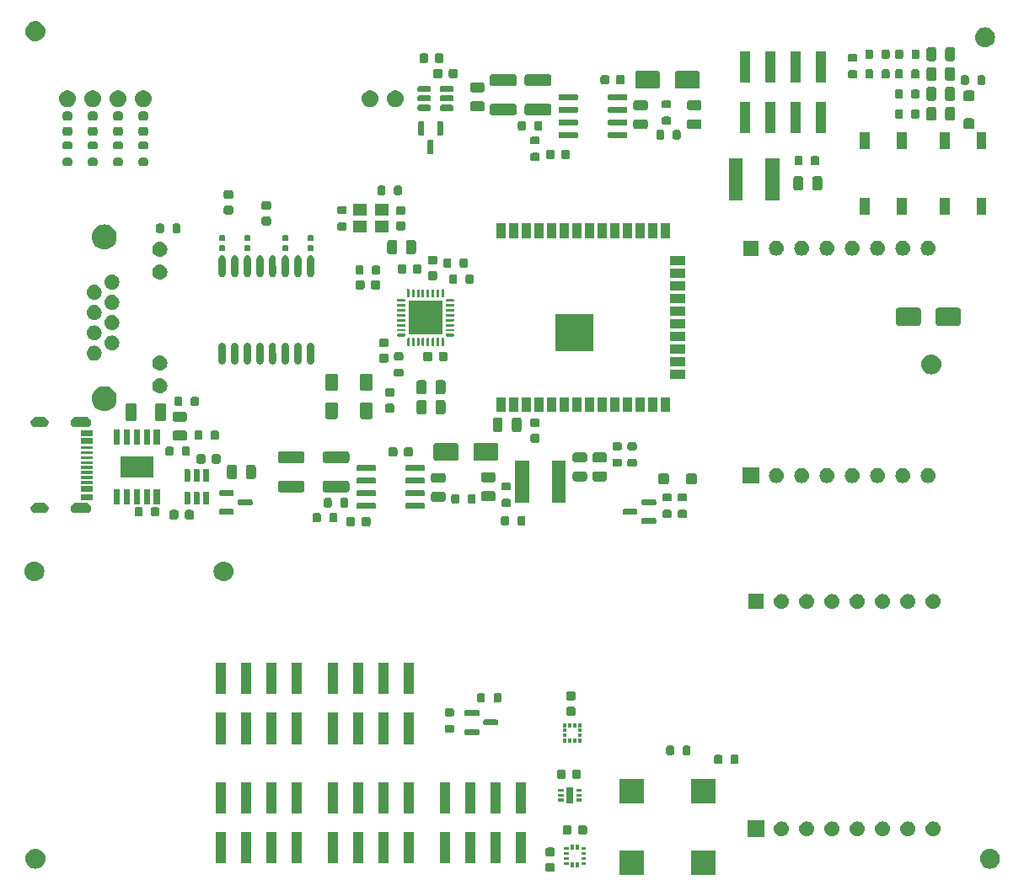
<source format=gbr>
%TF.GenerationSoftware,KiCad,Pcbnew,8.0.1*%
%TF.CreationDate,2024-06-25T14:19:54+02:00*%
%TF.ProjectId,Lichtstab,4c696368-7473-4746-9162-2e6b69636164,rev?*%
%TF.SameCoordinates,Original*%
%TF.FileFunction,Soldermask,Top*%
%TF.FilePolarity,Negative*%
%FSLAX46Y46*%
G04 Gerber Fmt 4.6, Leading zero omitted, Abs format (unit mm)*
G04 Created by KiCad (PCBNEW 8.0.1) date 2024-06-25 14:19:54*
%MOMM*%
%LPD*%
G01*
G04 APERTURE LIST*
G04 APERTURE END LIST*
G36*
X131900000Y-136000000D02*
G01*
X129500000Y-136000000D01*
X129500000Y-133600000D01*
X131900000Y-133600000D01*
X131900000Y-136000000D01*
G37*
G36*
X139100000Y-136000000D02*
G01*
X136700000Y-136000000D01*
X136700000Y-133600000D01*
X139100000Y-133600000D01*
X139100000Y-136000000D01*
G37*
G36*
X122754850Y-134825964D02*
G01*
X122799317Y-134831123D01*
X122814510Y-134837831D01*
X122836104Y-134842127D01*
X122859222Y-134857574D01*
X122876567Y-134865233D01*
X122888412Y-134877078D01*
X122909099Y-134890901D01*
X122922921Y-134911587D01*
X122934766Y-134923432D01*
X122942423Y-134940774D01*
X122957873Y-134963896D01*
X122962168Y-134985491D01*
X122968876Y-135000682D01*
X122974033Y-135045139D01*
X122975000Y-135050000D01*
X122975000Y-135500000D01*
X122974032Y-135504862D01*
X122968876Y-135549317D01*
X122962168Y-135564506D01*
X122957873Y-135586104D01*
X122942422Y-135609227D01*
X122934766Y-135626567D01*
X122922923Y-135638409D01*
X122909099Y-135659099D01*
X122888409Y-135672923D01*
X122876567Y-135684766D01*
X122859227Y-135692422D01*
X122836104Y-135707873D01*
X122814506Y-135712168D01*
X122799317Y-135718876D01*
X122754861Y-135724032D01*
X122750000Y-135725000D01*
X122250000Y-135725000D01*
X122245138Y-135724033D01*
X122200682Y-135718876D01*
X122185491Y-135712168D01*
X122163896Y-135707873D01*
X122140774Y-135692423D01*
X122123432Y-135684766D01*
X122111587Y-135672921D01*
X122090901Y-135659099D01*
X122077078Y-135638412D01*
X122065233Y-135626567D01*
X122057574Y-135609222D01*
X122042127Y-135586104D01*
X122037831Y-135564510D01*
X122031123Y-135549317D01*
X122025964Y-135504849D01*
X122025000Y-135500000D01*
X122025000Y-135050000D01*
X122025964Y-135045150D01*
X122031123Y-135000682D01*
X122037832Y-134985487D01*
X122042127Y-134963896D01*
X122057573Y-134940779D01*
X122065233Y-134923432D01*
X122077080Y-134911584D01*
X122090901Y-134890901D01*
X122111584Y-134877080D01*
X122123432Y-134865233D01*
X122140779Y-134857573D01*
X122163896Y-134842127D01*
X122185487Y-134837832D01*
X122200682Y-134831123D01*
X122245151Y-134825964D01*
X122250000Y-134825000D01*
X122750000Y-134825000D01*
X122754850Y-134825964D01*
G37*
G36*
X70995090Y-133419215D02*
G01*
X71182683Y-133476120D01*
X71355570Y-133568530D01*
X71507107Y-133692893D01*
X71631470Y-133844430D01*
X71723880Y-134017317D01*
X71780785Y-134204910D01*
X71800000Y-134400000D01*
X71780785Y-134595090D01*
X71723880Y-134782683D01*
X71631470Y-134955570D01*
X71507107Y-135107107D01*
X71355570Y-135231470D01*
X71182683Y-135323880D01*
X70995090Y-135380785D01*
X70800000Y-135400000D01*
X70604910Y-135380785D01*
X70417317Y-135323880D01*
X70244430Y-135231470D01*
X70092893Y-135107107D01*
X69968530Y-134955570D01*
X69876120Y-134782683D01*
X69819215Y-134595090D01*
X69800000Y-134400000D01*
X69819215Y-134204910D01*
X69876120Y-134017317D01*
X69968530Y-133844430D01*
X70092893Y-133692893D01*
X70244430Y-133568530D01*
X70417317Y-133476120D01*
X70604910Y-133419215D01*
X70800000Y-133400000D01*
X70995090Y-133419215D01*
G37*
G36*
X166895090Y-133419215D02*
G01*
X167082683Y-133476120D01*
X167255570Y-133568530D01*
X167407107Y-133692893D01*
X167531470Y-133844430D01*
X167623880Y-134017317D01*
X167680785Y-134204910D01*
X167700000Y-134400000D01*
X167680785Y-134595090D01*
X167623880Y-134782683D01*
X167531470Y-134955570D01*
X167407107Y-135107107D01*
X167255570Y-135231470D01*
X167082683Y-135323880D01*
X166895090Y-135380785D01*
X166700000Y-135400000D01*
X166504910Y-135380785D01*
X166317317Y-135323880D01*
X166144430Y-135231470D01*
X165992893Y-135107107D01*
X165868530Y-134955570D01*
X165776120Y-134782683D01*
X165719215Y-134595090D01*
X165700000Y-134400000D01*
X165719215Y-134204910D01*
X165776120Y-134017317D01*
X165868530Y-133844430D01*
X165992893Y-133692893D01*
X166144430Y-133568530D01*
X166317317Y-133476120D01*
X166504910Y-133419215D01*
X166700000Y-133400000D01*
X166895090Y-133419215D01*
G37*
G36*
X124890000Y-135250000D02*
G01*
X124610000Y-135250000D01*
X124610000Y-134750000D01*
X124890000Y-134750000D01*
X124890000Y-135250000D01*
G37*
G36*
X125390000Y-135250000D02*
G01*
X125110000Y-135250000D01*
X125110000Y-134750000D01*
X125390000Y-134750000D01*
X125390000Y-135250000D01*
G37*
G36*
X124370000Y-135010000D02*
G01*
X123870000Y-135010000D01*
X123870000Y-134730000D01*
X124370000Y-134730000D01*
X124370000Y-135010000D01*
G37*
G36*
X126130000Y-135010000D02*
G01*
X125630000Y-135010000D01*
X125630000Y-134730000D01*
X126130000Y-134730000D01*
X126130000Y-135010000D01*
G37*
G36*
X89920000Y-134875000D02*
G01*
X88920000Y-134875000D01*
X88920000Y-131725000D01*
X89920000Y-131725000D01*
X89920000Y-134875000D01*
G37*
G36*
X92460000Y-134875000D02*
G01*
X91460000Y-134875000D01*
X91460000Y-131725000D01*
X92460000Y-131725000D01*
X92460000Y-134875000D01*
G37*
G36*
X95000000Y-134875000D02*
G01*
X94000000Y-134875000D01*
X94000000Y-131725000D01*
X95000000Y-131725000D01*
X95000000Y-134875000D01*
G37*
G36*
X97540000Y-134875000D02*
G01*
X96540000Y-134875000D01*
X96540000Y-131725000D01*
X97540000Y-131725000D01*
X97540000Y-134875000D01*
G37*
G36*
X101170000Y-134875000D02*
G01*
X100170000Y-134875000D01*
X100170000Y-131725000D01*
X101170000Y-131725000D01*
X101170000Y-134875000D01*
G37*
G36*
X103710000Y-134875000D02*
G01*
X102710000Y-134875000D01*
X102710000Y-131725000D01*
X103710000Y-131725000D01*
X103710000Y-134875000D01*
G37*
G36*
X106250000Y-134875000D02*
G01*
X105250000Y-134875000D01*
X105250000Y-131725000D01*
X106250000Y-131725000D01*
X106250000Y-134875000D01*
G37*
G36*
X108790000Y-134875000D02*
G01*
X107790000Y-134875000D01*
X107790000Y-131725000D01*
X108790000Y-131725000D01*
X108790000Y-134875000D01*
G37*
G36*
X112420000Y-134875000D02*
G01*
X111420000Y-134875000D01*
X111420000Y-131725000D01*
X112420000Y-131725000D01*
X112420000Y-134875000D01*
G37*
G36*
X114960000Y-134875000D02*
G01*
X113960000Y-134875000D01*
X113960000Y-131725000D01*
X114960000Y-131725000D01*
X114960000Y-134875000D01*
G37*
G36*
X117500000Y-134875000D02*
G01*
X116500000Y-134875000D01*
X116500000Y-131725000D01*
X117500000Y-131725000D01*
X117500000Y-134875000D01*
G37*
G36*
X120040000Y-134875000D02*
G01*
X119040000Y-134875000D01*
X119040000Y-131725000D01*
X120040000Y-131725000D01*
X120040000Y-134875000D01*
G37*
G36*
X124370000Y-134510000D02*
G01*
X123870000Y-134510000D01*
X123870000Y-134230000D01*
X124370000Y-134230000D01*
X124370000Y-134510000D01*
G37*
G36*
X126130000Y-134510000D02*
G01*
X125630000Y-134510000D01*
X125630000Y-134230000D01*
X126130000Y-134230000D01*
X126130000Y-134510000D01*
G37*
G36*
X122754850Y-133275964D02*
G01*
X122799317Y-133281123D01*
X122814510Y-133287831D01*
X122836104Y-133292127D01*
X122859222Y-133307574D01*
X122876567Y-133315233D01*
X122888412Y-133327078D01*
X122909099Y-133340901D01*
X122922921Y-133361587D01*
X122934766Y-133373432D01*
X122942423Y-133390774D01*
X122957873Y-133413896D01*
X122962168Y-133435491D01*
X122968876Y-133450682D01*
X122974033Y-133495139D01*
X122975000Y-133500000D01*
X122975000Y-133950000D01*
X122974032Y-133954862D01*
X122968876Y-133999317D01*
X122962168Y-134014506D01*
X122957873Y-134036104D01*
X122942422Y-134059227D01*
X122934766Y-134076567D01*
X122922923Y-134088409D01*
X122909099Y-134109099D01*
X122888409Y-134122923D01*
X122876567Y-134134766D01*
X122859227Y-134142422D01*
X122836104Y-134157873D01*
X122814506Y-134162168D01*
X122799317Y-134168876D01*
X122754861Y-134174032D01*
X122750000Y-134175000D01*
X122250000Y-134175000D01*
X122245138Y-134174033D01*
X122200682Y-134168876D01*
X122185491Y-134162168D01*
X122163896Y-134157873D01*
X122140774Y-134142423D01*
X122123432Y-134134766D01*
X122111587Y-134122921D01*
X122090901Y-134109099D01*
X122077078Y-134088412D01*
X122065233Y-134076567D01*
X122057574Y-134059222D01*
X122042127Y-134036104D01*
X122037831Y-134014510D01*
X122031123Y-133999317D01*
X122025964Y-133954849D01*
X122025000Y-133950000D01*
X122025000Y-133500000D01*
X122025964Y-133495150D01*
X122031123Y-133450682D01*
X122037832Y-133435487D01*
X122042127Y-133413896D01*
X122057573Y-133390779D01*
X122065233Y-133373432D01*
X122077080Y-133361584D01*
X122090901Y-133340901D01*
X122111584Y-133327080D01*
X122123432Y-133315233D01*
X122140779Y-133307573D01*
X122163896Y-133292127D01*
X122185487Y-133287832D01*
X122200682Y-133281123D01*
X122245151Y-133275964D01*
X122250000Y-133275000D01*
X122750000Y-133275000D01*
X122754850Y-133275964D01*
G37*
G36*
X124370000Y-134010000D02*
G01*
X123870000Y-134010000D01*
X123870000Y-133730000D01*
X124370000Y-133730000D01*
X124370000Y-134010000D01*
G37*
G36*
X126130000Y-134010000D02*
G01*
X125630000Y-134010000D01*
X125630000Y-133730000D01*
X126130000Y-133730000D01*
X126130000Y-134010000D01*
G37*
G36*
X124370000Y-133510000D02*
G01*
X123870000Y-133510000D01*
X123870000Y-133230000D01*
X124370000Y-133230000D01*
X124370000Y-133510000D01*
G37*
G36*
X126130000Y-133510000D02*
G01*
X125630000Y-133510000D01*
X125630000Y-133230000D01*
X126130000Y-133230000D01*
X126130000Y-133510000D01*
G37*
G36*
X124890000Y-133490000D02*
G01*
X124610000Y-133490000D01*
X124610000Y-132990000D01*
X124890000Y-132990000D01*
X124890000Y-133490000D01*
G37*
G36*
X125390000Y-133490000D02*
G01*
X125110000Y-133490000D01*
X125110000Y-132990000D01*
X125390000Y-132990000D01*
X125390000Y-133490000D01*
G37*
G36*
X144053200Y-132238200D02*
G01*
X142376800Y-132238200D01*
X142376800Y-130561800D01*
X144053200Y-130561800D01*
X144053200Y-132238200D01*
G37*
G36*
X145924561Y-130657105D02*
G01*
X146085619Y-130713462D01*
X146230099Y-130804244D01*
X146350756Y-130924901D01*
X146441538Y-131069381D01*
X146497895Y-131230439D01*
X146517000Y-131400000D01*
X146497895Y-131569561D01*
X146441538Y-131730619D01*
X146350756Y-131875099D01*
X146230099Y-131995756D01*
X146085619Y-132086538D01*
X145924561Y-132142895D01*
X145755000Y-132162000D01*
X145585439Y-132142895D01*
X145424381Y-132086538D01*
X145279901Y-131995756D01*
X145159244Y-131875099D01*
X145068462Y-131730619D01*
X145012105Y-131569561D01*
X144993000Y-131400000D01*
X145012105Y-131230439D01*
X145068462Y-131069381D01*
X145159244Y-130924901D01*
X145279901Y-130804244D01*
X145424381Y-130713462D01*
X145585439Y-130657105D01*
X145755000Y-130638000D01*
X145924561Y-130657105D01*
G37*
G36*
X148464561Y-130657105D02*
G01*
X148625619Y-130713462D01*
X148770099Y-130804244D01*
X148890756Y-130924901D01*
X148981538Y-131069381D01*
X149037895Y-131230439D01*
X149057000Y-131400000D01*
X149037895Y-131569561D01*
X148981538Y-131730619D01*
X148890756Y-131875099D01*
X148770099Y-131995756D01*
X148625619Y-132086538D01*
X148464561Y-132142895D01*
X148295000Y-132162000D01*
X148125439Y-132142895D01*
X147964381Y-132086538D01*
X147819901Y-131995756D01*
X147699244Y-131875099D01*
X147608462Y-131730619D01*
X147552105Y-131569561D01*
X147533000Y-131400000D01*
X147552105Y-131230439D01*
X147608462Y-131069381D01*
X147699244Y-130924901D01*
X147819901Y-130804244D01*
X147964381Y-130713462D01*
X148125439Y-130657105D01*
X148295000Y-130638000D01*
X148464561Y-130657105D01*
G37*
G36*
X151004561Y-130657105D02*
G01*
X151165619Y-130713462D01*
X151310099Y-130804244D01*
X151430756Y-130924901D01*
X151521538Y-131069381D01*
X151577895Y-131230439D01*
X151597000Y-131400000D01*
X151577895Y-131569561D01*
X151521538Y-131730619D01*
X151430756Y-131875099D01*
X151310099Y-131995756D01*
X151165619Y-132086538D01*
X151004561Y-132142895D01*
X150835000Y-132162000D01*
X150665439Y-132142895D01*
X150504381Y-132086538D01*
X150359901Y-131995756D01*
X150239244Y-131875099D01*
X150148462Y-131730619D01*
X150092105Y-131569561D01*
X150073000Y-131400000D01*
X150092105Y-131230439D01*
X150148462Y-131069381D01*
X150239244Y-130924901D01*
X150359901Y-130804244D01*
X150504381Y-130713462D01*
X150665439Y-130657105D01*
X150835000Y-130638000D01*
X151004561Y-130657105D01*
G37*
G36*
X153544561Y-130657105D02*
G01*
X153705619Y-130713462D01*
X153850099Y-130804244D01*
X153970756Y-130924901D01*
X154061538Y-131069381D01*
X154117895Y-131230439D01*
X154137000Y-131400000D01*
X154117895Y-131569561D01*
X154061538Y-131730619D01*
X153970756Y-131875099D01*
X153850099Y-131995756D01*
X153705619Y-132086538D01*
X153544561Y-132142895D01*
X153375000Y-132162000D01*
X153205439Y-132142895D01*
X153044381Y-132086538D01*
X152899901Y-131995756D01*
X152779244Y-131875099D01*
X152688462Y-131730619D01*
X152632105Y-131569561D01*
X152613000Y-131400000D01*
X152632105Y-131230439D01*
X152688462Y-131069381D01*
X152779244Y-130924901D01*
X152899901Y-130804244D01*
X153044381Y-130713462D01*
X153205439Y-130657105D01*
X153375000Y-130638000D01*
X153544561Y-130657105D01*
G37*
G36*
X156084561Y-130657105D02*
G01*
X156245619Y-130713462D01*
X156390099Y-130804244D01*
X156510756Y-130924901D01*
X156601538Y-131069381D01*
X156657895Y-131230439D01*
X156677000Y-131400000D01*
X156657895Y-131569561D01*
X156601538Y-131730619D01*
X156510756Y-131875099D01*
X156390099Y-131995756D01*
X156245619Y-132086538D01*
X156084561Y-132142895D01*
X155915000Y-132162000D01*
X155745439Y-132142895D01*
X155584381Y-132086538D01*
X155439901Y-131995756D01*
X155319244Y-131875099D01*
X155228462Y-131730619D01*
X155172105Y-131569561D01*
X155153000Y-131400000D01*
X155172105Y-131230439D01*
X155228462Y-131069381D01*
X155319244Y-130924901D01*
X155439901Y-130804244D01*
X155584381Y-130713462D01*
X155745439Y-130657105D01*
X155915000Y-130638000D01*
X156084561Y-130657105D01*
G37*
G36*
X158624561Y-130657105D02*
G01*
X158785619Y-130713462D01*
X158930099Y-130804244D01*
X159050756Y-130924901D01*
X159141538Y-131069381D01*
X159197895Y-131230439D01*
X159217000Y-131400000D01*
X159197895Y-131569561D01*
X159141538Y-131730619D01*
X159050756Y-131875099D01*
X158930099Y-131995756D01*
X158785619Y-132086538D01*
X158624561Y-132142895D01*
X158455000Y-132162000D01*
X158285439Y-132142895D01*
X158124381Y-132086538D01*
X157979901Y-131995756D01*
X157859244Y-131875099D01*
X157768462Y-131730619D01*
X157712105Y-131569561D01*
X157693000Y-131400000D01*
X157712105Y-131230439D01*
X157768462Y-131069381D01*
X157859244Y-130924901D01*
X157979901Y-130804244D01*
X158124381Y-130713462D01*
X158285439Y-130657105D01*
X158455000Y-130638000D01*
X158624561Y-130657105D01*
G37*
G36*
X161164561Y-130657105D02*
G01*
X161325619Y-130713462D01*
X161470099Y-130804244D01*
X161590756Y-130924901D01*
X161681538Y-131069381D01*
X161737895Y-131230439D01*
X161757000Y-131400000D01*
X161737895Y-131569561D01*
X161681538Y-131730619D01*
X161590756Y-131875099D01*
X161470099Y-131995756D01*
X161325619Y-132086538D01*
X161164561Y-132142895D01*
X160995000Y-132162000D01*
X160825439Y-132142895D01*
X160664381Y-132086538D01*
X160519901Y-131995756D01*
X160399244Y-131875099D01*
X160308462Y-131730619D01*
X160252105Y-131569561D01*
X160233000Y-131400000D01*
X160252105Y-131230439D01*
X160308462Y-131069381D01*
X160399244Y-130924901D01*
X160519901Y-130804244D01*
X160664381Y-130713462D01*
X160825439Y-130657105D01*
X160995000Y-130638000D01*
X161164561Y-130657105D01*
G37*
G36*
X124454850Y-131025964D02*
G01*
X124499317Y-131031123D01*
X124514510Y-131037831D01*
X124536104Y-131042127D01*
X124559222Y-131057574D01*
X124576567Y-131065233D01*
X124588412Y-131077078D01*
X124609099Y-131090901D01*
X124622921Y-131111587D01*
X124634766Y-131123432D01*
X124642423Y-131140774D01*
X124657873Y-131163896D01*
X124662168Y-131185491D01*
X124668876Y-131200682D01*
X124674033Y-131245139D01*
X124675000Y-131250000D01*
X124675000Y-131750000D01*
X124674032Y-131754862D01*
X124668876Y-131799317D01*
X124662168Y-131814506D01*
X124657873Y-131836104D01*
X124642422Y-131859227D01*
X124634766Y-131876567D01*
X124622923Y-131888409D01*
X124609099Y-131909099D01*
X124588409Y-131922923D01*
X124576567Y-131934766D01*
X124559227Y-131942422D01*
X124536104Y-131957873D01*
X124514506Y-131962168D01*
X124499317Y-131968876D01*
X124454861Y-131974032D01*
X124450000Y-131975000D01*
X124000000Y-131975000D01*
X123995138Y-131974033D01*
X123950682Y-131968876D01*
X123935491Y-131962168D01*
X123913896Y-131957873D01*
X123890774Y-131942423D01*
X123873432Y-131934766D01*
X123861587Y-131922921D01*
X123840901Y-131909099D01*
X123827078Y-131888412D01*
X123815233Y-131876567D01*
X123807574Y-131859222D01*
X123792127Y-131836104D01*
X123787831Y-131814510D01*
X123781123Y-131799317D01*
X123775964Y-131754849D01*
X123775000Y-131750000D01*
X123775000Y-131250000D01*
X123775964Y-131245150D01*
X123781123Y-131200682D01*
X123787832Y-131185487D01*
X123792127Y-131163896D01*
X123807573Y-131140779D01*
X123815233Y-131123432D01*
X123827080Y-131111584D01*
X123840901Y-131090901D01*
X123861584Y-131077080D01*
X123873432Y-131065233D01*
X123890779Y-131057573D01*
X123913896Y-131042127D01*
X123935487Y-131037832D01*
X123950682Y-131031123D01*
X123995151Y-131025964D01*
X124000000Y-131025000D01*
X124450000Y-131025000D01*
X124454850Y-131025964D01*
G37*
G36*
X126004850Y-131025964D02*
G01*
X126049317Y-131031123D01*
X126064510Y-131037831D01*
X126086104Y-131042127D01*
X126109222Y-131057574D01*
X126126567Y-131065233D01*
X126138412Y-131077078D01*
X126159099Y-131090901D01*
X126172921Y-131111587D01*
X126184766Y-131123432D01*
X126192423Y-131140774D01*
X126207873Y-131163896D01*
X126212168Y-131185491D01*
X126218876Y-131200682D01*
X126224033Y-131245139D01*
X126225000Y-131250000D01*
X126225000Y-131750000D01*
X126224032Y-131754862D01*
X126218876Y-131799317D01*
X126212168Y-131814506D01*
X126207873Y-131836104D01*
X126192422Y-131859227D01*
X126184766Y-131876567D01*
X126172923Y-131888409D01*
X126159099Y-131909099D01*
X126138409Y-131922923D01*
X126126567Y-131934766D01*
X126109227Y-131942422D01*
X126086104Y-131957873D01*
X126064506Y-131962168D01*
X126049317Y-131968876D01*
X126004861Y-131974032D01*
X126000000Y-131975000D01*
X125550000Y-131975000D01*
X125545138Y-131974033D01*
X125500682Y-131968876D01*
X125485491Y-131962168D01*
X125463896Y-131957873D01*
X125440774Y-131942423D01*
X125423432Y-131934766D01*
X125411587Y-131922921D01*
X125390901Y-131909099D01*
X125377078Y-131888412D01*
X125365233Y-131876567D01*
X125357574Y-131859222D01*
X125342127Y-131836104D01*
X125337831Y-131814510D01*
X125331123Y-131799317D01*
X125325964Y-131754849D01*
X125325000Y-131750000D01*
X125325000Y-131250000D01*
X125325964Y-131245150D01*
X125331123Y-131200682D01*
X125337832Y-131185487D01*
X125342127Y-131163896D01*
X125357573Y-131140779D01*
X125365233Y-131123432D01*
X125377080Y-131111584D01*
X125390901Y-131090901D01*
X125411584Y-131077080D01*
X125423432Y-131065233D01*
X125440779Y-131057573D01*
X125463896Y-131042127D01*
X125485487Y-131037832D01*
X125500682Y-131031123D01*
X125545151Y-131025964D01*
X125550000Y-131025000D01*
X126000000Y-131025000D01*
X126004850Y-131025964D01*
G37*
G36*
X89920000Y-129825000D02*
G01*
X88920000Y-129825000D01*
X88920000Y-126675000D01*
X89920000Y-126675000D01*
X89920000Y-129825000D01*
G37*
G36*
X92460000Y-129825000D02*
G01*
X91460000Y-129825000D01*
X91460000Y-126675000D01*
X92460000Y-126675000D01*
X92460000Y-129825000D01*
G37*
G36*
X95000000Y-129825000D02*
G01*
X94000000Y-129825000D01*
X94000000Y-126675000D01*
X95000000Y-126675000D01*
X95000000Y-129825000D01*
G37*
G36*
X97540000Y-129825000D02*
G01*
X96540000Y-129825000D01*
X96540000Y-126675000D01*
X97540000Y-126675000D01*
X97540000Y-129825000D01*
G37*
G36*
X101170000Y-129825000D02*
G01*
X100170000Y-129825000D01*
X100170000Y-126675000D01*
X101170000Y-126675000D01*
X101170000Y-129825000D01*
G37*
G36*
X103710000Y-129825000D02*
G01*
X102710000Y-129825000D01*
X102710000Y-126675000D01*
X103710000Y-126675000D01*
X103710000Y-129825000D01*
G37*
G36*
X106250000Y-129825000D02*
G01*
X105250000Y-129825000D01*
X105250000Y-126675000D01*
X106250000Y-126675000D01*
X106250000Y-129825000D01*
G37*
G36*
X108790000Y-129825000D02*
G01*
X107790000Y-129825000D01*
X107790000Y-126675000D01*
X108790000Y-126675000D01*
X108790000Y-129825000D01*
G37*
G36*
X112420000Y-129825000D02*
G01*
X111420000Y-129825000D01*
X111420000Y-126675000D01*
X112420000Y-126675000D01*
X112420000Y-129825000D01*
G37*
G36*
X114960000Y-129825000D02*
G01*
X113960000Y-129825000D01*
X113960000Y-126675000D01*
X114960000Y-126675000D01*
X114960000Y-129825000D01*
G37*
G36*
X117500000Y-129825000D02*
G01*
X116500000Y-129825000D01*
X116500000Y-126675000D01*
X117500000Y-126675000D01*
X117500000Y-129825000D01*
G37*
G36*
X120040000Y-129825000D02*
G01*
X119040000Y-129825000D01*
X119040000Y-126675000D01*
X120040000Y-126675000D01*
X120040000Y-129825000D01*
G37*
G36*
X124850000Y-128800000D02*
G01*
X124150000Y-128800000D01*
X124150000Y-127200000D01*
X124850000Y-127200000D01*
X124850000Y-128800000D01*
G37*
G36*
X131900000Y-128800000D02*
G01*
X129500000Y-128800000D01*
X129500000Y-126400000D01*
X131900000Y-126400000D01*
X131900000Y-128800000D01*
G37*
G36*
X139100000Y-128800000D02*
G01*
X136700000Y-128800000D01*
X136700000Y-126400000D01*
X139100000Y-126400000D01*
X139100000Y-128800000D01*
G37*
G36*
X123870000Y-128640000D02*
G01*
X123290000Y-128640000D01*
X123290000Y-128360000D01*
X123870000Y-128360000D01*
X123870000Y-128640000D01*
G37*
G36*
X125710000Y-128640000D02*
G01*
X125130000Y-128640000D01*
X125130000Y-128360000D01*
X125710000Y-128360000D01*
X125710000Y-128640000D01*
G37*
G36*
X123870000Y-128140000D02*
G01*
X123290000Y-128140000D01*
X123290000Y-127860000D01*
X123870000Y-127860000D01*
X123870000Y-128140000D01*
G37*
G36*
X125710000Y-128140000D02*
G01*
X125130000Y-128140000D01*
X125130000Y-127860000D01*
X125710000Y-127860000D01*
X125710000Y-128140000D01*
G37*
G36*
X123870000Y-127640000D02*
G01*
X123290000Y-127640000D01*
X123290000Y-127360000D01*
X123870000Y-127360000D01*
X123870000Y-127640000D01*
G37*
G36*
X125710000Y-127640000D02*
G01*
X125130000Y-127640000D01*
X125130000Y-127360000D01*
X125710000Y-127360000D01*
X125710000Y-127640000D01*
G37*
G36*
X123854850Y-125425964D02*
G01*
X123899317Y-125431123D01*
X123914510Y-125437831D01*
X123936104Y-125442127D01*
X123959222Y-125457574D01*
X123976567Y-125465233D01*
X123988412Y-125477078D01*
X124009099Y-125490901D01*
X124022921Y-125511587D01*
X124034766Y-125523432D01*
X124042423Y-125540774D01*
X124057873Y-125563896D01*
X124062168Y-125585491D01*
X124068876Y-125600682D01*
X124074033Y-125645139D01*
X124075000Y-125650000D01*
X124075000Y-126150000D01*
X124074032Y-126154862D01*
X124068876Y-126199317D01*
X124062168Y-126214506D01*
X124057873Y-126236104D01*
X124042422Y-126259227D01*
X124034766Y-126276567D01*
X124022923Y-126288409D01*
X124009099Y-126309099D01*
X123988409Y-126322923D01*
X123976567Y-126334766D01*
X123959227Y-126342422D01*
X123936104Y-126357873D01*
X123914506Y-126362168D01*
X123899317Y-126368876D01*
X123854861Y-126374032D01*
X123850000Y-126375000D01*
X123400000Y-126375000D01*
X123395138Y-126374033D01*
X123350682Y-126368876D01*
X123335491Y-126362168D01*
X123313896Y-126357873D01*
X123290774Y-126342423D01*
X123273432Y-126334766D01*
X123261587Y-126322921D01*
X123240901Y-126309099D01*
X123227078Y-126288412D01*
X123215233Y-126276567D01*
X123207574Y-126259222D01*
X123192127Y-126236104D01*
X123187831Y-126214510D01*
X123181123Y-126199317D01*
X123175964Y-126154849D01*
X123175000Y-126150000D01*
X123175000Y-125650000D01*
X123175964Y-125645150D01*
X123181123Y-125600682D01*
X123187832Y-125585487D01*
X123192127Y-125563896D01*
X123207573Y-125540779D01*
X123215233Y-125523432D01*
X123227080Y-125511584D01*
X123240901Y-125490901D01*
X123261584Y-125477080D01*
X123273432Y-125465233D01*
X123290779Y-125457573D01*
X123313896Y-125442127D01*
X123335487Y-125437832D01*
X123350682Y-125431123D01*
X123395151Y-125425964D01*
X123400000Y-125425000D01*
X123850000Y-125425000D01*
X123854850Y-125425964D01*
G37*
G36*
X125404850Y-125425964D02*
G01*
X125449317Y-125431123D01*
X125464510Y-125437831D01*
X125486104Y-125442127D01*
X125509222Y-125457574D01*
X125526567Y-125465233D01*
X125538412Y-125477078D01*
X125559099Y-125490901D01*
X125572921Y-125511587D01*
X125584766Y-125523432D01*
X125592423Y-125540774D01*
X125607873Y-125563896D01*
X125612168Y-125585491D01*
X125618876Y-125600682D01*
X125624033Y-125645139D01*
X125625000Y-125650000D01*
X125625000Y-126150000D01*
X125624032Y-126154862D01*
X125618876Y-126199317D01*
X125612168Y-126214506D01*
X125607873Y-126236104D01*
X125592422Y-126259227D01*
X125584766Y-126276567D01*
X125572923Y-126288409D01*
X125559099Y-126309099D01*
X125538409Y-126322923D01*
X125526567Y-126334766D01*
X125509227Y-126342422D01*
X125486104Y-126357873D01*
X125464506Y-126362168D01*
X125449317Y-126368876D01*
X125404861Y-126374032D01*
X125400000Y-126375000D01*
X124950000Y-126375000D01*
X124945138Y-126374033D01*
X124900682Y-126368876D01*
X124885491Y-126362168D01*
X124863896Y-126357873D01*
X124840774Y-126342423D01*
X124823432Y-126334766D01*
X124811587Y-126322921D01*
X124790901Y-126309099D01*
X124777078Y-126288412D01*
X124765233Y-126276567D01*
X124757574Y-126259222D01*
X124742127Y-126236104D01*
X124737831Y-126214510D01*
X124731123Y-126199317D01*
X124725964Y-126154849D01*
X124725000Y-126150000D01*
X124725000Y-125650000D01*
X124725964Y-125645150D01*
X124731123Y-125600682D01*
X124737832Y-125585487D01*
X124742127Y-125563896D01*
X124757573Y-125540779D01*
X124765233Y-125523432D01*
X124777080Y-125511584D01*
X124790901Y-125490901D01*
X124811584Y-125477080D01*
X124823432Y-125465233D01*
X124840779Y-125457573D01*
X124863896Y-125442127D01*
X124885487Y-125437832D01*
X124900682Y-125431123D01*
X124945151Y-125425964D01*
X124950000Y-125425000D01*
X125400000Y-125425000D01*
X125404850Y-125425964D01*
G37*
G36*
X139676537Y-123940224D02*
G01*
X139741421Y-123983579D01*
X139784776Y-124048463D01*
X139800000Y-124125000D01*
X139800000Y-124675000D01*
X139784776Y-124751537D01*
X139741421Y-124816421D01*
X139676537Y-124859776D01*
X139600000Y-124875000D01*
X139200000Y-124875000D01*
X139123463Y-124859776D01*
X139058579Y-124816421D01*
X139015224Y-124751537D01*
X139000000Y-124675000D01*
X139000000Y-124125000D01*
X139015224Y-124048463D01*
X139058579Y-123983579D01*
X139123463Y-123940224D01*
X139200000Y-123925000D01*
X139600000Y-123925000D01*
X139676537Y-123940224D01*
G37*
G36*
X141326537Y-123940224D02*
G01*
X141391421Y-123983579D01*
X141434776Y-124048463D01*
X141450000Y-124125000D01*
X141450000Y-124675000D01*
X141434776Y-124751537D01*
X141391421Y-124816421D01*
X141326537Y-124859776D01*
X141250000Y-124875000D01*
X140850000Y-124875000D01*
X140773463Y-124859776D01*
X140708579Y-124816421D01*
X140665224Y-124751537D01*
X140650000Y-124675000D01*
X140650000Y-124125000D01*
X140665224Y-124048463D01*
X140708579Y-123983579D01*
X140773463Y-123940224D01*
X140850000Y-123925000D01*
X141250000Y-123925000D01*
X141326537Y-123940224D01*
G37*
G36*
X134851537Y-123040224D02*
G01*
X134916421Y-123083579D01*
X134959776Y-123148463D01*
X134975000Y-123225000D01*
X134975000Y-123775000D01*
X134959776Y-123851537D01*
X134916421Y-123916421D01*
X134851537Y-123959776D01*
X134775000Y-123975000D01*
X134375000Y-123975000D01*
X134298463Y-123959776D01*
X134233579Y-123916421D01*
X134190224Y-123851537D01*
X134175000Y-123775000D01*
X134175000Y-123225000D01*
X134190224Y-123148463D01*
X134233579Y-123083579D01*
X134298463Y-123040224D01*
X134375000Y-123025000D01*
X134775000Y-123025000D01*
X134851537Y-123040224D01*
G37*
G36*
X136501537Y-123040224D02*
G01*
X136566421Y-123083579D01*
X136609776Y-123148463D01*
X136625000Y-123225000D01*
X136625000Y-123775000D01*
X136609776Y-123851537D01*
X136566421Y-123916421D01*
X136501537Y-123959776D01*
X136425000Y-123975000D01*
X136025000Y-123975000D01*
X135948463Y-123959776D01*
X135883579Y-123916421D01*
X135840224Y-123851537D01*
X135825000Y-123775000D01*
X135825000Y-123225000D01*
X135840224Y-123148463D01*
X135883579Y-123083579D01*
X135948463Y-123040224D01*
X136025000Y-123025000D01*
X136425000Y-123025000D01*
X136501537Y-123040224D01*
G37*
G36*
X89920000Y-122875000D02*
G01*
X88920000Y-122875000D01*
X88920000Y-119725000D01*
X89920000Y-119725000D01*
X89920000Y-122875000D01*
G37*
G36*
X92460000Y-122875000D02*
G01*
X91460000Y-122875000D01*
X91460000Y-119725000D01*
X92460000Y-119725000D01*
X92460000Y-122875000D01*
G37*
G36*
X95000000Y-122875000D02*
G01*
X94000000Y-122875000D01*
X94000000Y-119725000D01*
X95000000Y-119725000D01*
X95000000Y-122875000D01*
G37*
G36*
X97540000Y-122875000D02*
G01*
X96540000Y-122875000D01*
X96540000Y-119725000D01*
X97540000Y-119725000D01*
X97540000Y-122875000D01*
G37*
G36*
X101170000Y-122875000D02*
G01*
X100170000Y-122875000D01*
X100170000Y-119725000D01*
X101170000Y-119725000D01*
X101170000Y-122875000D01*
G37*
G36*
X103710000Y-122875000D02*
G01*
X102710000Y-122875000D01*
X102710000Y-119725000D01*
X103710000Y-119725000D01*
X103710000Y-122875000D01*
G37*
G36*
X106250000Y-122875000D02*
G01*
X105250000Y-122875000D01*
X105250000Y-119725000D01*
X106250000Y-119725000D01*
X106250000Y-122875000D01*
G37*
G36*
X108790000Y-122875000D02*
G01*
X107790000Y-122875000D01*
X107790000Y-119725000D01*
X108790000Y-119725000D01*
X108790000Y-122875000D01*
G37*
G36*
X124162500Y-122700000D02*
G01*
X123812500Y-122700000D01*
X123812500Y-122325000D01*
X124162500Y-122325000D01*
X124162500Y-122700000D01*
G37*
G36*
X124662500Y-122700000D02*
G01*
X124312500Y-122700000D01*
X124312500Y-122325000D01*
X124662500Y-122325000D01*
X124662500Y-122700000D01*
G37*
G36*
X125162500Y-122700000D02*
G01*
X124812500Y-122700000D01*
X124812500Y-122325000D01*
X125162500Y-122325000D01*
X125162500Y-122700000D01*
G37*
G36*
X125662500Y-122700000D02*
G01*
X125312500Y-122700000D01*
X125312500Y-122325000D01*
X125662500Y-122325000D01*
X125662500Y-122700000D01*
G37*
G36*
X124162500Y-122175000D02*
G01*
X123787500Y-122175000D01*
X123787500Y-121825000D01*
X124162500Y-121825000D01*
X124162500Y-122175000D01*
G37*
G36*
X125687500Y-122175000D02*
G01*
X125312500Y-122175000D01*
X125312500Y-121825000D01*
X125687500Y-121825000D01*
X125687500Y-122175000D01*
G37*
G36*
X115307403Y-121361418D02*
G01*
X115356066Y-121393934D01*
X115388582Y-121442597D01*
X115400000Y-121500000D01*
X115400000Y-121800000D01*
X115388582Y-121857403D01*
X115356066Y-121906066D01*
X115307403Y-121938582D01*
X115250000Y-121950000D01*
X114075000Y-121950000D01*
X114017597Y-121938582D01*
X113968934Y-121906066D01*
X113936418Y-121857403D01*
X113925000Y-121800000D01*
X113925000Y-121500000D01*
X113936418Y-121442597D01*
X113968934Y-121393934D01*
X114017597Y-121361418D01*
X114075000Y-121350000D01*
X115250000Y-121350000D01*
X115307403Y-121361418D01*
G37*
G36*
X112751537Y-120940224D02*
G01*
X112816421Y-120983579D01*
X112859776Y-121048463D01*
X112875000Y-121125000D01*
X112875000Y-121525000D01*
X112859776Y-121601537D01*
X112816421Y-121666421D01*
X112751537Y-121709776D01*
X112675000Y-121725000D01*
X112125000Y-121725000D01*
X112048463Y-121709776D01*
X111983579Y-121666421D01*
X111940224Y-121601537D01*
X111925000Y-121525000D01*
X111925000Y-121125000D01*
X111940224Y-121048463D01*
X111983579Y-120983579D01*
X112048463Y-120940224D01*
X112125000Y-120925000D01*
X112675000Y-120925000D01*
X112751537Y-120940224D01*
G37*
G36*
X124162500Y-121675000D02*
G01*
X123787500Y-121675000D01*
X123787500Y-121325000D01*
X124162500Y-121325000D01*
X124162500Y-121675000D01*
G37*
G36*
X125687500Y-121675000D02*
G01*
X125312500Y-121675000D01*
X125312500Y-121325000D01*
X125687500Y-121325000D01*
X125687500Y-121675000D01*
G37*
G36*
X124162500Y-121175000D02*
G01*
X123812500Y-121175000D01*
X123812500Y-120800000D01*
X124162500Y-120800000D01*
X124162500Y-121175000D01*
G37*
G36*
X124662500Y-121175000D02*
G01*
X124312500Y-121175000D01*
X124312500Y-120800000D01*
X124662500Y-120800000D01*
X124662500Y-121175000D01*
G37*
G36*
X125162500Y-121175000D02*
G01*
X124812500Y-121175000D01*
X124812500Y-120800000D01*
X125162500Y-120800000D01*
X125162500Y-121175000D01*
G37*
G36*
X125662500Y-121175000D02*
G01*
X125312500Y-121175000D01*
X125312500Y-120800000D01*
X125662500Y-120800000D01*
X125662500Y-121175000D01*
G37*
G36*
X117182403Y-120411418D02*
G01*
X117231066Y-120443934D01*
X117263582Y-120492597D01*
X117275000Y-120550000D01*
X117275000Y-120850000D01*
X117263582Y-120907403D01*
X117231066Y-120956066D01*
X117182403Y-120988582D01*
X117125000Y-121000000D01*
X115950000Y-121000000D01*
X115892597Y-120988582D01*
X115843934Y-120956066D01*
X115811418Y-120907403D01*
X115800000Y-120850000D01*
X115800000Y-120550000D01*
X115811418Y-120492597D01*
X115843934Y-120443934D01*
X115892597Y-120411418D01*
X115950000Y-120400000D01*
X117125000Y-120400000D01*
X117182403Y-120411418D01*
G37*
G36*
X112751537Y-119290224D02*
G01*
X112816421Y-119333579D01*
X112859776Y-119398463D01*
X112875000Y-119475000D01*
X112875000Y-119875000D01*
X112859776Y-119951537D01*
X112816421Y-120016421D01*
X112751537Y-120059776D01*
X112675000Y-120075000D01*
X112125000Y-120075000D01*
X112048463Y-120059776D01*
X111983579Y-120016421D01*
X111940224Y-119951537D01*
X111925000Y-119875000D01*
X111925000Y-119475000D01*
X111940224Y-119398463D01*
X111983579Y-119333579D01*
X112048463Y-119290224D01*
X112125000Y-119275000D01*
X112675000Y-119275000D01*
X112751537Y-119290224D01*
G37*
G36*
X115307403Y-119461418D02*
G01*
X115356066Y-119493934D01*
X115388582Y-119542597D01*
X115400000Y-119600000D01*
X115400000Y-119900000D01*
X115388582Y-119957403D01*
X115356066Y-120006066D01*
X115307403Y-120038582D01*
X115250000Y-120050000D01*
X114075000Y-120050000D01*
X114017597Y-120038582D01*
X113968934Y-120006066D01*
X113936418Y-119957403D01*
X113925000Y-119900000D01*
X113925000Y-119600000D01*
X113936418Y-119542597D01*
X113968934Y-119493934D01*
X114017597Y-119461418D01*
X114075000Y-119450000D01*
X115250000Y-119450000D01*
X115307403Y-119461418D01*
G37*
G36*
X124854850Y-119125964D02*
G01*
X124899317Y-119131123D01*
X124914510Y-119137831D01*
X124936104Y-119142127D01*
X124959222Y-119157574D01*
X124976567Y-119165233D01*
X124988412Y-119177078D01*
X125009099Y-119190901D01*
X125022921Y-119211587D01*
X125034766Y-119223432D01*
X125042423Y-119240774D01*
X125057873Y-119263896D01*
X125062168Y-119285491D01*
X125068876Y-119300682D01*
X125074033Y-119345139D01*
X125075000Y-119350000D01*
X125075000Y-119800000D01*
X125074032Y-119804862D01*
X125068876Y-119849317D01*
X125062168Y-119864506D01*
X125057873Y-119886104D01*
X125042422Y-119909227D01*
X125034766Y-119926567D01*
X125022923Y-119938409D01*
X125009099Y-119959099D01*
X124988409Y-119972923D01*
X124976567Y-119984766D01*
X124959227Y-119992422D01*
X124936104Y-120007873D01*
X124914506Y-120012168D01*
X124899317Y-120018876D01*
X124854861Y-120024032D01*
X124850000Y-120025000D01*
X124350000Y-120025000D01*
X124345138Y-120024033D01*
X124300682Y-120018876D01*
X124285491Y-120012168D01*
X124263896Y-120007873D01*
X124240774Y-119992423D01*
X124223432Y-119984766D01*
X124211587Y-119972921D01*
X124190901Y-119959099D01*
X124177078Y-119938412D01*
X124165233Y-119926567D01*
X124157574Y-119909222D01*
X124142127Y-119886104D01*
X124137831Y-119864510D01*
X124131123Y-119849317D01*
X124125964Y-119804849D01*
X124125000Y-119800000D01*
X124125000Y-119350000D01*
X124125964Y-119345150D01*
X124131123Y-119300682D01*
X124137832Y-119285487D01*
X124142127Y-119263896D01*
X124157573Y-119240779D01*
X124165233Y-119223432D01*
X124177080Y-119211584D01*
X124190901Y-119190901D01*
X124211584Y-119177080D01*
X124223432Y-119165233D01*
X124240779Y-119157573D01*
X124263896Y-119142127D01*
X124285487Y-119137832D01*
X124300682Y-119131123D01*
X124345151Y-119125964D01*
X124350000Y-119125000D01*
X124850000Y-119125000D01*
X124854850Y-119125964D01*
G37*
G36*
X115851537Y-117740224D02*
G01*
X115916421Y-117783579D01*
X115959776Y-117848463D01*
X115975000Y-117925000D01*
X115975000Y-118475000D01*
X115959776Y-118551537D01*
X115916421Y-118616421D01*
X115851537Y-118659776D01*
X115775000Y-118675000D01*
X115375000Y-118675000D01*
X115298463Y-118659776D01*
X115233579Y-118616421D01*
X115190224Y-118551537D01*
X115175000Y-118475000D01*
X115175000Y-117925000D01*
X115190224Y-117848463D01*
X115233579Y-117783579D01*
X115298463Y-117740224D01*
X115375000Y-117725000D01*
X115775000Y-117725000D01*
X115851537Y-117740224D01*
G37*
G36*
X117501537Y-117740224D02*
G01*
X117566421Y-117783579D01*
X117609776Y-117848463D01*
X117625000Y-117925000D01*
X117625000Y-118475000D01*
X117609776Y-118551537D01*
X117566421Y-118616421D01*
X117501537Y-118659776D01*
X117425000Y-118675000D01*
X117025000Y-118675000D01*
X116948463Y-118659776D01*
X116883579Y-118616421D01*
X116840224Y-118551537D01*
X116825000Y-118475000D01*
X116825000Y-117925000D01*
X116840224Y-117848463D01*
X116883579Y-117783579D01*
X116948463Y-117740224D01*
X117025000Y-117725000D01*
X117425000Y-117725000D01*
X117501537Y-117740224D01*
G37*
G36*
X124854850Y-117575964D02*
G01*
X124899317Y-117581123D01*
X124914510Y-117587831D01*
X124936104Y-117592127D01*
X124959222Y-117607574D01*
X124976567Y-117615233D01*
X124988412Y-117627078D01*
X125009099Y-117640901D01*
X125022921Y-117661587D01*
X125034766Y-117673432D01*
X125042423Y-117690774D01*
X125057873Y-117713896D01*
X125062168Y-117735491D01*
X125068876Y-117750682D01*
X125074033Y-117795139D01*
X125075000Y-117800000D01*
X125075000Y-118250000D01*
X125074032Y-118254862D01*
X125068876Y-118299317D01*
X125062168Y-118314506D01*
X125057873Y-118336104D01*
X125042422Y-118359227D01*
X125034766Y-118376567D01*
X125022923Y-118388409D01*
X125009099Y-118409099D01*
X124988409Y-118422923D01*
X124976567Y-118434766D01*
X124959227Y-118442422D01*
X124936104Y-118457873D01*
X124914506Y-118462168D01*
X124899317Y-118468876D01*
X124854861Y-118474032D01*
X124850000Y-118475000D01*
X124350000Y-118475000D01*
X124345138Y-118474033D01*
X124300682Y-118468876D01*
X124285491Y-118462168D01*
X124263896Y-118457873D01*
X124240774Y-118442423D01*
X124223432Y-118434766D01*
X124211587Y-118422921D01*
X124190901Y-118409099D01*
X124177078Y-118388412D01*
X124165233Y-118376567D01*
X124157574Y-118359222D01*
X124142127Y-118336104D01*
X124137831Y-118314510D01*
X124131123Y-118299317D01*
X124125964Y-118254849D01*
X124125000Y-118250000D01*
X124125000Y-117800000D01*
X124125964Y-117795150D01*
X124131123Y-117750682D01*
X124137832Y-117735487D01*
X124142127Y-117713896D01*
X124157573Y-117690779D01*
X124165233Y-117673432D01*
X124177080Y-117661584D01*
X124190901Y-117640901D01*
X124211584Y-117627080D01*
X124223432Y-117615233D01*
X124240779Y-117607573D01*
X124263896Y-117592127D01*
X124285487Y-117587832D01*
X124300682Y-117581123D01*
X124345151Y-117575964D01*
X124350000Y-117575000D01*
X124850000Y-117575000D01*
X124854850Y-117575964D01*
G37*
G36*
X89920000Y-117825000D02*
G01*
X88920000Y-117825000D01*
X88920000Y-114675000D01*
X89920000Y-114675000D01*
X89920000Y-117825000D01*
G37*
G36*
X92460000Y-117825000D02*
G01*
X91460000Y-117825000D01*
X91460000Y-114675000D01*
X92460000Y-114675000D01*
X92460000Y-117825000D01*
G37*
G36*
X95000000Y-117825000D02*
G01*
X94000000Y-117825000D01*
X94000000Y-114675000D01*
X95000000Y-114675000D01*
X95000000Y-117825000D01*
G37*
G36*
X97540000Y-117825000D02*
G01*
X96540000Y-117825000D01*
X96540000Y-114675000D01*
X97540000Y-114675000D01*
X97540000Y-117825000D01*
G37*
G36*
X101170000Y-117825000D02*
G01*
X100170000Y-117825000D01*
X100170000Y-114675000D01*
X101170000Y-114675000D01*
X101170000Y-117825000D01*
G37*
G36*
X103710000Y-117825000D02*
G01*
X102710000Y-117825000D01*
X102710000Y-114675000D01*
X103710000Y-114675000D01*
X103710000Y-117825000D01*
G37*
G36*
X106250000Y-117825000D02*
G01*
X105250000Y-117825000D01*
X105250000Y-114675000D01*
X106250000Y-114675000D01*
X106250000Y-117825000D01*
G37*
G36*
X108790000Y-117825000D02*
G01*
X107790000Y-117825000D01*
X107790000Y-114675000D01*
X108790000Y-114675000D01*
X108790000Y-117825000D01*
G37*
G36*
X143977000Y-109302000D02*
G01*
X142453000Y-109302000D01*
X142453000Y-107778000D01*
X143977000Y-107778000D01*
X143977000Y-109302000D01*
G37*
G36*
X145924561Y-107797105D02*
G01*
X146085619Y-107853462D01*
X146230099Y-107944244D01*
X146350756Y-108064901D01*
X146441538Y-108209381D01*
X146497895Y-108370439D01*
X146517000Y-108540000D01*
X146497895Y-108709561D01*
X146441538Y-108870619D01*
X146350756Y-109015099D01*
X146230099Y-109135756D01*
X146085619Y-109226538D01*
X145924561Y-109282895D01*
X145755000Y-109302000D01*
X145585439Y-109282895D01*
X145424381Y-109226538D01*
X145279901Y-109135756D01*
X145159244Y-109015099D01*
X145068462Y-108870619D01*
X145012105Y-108709561D01*
X144993000Y-108540000D01*
X145012105Y-108370439D01*
X145068462Y-108209381D01*
X145159244Y-108064901D01*
X145279901Y-107944244D01*
X145424381Y-107853462D01*
X145585439Y-107797105D01*
X145755000Y-107778000D01*
X145924561Y-107797105D01*
G37*
G36*
X148464561Y-107797105D02*
G01*
X148625619Y-107853462D01*
X148770099Y-107944244D01*
X148890756Y-108064901D01*
X148981538Y-108209381D01*
X149037895Y-108370439D01*
X149057000Y-108540000D01*
X149037895Y-108709561D01*
X148981538Y-108870619D01*
X148890756Y-109015099D01*
X148770099Y-109135756D01*
X148625619Y-109226538D01*
X148464561Y-109282895D01*
X148295000Y-109302000D01*
X148125439Y-109282895D01*
X147964381Y-109226538D01*
X147819901Y-109135756D01*
X147699244Y-109015099D01*
X147608462Y-108870619D01*
X147552105Y-108709561D01*
X147533000Y-108540000D01*
X147552105Y-108370439D01*
X147608462Y-108209381D01*
X147699244Y-108064901D01*
X147819901Y-107944244D01*
X147964381Y-107853462D01*
X148125439Y-107797105D01*
X148295000Y-107778000D01*
X148464561Y-107797105D01*
G37*
G36*
X151004561Y-107797105D02*
G01*
X151165619Y-107853462D01*
X151310099Y-107944244D01*
X151430756Y-108064901D01*
X151521538Y-108209381D01*
X151577895Y-108370439D01*
X151597000Y-108540000D01*
X151577895Y-108709561D01*
X151521538Y-108870619D01*
X151430756Y-109015099D01*
X151310099Y-109135756D01*
X151165619Y-109226538D01*
X151004561Y-109282895D01*
X150835000Y-109302000D01*
X150665439Y-109282895D01*
X150504381Y-109226538D01*
X150359901Y-109135756D01*
X150239244Y-109015099D01*
X150148462Y-108870619D01*
X150092105Y-108709561D01*
X150073000Y-108540000D01*
X150092105Y-108370439D01*
X150148462Y-108209381D01*
X150239244Y-108064901D01*
X150359901Y-107944244D01*
X150504381Y-107853462D01*
X150665439Y-107797105D01*
X150835000Y-107778000D01*
X151004561Y-107797105D01*
G37*
G36*
X153544561Y-107797105D02*
G01*
X153705619Y-107853462D01*
X153850099Y-107944244D01*
X153970756Y-108064901D01*
X154061538Y-108209381D01*
X154117895Y-108370439D01*
X154137000Y-108540000D01*
X154117895Y-108709561D01*
X154061538Y-108870619D01*
X153970756Y-109015099D01*
X153850099Y-109135756D01*
X153705619Y-109226538D01*
X153544561Y-109282895D01*
X153375000Y-109302000D01*
X153205439Y-109282895D01*
X153044381Y-109226538D01*
X152899901Y-109135756D01*
X152779244Y-109015099D01*
X152688462Y-108870619D01*
X152632105Y-108709561D01*
X152613000Y-108540000D01*
X152632105Y-108370439D01*
X152688462Y-108209381D01*
X152779244Y-108064901D01*
X152899901Y-107944244D01*
X153044381Y-107853462D01*
X153205439Y-107797105D01*
X153375000Y-107778000D01*
X153544561Y-107797105D01*
G37*
G36*
X156084561Y-107797105D02*
G01*
X156245619Y-107853462D01*
X156390099Y-107944244D01*
X156510756Y-108064901D01*
X156601538Y-108209381D01*
X156657895Y-108370439D01*
X156677000Y-108540000D01*
X156657895Y-108709561D01*
X156601538Y-108870619D01*
X156510756Y-109015099D01*
X156390099Y-109135756D01*
X156245619Y-109226538D01*
X156084561Y-109282895D01*
X155915000Y-109302000D01*
X155745439Y-109282895D01*
X155584381Y-109226538D01*
X155439901Y-109135756D01*
X155319244Y-109015099D01*
X155228462Y-108870619D01*
X155172105Y-108709561D01*
X155153000Y-108540000D01*
X155172105Y-108370439D01*
X155228462Y-108209381D01*
X155319244Y-108064901D01*
X155439901Y-107944244D01*
X155584381Y-107853462D01*
X155745439Y-107797105D01*
X155915000Y-107778000D01*
X156084561Y-107797105D01*
G37*
G36*
X158624561Y-107797105D02*
G01*
X158785619Y-107853462D01*
X158930099Y-107944244D01*
X159050756Y-108064901D01*
X159141538Y-108209381D01*
X159197895Y-108370439D01*
X159217000Y-108540000D01*
X159197895Y-108709561D01*
X159141538Y-108870619D01*
X159050756Y-109015099D01*
X158930099Y-109135756D01*
X158785619Y-109226538D01*
X158624561Y-109282895D01*
X158455000Y-109302000D01*
X158285439Y-109282895D01*
X158124381Y-109226538D01*
X157979901Y-109135756D01*
X157859244Y-109015099D01*
X157768462Y-108870619D01*
X157712105Y-108709561D01*
X157693000Y-108540000D01*
X157712105Y-108370439D01*
X157768462Y-108209381D01*
X157859244Y-108064901D01*
X157979901Y-107944244D01*
X158124381Y-107853462D01*
X158285439Y-107797105D01*
X158455000Y-107778000D01*
X158624561Y-107797105D01*
G37*
G36*
X161164561Y-107797105D02*
G01*
X161325619Y-107853462D01*
X161470099Y-107944244D01*
X161590756Y-108064901D01*
X161681538Y-108209381D01*
X161737895Y-108370439D01*
X161757000Y-108540000D01*
X161737895Y-108709561D01*
X161681538Y-108870619D01*
X161590756Y-109015099D01*
X161470099Y-109135756D01*
X161325619Y-109226538D01*
X161164561Y-109282895D01*
X160995000Y-109302000D01*
X160825439Y-109282895D01*
X160664381Y-109226538D01*
X160519901Y-109135756D01*
X160399244Y-109015099D01*
X160308462Y-108870619D01*
X160252105Y-108709561D01*
X160233000Y-108540000D01*
X160252105Y-108370439D01*
X160308462Y-108209381D01*
X160399244Y-108064901D01*
X160519901Y-107944244D01*
X160664381Y-107853462D01*
X160825439Y-107797105D01*
X160995000Y-107778000D01*
X161164561Y-107797105D01*
G37*
G36*
X70895090Y-104519215D02*
G01*
X71082683Y-104576120D01*
X71255570Y-104668530D01*
X71407107Y-104792893D01*
X71531470Y-104944430D01*
X71623880Y-105117317D01*
X71680785Y-105304910D01*
X71700000Y-105500000D01*
X71680785Y-105695090D01*
X71623880Y-105882683D01*
X71531470Y-106055570D01*
X71407107Y-106207107D01*
X71255570Y-106331470D01*
X71082683Y-106423880D01*
X70895090Y-106480785D01*
X70700000Y-106500000D01*
X70504910Y-106480785D01*
X70317317Y-106423880D01*
X70144430Y-106331470D01*
X69992893Y-106207107D01*
X69868530Y-106055570D01*
X69776120Y-105882683D01*
X69719215Y-105695090D01*
X69700000Y-105500000D01*
X69719215Y-105304910D01*
X69776120Y-105117317D01*
X69868530Y-104944430D01*
X69992893Y-104792893D01*
X70144430Y-104668530D01*
X70317317Y-104576120D01*
X70504910Y-104519215D01*
X70700000Y-104500000D01*
X70895090Y-104519215D01*
G37*
G36*
X89895090Y-104519215D02*
G01*
X90082683Y-104576120D01*
X90255570Y-104668530D01*
X90407107Y-104792893D01*
X90531470Y-104944430D01*
X90623880Y-105117317D01*
X90680785Y-105304910D01*
X90700000Y-105500000D01*
X90680785Y-105695090D01*
X90623880Y-105882683D01*
X90531470Y-106055570D01*
X90407107Y-106207107D01*
X90255570Y-106331470D01*
X90082683Y-106423880D01*
X89895090Y-106480785D01*
X89700000Y-106500000D01*
X89504910Y-106480785D01*
X89317317Y-106423880D01*
X89144430Y-106331470D01*
X88992893Y-106207107D01*
X88868530Y-106055570D01*
X88776120Y-105882683D01*
X88719215Y-105695090D01*
X88700000Y-105500000D01*
X88719215Y-105304910D01*
X88776120Y-105117317D01*
X88868530Y-104944430D01*
X88992893Y-104792893D01*
X89144430Y-104668530D01*
X89317317Y-104576120D01*
X89504910Y-104519215D01*
X89700000Y-104500000D01*
X89895090Y-104519215D01*
G37*
G36*
X102704850Y-100025964D02*
G01*
X102749317Y-100031123D01*
X102764510Y-100037831D01*
X102786104Y-100042127D01*
X102809222Y-100057574D01*
X102826567Y-100065233D01*
X102838412Y-100077078D01*
X102859099Y-100090901D01*
X102872921Y-100111587D01*
X102884766Y-100123432D01*
X102892423Y-100140774D01*
X102907873Y-100163896D01*
X102912168Y-100185491D01*
X102918876Y-100200682D01*
X102924033Y-100245139D01*
X102925000Y-100250000D01*
X102925000Y-100750000D01*
X102924032Y-100754862D01*
X102918876Y-100799317D01*
X102912168Y-100814506D01*
X102907873Y-100836104D01*
X102892422Y-100859227D01*
X102884766Y-100876567D01*
X102872923Y-100888409D01*
X102859099Y-100909099D01*
X102838409Y-100922923D01*
X102826567Y-100934766D01*
X102809227Y-100942422D01*
X102786104Y-100957873D01*
X102764506Y-100962168D01*
X102749317Y-100968876D01*
X102704861Y-100974032D01*
X102700000Y-100975000D01*
X102250000Y-100975000D01*
X102245138Y-100974033D01*
X102200682Y-100968876D01*
X102185491Y-100962168D01*
X102163896Y-100957873D01*
X102140774Y-100942423D01*
X102123432Y-100934766D01*
X102111587Y-100922921D01*
X102090901Y-100909099D01*
X102077078Y-100888412D01*
X102065233Y-100876567D01*
X102057574Y-100859222D01*
X102042127Y-100836104D01*
X102037831Y-100814510D01*
X102031123Y-100799317D01*
X102025964Y-100754849D01*
X102025000Y-100750000D01*
X102025000Y-100250000D01*
X102025964Y-100245150D01*
X102031123Y-100200682D01*
X102037832Y-100185487D01*
X102042127Y-100163896D01*
X102057573Y-100140779D01*
X102065233Y-100123432D01*
X102077080Y-100111584D01*
X102090901Y-100090901D01*
X102111584Y-100077080D01*
X102123432Y-100065233D01*
X102140779Y-100057573D01*
X102163896Y-100042127D01*
X102185487Y-100037832D01*
X102200682Y-100031123D01*
X102245151Y-100025964D01*
X102250000Y-100025000D01*
X102700000Y-100025000D01*
X102704850Y-100025964D01*
G37*
G36*
X104254850Y-100025964D02*
G01*
X104299317Y-100031123D01*
X104314510Y-100037831D01*
X104336104Y-100042127D01*
X104359222Y-100057574D01*
X104376567Y-100065233D01*
X104388412Y-100077078D01*
X104409099Y-100090901D01*
X104422921Y-100111587D01*
X104434766Y-100123432D01*
X104442423Y-100140774D01*
X104457873Y-100163896D01*
X104462168Y-100185491D01*
X104468876Y-100200682D01*
X104474033Y-100245139D01*
X104475000Y-100250000D01*
X104475000Y-100750000D01*
X104474032Y-100754862D01*
X104468876Y-100799317D01*
X104462168Y-100814506D01*
X104457873Y-100836104D01*
X104442422Y-100859227D01*
X104434766Y-100876567D01*
X104422923Y-100888409D01*
X104409099Y-100909099D01*
X104388409Y-100922923D01*
X104376567Y-100934766D01*
X104359227Y-100942422D01*
X104336104Y-100957873D01*
X104314506Y-100962168D01*
X104299317Y-100968876D01*
X104254861Y-100974032D01*
X104250000Y-100975000D01*
X103800000Y-100975000D01*
X103795138Y-100974033D01*
X103750682Y-100968876D01*
X103735491Y-100962168D01*
X103713896Y-100957873D01*
X103690774Y-100942423D01*
X103673432Y-100934766D01*
X103661587Y-100922921D01*
X103640901Y-100909099D01*
X103627078Y-100888412D01*
X103615233Y-100876567D01*
X103607574Y-100859222D01*
X103592127Y-100836104D01*
X103587831Y-100814510D01*
X103581123Y-100799317D01*
X103575964Y-100754849D01*
X103575000Y-100750000D01*
X103575000Y-100250000D01*
X103575964Y-100245150D01*
X103581123Y-100200682D01*
X103587832Y-100185487D01*
X103592127Y-100163896D01*
X103607573Y-100140779D01*
X103615233Y-100123432D01*
X103627080Y-100111584D01*
X103640901Y-100090901D01*
X103661584Y-100077080D01*
X103673432Y-100065233D01*
X103690779Y-100057573D01*
X103713896Y-100042127D01*
X103735487Y-100037832D01*
X103750682Y-100031123D01*
X103795151Y-100025964D01*
X103800000Y-100025000D01*
X104250000Y-100025000D01*
X104254850Y-100025964D01*
G37*
G36*
X118251537Y-99940224D02*
G01*
X118316421Y-99983579D01*
X118359776Y-100048463D01*
X118375000Y-100125000D01*
X118375000Y-100675000D01*
X118359776Y-100751537D01*
X118316421Y-100816421D01*
X118251537Y-100859776D01*
X118175000Y-100875000D01*
X117775000Y-100875000D01*
X117698463Y-100859776D01*
X117633579Y-100816421D01*
X117590224Y-100751537D01*
X117575000Y-100675000D01*
X117575000Y-100125000D01*
X117590224Y-100048463D01*
X117633579Y-99983579D01*
X117698463Y-99940224D01*
X117775000Y-99925000D01*
X118175000Y-99925000D01*
X118251537Y-99940224D01*
G37*
G36*
X119901537Y-99940224D02*
G01*
X119966421Y-99983579D01*
X120009776Y-100048463D01*
X120025000Y-100125000D01*
X120025000Y-100675000D01*
X120009776Y-100751537D01*
X119966421Y-100816421D01*
X119901537Y-100859776D01*
X119825000Y-100875000D01*
X119425000Y-100875000D01*
X119348463Y-100859776D01*
X119283579Y-100816421D01*
X119240224Y-100751537D01*
X119225000Y-100675000D01*
X119225000Y-100125000D01*
X119240224Y-100048463D01*
X119283579Y-99983579D01*
X119348463Y-99940224D01*
X119425000Y-99925000D01*
X119825000Y-99925000D01*
X119901537Y-99940224D01*
G37*
G36*
X133077964Y-100161418D02*
G01*
X133126627Y-100193934D01*
X133159143Y-100242597D01*
X133170561Y-100300000D01*
X133170561Y-100600000D01*
X133159143Y-100657403D01*
X133126627Y-100706066D01*
X133077964Y-100738582D01*
X133020561Y-100750000D01*
X131845561Y-100750000D01*
X131788158Y-100738582D01*
X131739495Y-100706066D01*
X131706979Y-100657403D01*
X131695561Y-100600000D01*
X131695561Y-100300000D01*
X131706979Y-100242597D01*
X131739495Y-100193934D01*
X131788158Y-100161418D01*
X131845561Y-100150000D01*
X133020561Y-100150000D01*
X133077964Y-100161418D01*
G37*
G36*
X99351537Y-99640224D02*
G01*
X99416421Y-99683579D01*
X99459776Y-99748463D01*
X99475000Y-99825000D01*
X99475000Y-100375000D01*
X99459776Y-100451537D01*
X99416421Y-100516421D01*
X99351537Y-100559776D01*
X99275000Y-100575000D01*
X98875000Y-100575000D01*
X98798463Y-100559776D01*
X98733579Y-100516421D01*
X98690224Y-100451537D01*
X98675000Y-100375000D01*
X98675000Y-99825000D01*
X98690224Y-99748463D01*
X98733579Y-99683579D01*
X98798463Y-99640224D01*
X98875000Y-99625000D01*
X99275000Y-99625000D01*
X99351537Y-99640224D01*
G37*
G36*
X101001537Y-99640224D02*
G01*
X101066421Y-99683579D01*
X101109776Y-99748463D01*
X101125000Y-99825000D01*
X101125000Y-100375000D01*
X101109776Y-100451537D01*
X101066421Y-100516421D01*
X101001537Y-100559776D01*
X100925000Y-100575000D01*
X100525000Y-100575000D01*
X100448463Y-100559776D01*
X100383579Y-100516421D01*
X100340224Y-100451537D01*
X100325000Y-100375000D01*
X100325000Y-99825000D01*
X100340224Y-99748463D01*
X100383579Y-99683579D01*
X100448463Y-99640224D01*
X100525000Y-99625000D01*
X100925000Y-99625000D01*
X101001537Y-99640224D01*
G37*
G36*
X84954850Y-99325964D02*
G01*
X84999317Y-99331123D01*
X85014510Y-99337831D01*
X85036104Y-99342127D01*
X85059222Y-99357574D01*
X85076567Y-99365233D01*
X85088412Y-99377078D01*
X85109099Y-99390901D01*
X85122921Y-99411587D01*
X85134766Y-99423432D01*
X85142423Y-99440774D01*
X85157873Y-99463896D01*
X85162168Y-99485491D01*
X85168876Y-99500682D01*
X85174033Y-99545139D01*
X85175000Y-99550000D01*
X85175000Y-100050000D01*
X85174032Y-100054862D01*
X85168876Y-100099317D01*
X85162168Y-100114506D01*
X85157873Y-100136104D01*
X85142422Y-100159227D01*
X85134766Y-100176567D01*
X85122923Y-100188409D01*
X85109099Y-100209099D01*
X85088409Y-100222923D01*
X85076567Y-100234766D01*
X85059227Y-100242422D01*
X85036104Y-100257873D01*
X85014506Y-100262168D01*
X84999317Y-100268876D01*
X84954861Y-100274032D01*
X84950000Y-100275000D01*
X84500000Y-100275000D01*
X84495138Y-100274033D01*
X84450682Y-100268876D01*
X84435491Y-100262168D01*
X84413896Y-100257873D01*
X84390774Y-100242423D01*
X84373432Y-100234766D01*
X84361587Y-100222921D01*
X84340901Y-100209099D01*
X84327078Y-100188412D01*
X84315233Y-100176567D01*
X84307574Y-100159222D01*
X84292127Y-100136104D01*
X84287831Y-100114510D01*
X84281123Y-100099317D01*
X84275964Y-100054849D01*
X84275000Y-100050000D01*
X84275000Y-99550000D01*
X84275964Y-99545150D01*
X84281123Y-99500682D01*
X84287832Y-99485487D01*
X84292127Y-99463896D01*
X84307573Y-99440779D01*
X84315233Y-99423432D01*
X84327080Y-99411584D01*
X84340901Y-99390901D01*
X84361584Y-99377080D01*
X84373432Y-99365233D01*
X84390779Y-99357573D01*
X84413896Y-99342127D01*
X84435487Y-99337832D01*
X84450682Y-99331123D01*
X84495151Y-99325964D01*
X84500000Y-99325000D01*
X84950000Y-99325000D01*
X84954850Y-99325964D01*
G37*
G36*
X86504850Y-99325964D02*
G01*
X86549317Y-99331123D01*
X86564510Y-99337831D01*
X86586104Y-99342127D01*
X86609222Y-99357574D01*
X86626567Y-99365233D01*
X86638412Y-99377078D01*
X86659099Y-99390901D01*
X86672921Y-99411587D01*
X86684766Y-99423432D01*
X86692423Y-99440774D01*
X86707873Y-99463896D01*
X86712168Y-99485491D01*
X86718876Y-99500682D01*
X86724033Y-99545139D01*
X86725000Y-99550000D01*
X86725000Y-100050000D01*
X86724032Y-100054862D01*
X86718876Y-100099317D01*
X86712168Y-100114506D01*
X86707873Y-100136104D01*
X86692422Y-100159227D01*
X86684766Y-100176567D01*
X86672923Y-100188409D01*
X86659099Y-100209099D01*
X86638409Y-100222923D01*
X86626567Y-100234766D01*
X86609227Y-100242422D01*
X86586104Y-100257873D01*
X86564506Y-100262168D01*
X86549317Y-100268876D01*
X86504861Y-100274032D01*
X86500000Y-100275000D01*
X86050000Y-100275000D01*
X86045138Y-100274033D01*
X86000682Y-100268876D01*
X85985491Y-100262168D01*
X85963896Y-100257873D01*
X85940774Y-100242423D01*
X85923432Y-100234766D01*
X85911587Y-100222921D01*
X85890901Y-100209099D01*
X85877078Y-100188412D01*
X85865233Y-100176567D01*
X85857574Y-100159222D01*
X85842127Y-100136104D01*
X85837831Y-100114510D01*
X85831123Y-100099317D01*
X85825964Y-100054849D01*
X85825000Y-100050000D01*
X85825000Y-99550000D01*
X85825964Y-99545150D01*
X85831123Y-99500682D01*
X85837832Y-99485487D01*
X85842127Y-99463896D01*
X85857573Y-99440779D01*
X85865233Y-99423432D01*
X85877080Y-99411584D01*
X85890901Y-99390901D01*
X85911584Y-99377080D01*
X85923432Y-99365233D01*
X85940779Y-99357573D01*
X85963896Y-99342127D01*
X85985487Y-99337832D01*
X86000682Y-99331123D01*
X86045151Y-99325964D01*
X86050000Y-99325000D01*
X86500000Y-99325000D01*
X86504850Y-99325964D01*
G37*
G36*
X134609598Y-99340224D02*
G01*
X134674482Y-99383579D01*
X134717837Y-99448463D01*
X134733061Y-99525000D01*
X134733061Y-99925000D01*
X134717837Y-100001537D01*
X134674482Y-100066421D01*
X134609598Y-100109776D01*
X134533061Y-100125000D01*
X133983061Y-100125000D01*
X133906524Y-100109776D01*
X133841640Y-100066421D01*
X133798285Y-100001537D01*
X133783061Y-99925000D01*
X133783061Y-99525000D01*
X133798285Y-99448463D01*
X133841640Y-99383579D01*
X133906524Y-99340224D01*
X133983061Y-99325000D01*
X134533061Y-99325000D01*
X134609598Y-99340224D01*
G37*
G36*
X136149542Y-99340224D02*
G01*
X136214426Y-99383579D01*
X136257781Y-99448463D01*
X136273005Y-99525000D01*
X136273005Y-99925000D01*
X136257781Y-100001537D01*
X136214426Y-100066421D01*
X136149542Y-100109776D01*
X136073005Y-100125000D01*
X135523005Y-100125000D01*
X135446468Y-100109776D01*
X135381584Y-100066421D01*
X135338229Y-100001537D01*
X135323005Y-99925000D01*
X135323005Y-99525000D01*
X135338229Y-99448463D01*
X135381584Y-99383579D01*
X135446468Y-99340224D01*
X135523005Y-99325000D01*
X136073005Y-99325000D01*
X136149542Y-99340224D01*
G37*
G36*
X81451537Y-99040224D02*
G01*
X81516421Y-99083579D01*
X81559776Y-99148463D01*
X81575000Y-99225000D01*
X81575000Y-99775000D01*
X81559776Y-99851537D01*
X81516421Y-99916421D01*
X81451537Y-99959776D01*
X81375000Y-99975000D01*
X80975000Y-99975000D01*
X80898463Y-99959776D01*
X80833579Y-99916421D01*
X80790224Y-99851537D01*
X80775000Y-99775000D01*
X80775000Y-99225000D01*
X80790224Y-99148463D01*
X80833579Y-99083579D01*
X80898463Y-99040224D01*
X80975000Y-99025000D01*
X81375000Y-99025000D01*
X81451537Y-99040224D01*
G37*
G36*
X83101537Y-99040224D02*
G01*
X83166421Y-99083579D01*
X83209776Y-99148463D01*
X83225000Y-99225000D01*
X83225000Y-99775000D01*
X83209776Y-99851537D01*
X83166421Y-99916421D01*
X83101537Y-99959776D01*
X83025000Y-99975000D01*
X82625000Y-99975000D01*
X82548463Y-99959776D01*
X82483579Y-99916421D01*
X82440224Y-99851537D01*
X82425000Y-99775000D01*
X82425000Y-99225000D01*
X82440224Y-99148463D01*
X82483579Y-99083579D01*
X82548463Y-99040224D01*
X82625000Y-99025000D01*
X83025000Y-99025000D01*
X83101537Y-99040224D01*
G37*
G36*
X90644903Y-99211418D02*
G01*
X90693566Y-99243934D01*
X90726082Y-99292597D01*
X90737500Y-99350000D01*
X90737500Y-99650000D01*
X90726082Y-99707403D01*
X90693566Y-99756066D01*
X90644903Y-99788582D01*
X90587500Y-99800000D01*
X89412500Y-99800000D01*
X89355097Y-99788582D01*
X89306434Y-99756066D01*
X89273918Y-99707403D01*
X89262500Y-99650000D01*
X89262500Y-99350000D01*
X89273918Y-99292597D01*
X89306434Y-99243934D01*
X89355097Y-99211418D01*
X89412500Y-99200000D01*
X90587500Y-99200000D01*
X90644903Y-99211418D01*
G37*
G36*
X131202964Y-99211418D02*
G01*
X131251627Y-99243934D01*
X131284143Y-99292597D01*
X131295561Y-99350000D01*
X131295561Y-99650000D01*
X131284143Y-99707403D01*
X131251627Y-99756066D01*
X131202964Y-99788582D01*
X131145561Y-99800000D01*
X129970561Y-99800000D01*
X129913158Y-99788582D01*
X129864495Y-99756066D01*
X129831979Y-99707403D01*
X129820561Y-99650000D01*
X129820561Y-99350000D01*
X129831979Y-99292597D01*
X129864495Y-99243934D01*
X129913158Y-99211418D01*
X129970561Y-99200000D01*
X131145561Y-99200000D01*
X131202964Y-99211418D01*
G37*
G36*
X71697513Y-98644278D02*
G01*
X71823592Y-98678060D01*
X71936631Y-98743323D01*
X72028927Y-98835619D01*
X72094190Y-98948658D01*
X72127972Y-99074737D01*
X72127972Y-99205263D01*
X72094190Y-99331342D01*
X72028927Y-99444381D01*
X71936631Y-99536677D01*
X71823592Y-99601940D01*
X71697513Y-99635722D01*
X70832250Y-99640000D01*
X70766987Y-99635722D01*
X70640908Y-99601940D01*
X70527869Y-99536677D01*
X70435573Y-99444381D01*
X70370310Y-99331342D01*
X70336528Y-99205263D01*
X70336528Y-99074737D01*
X70370310Y-98948658D01*
X70435573Y-98835619D01*
X70527869Y-98743323D01*
X70640908Y-98678060D01*
X70766987Y-98644278D01*
X71632250Y-98640000D01*
X71697513Y-98644278D01*
G37*
G36*
X75997513Y-98644278D02*
G01*
X76123592Y-98678060D01*
X76236631Y-98743323D01*
X76328927Y-98835619D01*
X76394190Y-98948658D01*
X76427972Y-99074737D01*
X76427972Y-99205263D01*
X76394190Y-99331342D01*
X76328927Y-99444381D01*
X76236631Y-99536677D01*
X76123592Y-99601940D01*
X75997513Y-99635722D01*
X74832250Y-99640000D01*
X74766987Y-99635722D01*
X74640908Y-99601940D01*
X74527869Y-99536677D01*
X74435573Y-99444381D01*
X74370310Y-99331342D01*
X74336528Y-99205263D01*
X74336528Y-99074737D01*
X74370310Y-98948658D01*
X74435573Y-98835619D01*
X74527869Y-98743323D01*
X74640908Y-98678060D01*
X74766987Y-98644278D01*
X75932250Y-98640000D01*
X75997513Y-98644278D01*
G37*
G36*
X104907403Y-98616418D02*
G01*
X104956066Y-98648934D01*
X104988582Y-98697597D01*
X105000000Y-98755000D01*
X105000000Y-99055000D01*
X104988582Y-99112403D01*
X104956066Y-99161066D01*
X104907403Y-99193582D01*
X104850000Y-99205000D01*
X103200000Y-99205000D01*
X103142597Y-99193582D01*
X103093934Y-99161066D01*
X103061418Y-99112403D01*
X103050000Y-99055000D01*
X103050000Y-98755000D01*
X103061418Y-98697597D01*
X103093934Y-98648934D01*
X103142597Y-98616418D01*
X103200000Y-98605000D01*
X104850000Y-98605000D01*
X104907403Y-98616418D01*
G37*
G36*
X109857403Y-98616418D02*
G01*
X109906066Y-98648934D01*
X109938582Y-98697597D01*
X109950000Y-98755000D01*
X109950000Y-99055000D01*
X109938582Y-99112403D01*
X109906066Y-99161066D01*
X109857403Y-99193582D01*
X109800000Y-99205000D01*
X108150000Y-99205000D01*
X108092597Y-99193582D01*
X108043934Y-99161066D01*
X108011418Y-99112403D01*
X108000000Y-99055000D01*
X108000000Y-98755000D01*
X108011418Y-98697597D01*
X108043934Y-98648934D01*
X108092597Y-98616418D01*
X108150000Y-98605000D01*
X109800000Y-98605000D01*
X109857403Y-98616418D01*
G37*
G36*
X100451537Y-98140224D02*
G01*
X100516421Y-98183579D01*
X100559776Y-98248463D01*
X100575000Y-98325000D01*
X100575000Y-98875000D01*
X100559776Y-98951537D01*
X100516421Y-99016421D01*
X100451537Y-99059776D01*
X100375000Y-99075000D01*
X99975000Y-99075000D01*
X99898463Y-99059776D01*
X99833579Y-99016421D01*
X99790224Y-98951537D01*
X99775000Y-98875000D01*
X99775000Y-98325000D01*
X99790224Y-98248463D01*
X99833579Y-98183579D01*
X99898463Y-98140224D01*
X99975000Y-98125000D01*
X100375000Y-98125000D01*
X100451537Y-98140224D01*
G37*
G36*
X102101537Y-98140224D02*
G01*
X102166421Y-98183579D01*
X102209776Y-98248463D01*
X102225000Y-98325000D01*
X102225000Y-98875000D01*
X102209776Y-98951537D01*
X102166421Y-99016421D01*
X102101537Y-99059776D01*
X102025000Y-99075000D01*
X101625000Y-99075000D01*
X101548463Y-99059776D01*
X101483579Y-99016421D01*
X101440224Y-98951537D01*
X101425000Y-98875000D01*
X101425000Y-98325000D01*
X101440224Y-98248463D01*
X101483579Y-98183579D01*
X101548463Y-98140224D01*
X101625000Y-98125000D01*
X102025000Y-98125000D01*
X102101537Y-98140224D01*
G37*
G36*
X118451537Y-98240224D02*
G01*
X118516421Y-98283579D01*
X118559776Y-98348463D01*
X118575000Y-98425000D01*
X118575000Y-98825000D01*
X118559776Y-98901537D01*
X118516421Y-98966421D01*
X118451537Y-99009776D01*
X118375000Y-99025000D01*
X117825000Y-99025000D01*
X117748463Y-99009776D01*
X117683579Y-98966421D01*
X117640224Y-98901537D01*
X117625000Y-98825000D01*
X117625000Y-98425000D01*
X117640224Y-98348463D01*
X117683579Y-98283579D01*
X117748463Y-98240224D01*
X117825000Y-98225000D01*
X118375000Y-98225000D01*
X118451537Y-98240224D01*
G37*
G36*
X92519903Y-98261418D02*
G01*
X92568566Y-98293934D01*
X92601082Y-98342597D01*
X92612500Y-98400000D01*
X92612500Y-98700000D01*
X92601082Y-98757403D01*
X92568566Y-98806066D01*
X92519903Y-98838582D01*
X92462500Y-98850000D01*
X91287500Y-98850000D01*
X91230097Y-98838582D01*
X91181434Y-98806066D01*
X91148918Y-98757403D01*
X91137500Y-98700000D01*
X91137500Y-98400000D01*
X91148918Y-98342597D01*
X91181434Y-98293934D01*
X91230097Y-98261418D01*
X91287500Y-98250000D01*
X92462500Y-98250000D01*
X92519903Y-98261418D01*
G37*
G36*
X133077964Y-98261418D02*
G01*
X133126627Y-98293934D01*
X133159143Y-98342597D01*
X133170561Y-98400000D01*
X133170561Y-98700000D01*
X133159143Y-98757403D01*
X133126627Y-98806066D01*
X133077964Y-98838582D01*
X133020561Y-98850000D01*
X131845561Y-98850000D01*
X131788158Y-98838582D01*
X131739495Y-98806066D01*
X131706979Y-98757403D01*
X131695561Y-98700000D01*
X131695561Y-98400000D01*
X131706979Y-98342597D01*
X131739495Y-98293934D01*
X131788158Y-98261418D01*
X131845561Y-98250000D01*
X133020561Y-98250000D01*
X133077964Y-98261418D01*
G37*
G36*
X86257403Y-97486418D02*
G01*
X86306066Y-97518934D01*
X86338582Y-97567597D01*
X86350000Y-97625000D01*
X86350000Y-98650000D01*
X86338582Y-98707403D01*
X86306066Y-98756066D01*
X86257403Y-98788582D01*
X86200000Y-98800000D01*
X85900000Y-98800000D01*
X85842597Y-98788582D01*
X85793934Y-98756066D01*
X85761418Y-98707403D01*
X85750000Y-98650000D01*
X85750000Y-97625000D01*
X85761418Y-97567597D01*
X85793934Y-97518934D01*
X85842597Y-97486418D01*
X85900000Y-97475000D01*
X86200000Y-97475000D01*
X86257403Y-97486418D01*
G37*
G36*
X87207403Y-97486418D02*
G01*
X87256066Y-97518934D01*
X87288582Y-97567597D01*
X87300000Y-97625000D01*
X87300000Y-98650000D01*
X87288582Y-98707403D01*
X87256066Y-98756066D01*
X87207403Y-98788582D01*
X87150000Y-98800000D01*
X86850000Y-98800000D01*
X86792597Y-98788582D01*
X86743934Y-98756066D01*
X86711418Y-98707403D01*
X86700000Y-98650000D01*
X86700000Y-97625000D01*
X86711418Y-97567597D01*
X86743934Y-97518934D01*
X86792597Y-97486418D01*
X86850000Y-97475000D01*
X87150000Y-97475000D01*
X87207403Y-97486418D01*
G37*
G36*
X88157403Y-97486418D02*
G01*
X88206066Y-97518934D01*
X88238582Y-97567597D01*
X88250000Y-97625000D01*
X88250000Y-98650000D01*
X88238582Y-98707403D01*
X88206066Y-98756066D01*
X88157403Y-98788582D01*
X88100000Y-98800000D01*
X87800000Y-98800000D01*
X87742597Y-98788582D01*
X87693934Y-98756066D01*
X87661418Y-98707403D01*
X87650000Y-98650000D01*
X87650000Y-97625000D01*
X87661418Y-97567597D01*
X87693934Y-97518934D01*
X87742597Y-97486418D01*
X87800000Y-97475000D01*
X88100000Y-97475000D01*
X88157403Y-97486418D01*
G37*
G36*
X79300000Y-98750000D02*
G01*
X78700000Y-98750000D01*
X78700000Y-97250000D01*
X79300000Y-97250000D01*
X79300000Y-98750000D01*
G37*
G36*
X80300000Y-98750000D02*
G01*
X79700000Y-98750000D01*
X79700000Y-97250000D01*
X80300000Y-97250000D01*
X80300000Y-98750000D01*
G37*
G36*
X81300000Y-98750000D02*
G01*
X80700000Y-98750000D01*
X80700000Y-97250000D01*
X81300000Y-97250000D01*
X81300000Y-98750000D01*
G37*
G36*
X82300000Y-98750000D02*
G01*
X81700000Y-98750000D01*
X81700000Y-97250000D01*
X82300000Y-97250000D01*
X82300000Y-98750000D01*
G37*
G36*
X83300000Y-98750000D02*
G01*
X82700000Y-98750000D01*
X82700000Y-97250000D01*
X83300000Y-97250000D01*
X83300000Y-98750000D01*
G37*
G36*
X113251537Y-97740224D02*
G01*
X113316421Y-97783579D01*
X113359776Y-97848463D01*
X113375000Y-97925000D01*
X113375000Y-98475000D01*
X113359776Y-98551537D01*
X113316421Y-98616421D01*
X113251537Y-98659776D01*
X113175000Y-98675000D01*
X112775000Y-98675000D01*
X112698463Y-98659776D01*
X112633579Y-98616421D01*
X112590224Y-98551537D01*
X112575000Y-98475000D01*
X112575000Y-97925000D01*
X112590224Y-97848463D01*
X112633579Y-97783579D01*
X112698463Y-97740224D01*
X112775000Y-97725000D01*
X113175000Y-97725000D01*
X113251537Y-97740224D01*
G37*
G36*
X114901537Y-97740224D02*
G01*
X114966421Y-97783579D01*
X115009776Y-97848463D01*
X115025000Y-97925000D01*
X115025000Y-98475000D01*
X115009776Y-98551537D01*
X114966421Y-98616421D01*
X114901537Y-98659776D01*
X114825000Y-98675000D01*
X114425000Y-98675000D01*
X114348463Y-98659776D01*
X114283579Y-98616421D01*
X114240224Y-98551537D01*
X114225000Y-98475000D01*
X114225000Y-97925000D01*
X114240224Y-97848463D01*
X114283579Y-97783579D01*
X114348463Y-97740224D01*
X114425000Y-97725000D01*
X114825000Y-97725000D01*
X114901537Y-97740224D01*
G37*
G36*
X120400000Y-98600000D02*
G01*
X119000000Y-98600000D01*
X119000000Y-94400000D01*
X120400000Y-94400000D01*
X120400000Y-98600000D01*
G37*
G36*
X124100000Y-98600000D02*
G01*
X122700000Y-98600000D01*
X122700000Y-94400000D01*
X124100000Y-94400000D01*
X124100000Y-98600000D01*
G37*
G36*
X111758971Y-97509207D02*
G01*
X111809161Y-97515030D01*
X111826310Y-97522602D01*
X111849792Y-97527273D01*
X111874931Y-97544070D01*
X111894817Y-97552851D01*
X111908398Y-97566432D01*
X111930898Y-97581466D01*
X111945931Y-97603965D01*
X111959512Y-97617546D01*
X111968291Y-97637429D01*
X111985091Y-97662572D01*
X111989762Y-97686055D01*
X111997333Y-97703202D01*
X112003154Y-97753382D01*
X112004121Y-97758243D01*
X112004121Y-98258243D01*
X112003153Y-98263106D01*
X111997333Y-98313283D01*
X111989762Y-98330428D01*
X111985091Y-98353914D01*
X111968290Y-98379058D01*
X111959512Y-98398939D01*
X111945933Y-98412517D01*
X111930898Y-98435020D01*
X111908395Y-98450055D01*
X111894817Y-98463634D01*
X111874936Y-98472412D01*
X111849792Y-98489213D01*
X111826306Y-98493884D01*
X111809161Y-98501455D01*
X111758982Y-98507275D01*
X111754121Y-98508243D01*
X110804121Y-98508243D01*
X110799259Y-98507275D01*
X110749080Y-98501455D01*
X110731933Y-98493884D01*
X110708450Y-98489213D01*
X110683307Y-98472413D01*
X110663424Y-98463634D01*
X110649843Y-98450053D01*
X110627344Y-98435020D01*
X110612310Y-98412520D01*
X110598729Y-98398939D01*
X110589948Y-98379053D01*
X110573151Y-98353914D01*
X110568480Y-98330432D01*
X110560908Y-98313283D01*
X110555085Y-98263092D01*
X110554121Y-98258243D01*
X110554121Y-97758243D01*
X110555085Y-97753393D01*
X110560908Y-97703202D01*
X110568480Y-97686051D01*
X110573151Y-97662572D01*
X110589947Y-97637434D01*
X110598729Y-97617546D01*
X110612312Y-97603962D01*
X110627344Y-97581466D01*
X110649840Y-97566434D01*
X110663424Y-97552851D01*
X110683312Y-97544069D01*
X110708450Y-97527273D01*
X110731929Y-97522602D01*
X110749080Y-97515030D01*
X110799272Y-97509207D01*
X110804121Y-97508243D01*
X111754121Y-97508243D01*
X111758971Y-97509207D01*
G37*
G36*
X134609598Y-97690224D02*
G01*
X134674482Y-97733579D01*
X134717837Y-97798463D01*
X134733061Y-97875000D01*
X134733061Y-98275000D01*
X134717837Y-98351537D01*
X134674482Y-98416421D01*
X134609598Y-98459776D01*
X134533061Y-98475000D01*
X133983061Y-98475000D01*
X133906524Y-98459776D01*
X133841640Y-98416421D01*
X133798285Y-98351537D01*
X133783061Y-98275000D01*
X133783061Y-97875000D01*
X133798285Y-97798463D01*
X133841640Y-97733579D01*
X133906524Y-97690224D01*
X133983061Y-97675000D01*
X134533061Y-97675000D01*
X134609598Y-97690224D01*
G37*
G36*
X136149542Y-97690224D02*
G01*
X136214426Y-97733579D01*
X136257781Y-97798463D01*
X136273005Y-97875000D01*
X136273005Y-98275000D01*
X136257781Y-98351537D01*
X136214426Y-98416421D01*
X136149542Y-98459776D01*
X136073005Y-98475000D01*
X135523005Y-98475000D01*
X135446468Y-98459776D01*
X135381584Y-98416421D01*
X135338229Y-98351537D01*
X135323005Y-98275000D01*
X135323005Y-97875000D01*
X135338229Y-97798463D01*
X135381584Y-97733579D01*
X135446468Y-97690224D01*
X135523005Y-97675000D01*
X136073005Y-97675000D01*
X136149542Y-97690224D01*
G37*
G36*
X116779850Y-97450964D02*
G01*
X116830040Y-97456787D01*
X116847189Y-97464359D01*
X116870671Y-97469030D01*
X116895810Y-97485827D01*
X116915696Y-97494608D01*
X116929277Y-97508189D01*
X116951777Y-97523223D01*
X116966810Y-97545722D01*
X116980391Y-97559303D01*
X116989170Y-97579186D01*
X117005970Y-97604329D01*
X117010641Y-97627812D01*
X117018212Y-97644959D01*
X117024033Y-97695139D01*
X117025000Y-97700000D01*
X117025000Y-98200000D01*
X117024032Y-98204863D01*
X117018212Y-98255040D01*
X117010641Y-98272185D01*
X117005970Y-98295671D01*
X116989169Y-98320815D01*
X116980391Y-98340696D01*
X116966812Y-98354274D01*
X116951777Y-98376777D01*
X116929274Y-98391812D01*
X116915696Y-98405391D01*
X116895815Y-98414169D01*
X116870671Y-98430970D01*
X116847185Y-98435641D01*
X116830040Y-98443212D01*
X116779861Y-98449032D01*
X116775000Y-98450000D01*
X115825000Y-98450000D01*
X115820138Y-98449032D01*
X115769959Y-98443212D01*
X115752812Y-98435641D01*
X115729329Y-98430970D01*
X115704186Y-98414170D01*
X115684303Y-98405391D01*
X115670722Y-98391810D01*
X115648223Y-98376777D01*
X115633189Y-98354277D01*
X115619608Y-98340696D01*
X115610827Y-98320810D01*
X115594030Y-98295671D01*
X115589359Y-98272189D01*
X115581787Y-98255040D01*
X115575964Y-98204849D01*
X115575000Y-98200000D01*
X115575000Y-97700000D01*
X115575964Y-97695150D01*
X115581787Y-97644959D01*
X115589359Y-97627808D01*
X115594030Y-97604329D01*
X115610826Y-97579191D01*
X115619608Y-97559303D01*
X115633191Y-97545719D01*
X115648223Y-97523223D01*
X115670719Y-97508191D01*
X115684303Y-97494608D01*
X115704191Y-97485826D01*
X115729329Y-97469030D01*
X115752808Y-97464359D01*
X115769959Y-97456787D01*
X115820151Y-97450964D01*
X115825000Y-97450000D01*
X116775000Y-97450000D01*
X116779850Y-97450964D01*
G37*
G36*
X76532250Y-98320000D02*
G01*
X75382250Y-98320000D01*
X75382250Y-97720000D01*
X76532250Y-97720000D01*
X76532250Y-98320000D01*
G37*
G36*
X104907403Y-97346418D02*
G01*
X104956066Y-97378934D01*
X104988582Y-97427597D01*
X105000000Y-97485000D01*
X105000000Y-97785000D01*
X104988582Y-97842403D01*
X104956066Y-97891066D01*
X104907403Y-97923582D01*
X104850000Y-97935000D01*
X103200000Y-97935000D01*
X103142597Y-97923582D01*
X103093934Y-97891066D01*
X103061418Y-97842403D01*
X103050000Y-97785000D01*
X103050000Y-97485000D01*
X103061418Y-97427597D01*
X103093934Y-97378934D01*
X103142597Y-97346418D01*
X103200000Y-97335000D01*
X104850000Y-97335000D01*
X104907403Y-97346418D01*
G37*
G36*
X109857403Y-97346418D02*
G01*
X109906066Y-97378934D01*
X109938582Y-97427597D01*
X109950000Y-97485000D01*
X109950000Y-97785000D01*
X109938582Y-97842403D01*
X109906066Y-97891066D01*
X109857403Y-97923582D01*
X109800000Y-97935000D01*
X108150000Y-97935000D01*
X108092597Y-97923582D01*
X108043934Y-97891066D01*
X108011418Y-97842403D01*
X108000000Y-97785000D01*
X108000000Y-97485000D01*
X108011418Y-97427597D01*
X108043934Y-97378934D01*
X108092597Y-97346418D01*
X108150000Y-97335000D01*
X109800000Y-97335000D01*
X109857403Y-97346418D01*
G37*
G36*
X90644903Y-97311418D02*
G01*
X90693566Y-97343934D01*
X90726082Y-97392597D01*
X90737500Y-97450000D01*
X90737500Y-97750000D01*
X90726082Y-97807403D01*
X90693566Y-97856066D01*
X90644903Y-97888582D01*
X90587500Y-97900000D01*
X89412500Y-97900000D01*
X89355097Y-97888582D01*
X89306434Y-97856066D01*
X89273918Y-97807403D01*
X89262500Y-97750000D01*
X89262500Y-97450000D01*
X89273918Y-97392597D01*
X89306434Y-97343934D01*
X89355097Y-97311418D01*
X89412500Y-97300000D01*
X90587500Y-97300000D01*
X90644903Y-97311418D01*
G37*
G36*
X97604850Y-96400964D02*
G01*
X97655040Y-96406787D01*
X97672189Y-96414359D01*
X97695671Y-96419030D01*
X97720810Y-96435827D01*
X97740696Y-96444608D01*
X97754277Y-96458189D01*
X97776777Y-96473223D01*
X97791810Y-96495722D01*
X97805391Y-96509303D01*
X97814170Y-96529186D01*
X97830970Y-96554329D01*
X97835641Y-96577812D01*
X97843212Y-96594959D01*
X97849033Y-96645139D01*
X97850000Y-96650000D01*
X97850000Y-97300000D01*
X97849032Y-97304863D01*
X97843212Y-97355040D01*
X97835641Y-97372185D01*
X97830970Y-97395671D01*
X97814169Y-97420815D01*
X97805391Y-97440696D01*
X97791812Y-97454274D01*
X97776777Y-97476777D01*
X97754274Y-97491812D01*
X97740696Y-97505391D01*
X97720815Y-97514169D01*
X97695671Y-97530970D01*
X97672185Y-97535641D01*
X97655040Y-97543212D01*
X97604861Y-97549032D01*
X97600000Y-97550000D01*
X95400000Y-97550000D01*
X95395138Y-97549032D01*
X95344959Y-97543212D01*
X95327812Y-97535641D01*
X95304329Y-97530970D01*
X95279186Y-97514170D01*
X95259303Y-97505391D01*
X95245722Y-97491810D01*
X95223223Y-97476777D01*
X95208189Y-97454277D01*
X95194608Y-97440696D01*
X95185827Y-97420810D01*
X95169030Y-97395671D01*
X95164359Y-97372189D01*
X95156787Y-97355040D01*
X95150964Y-97304849D01*
X95150000Y-97300000D01*
X95150000Y-96650000D01*
X95150964Y-96645150D01*
X95156787Y-96594959D01*
X95164359Y-96577808D01*
X95169030Y-96554329D01*
X95185826Y-96529191D01*
X95194608Y-96509303D01*
X95208191Y-96495719D01*
X95223223Y-96473223D01*
X95245719Y-96458191D01*
X95259303Y-96444608D01*
X95279191Y-96435826D01*
X95304329Y-96419030D01*
X95327808Y-96414359D01*
X95344959Y-96406787D01*
X95395151Y-96400964D01*
X95400000Y-96400000D01*
X97600000Y-96400000D01*
X97604850Y-96400964D01*
G37*
G36*
X102104850Y-96400964D02*
G01*
X102155040Y-96406787D01*
X102172189Y-96414359D01*
X102195671Y-96419030D01*
X102220810Y-96435827D01*
X102240696Y-96444608D01*
X102254277Y-96458189D01*
X102276777Y-96473223D01*
X102291810Y-96495722D01*
X102305391Y-96509303D01*
X102314170Y-96529186D01*
X102330970Y-96554329D01*
X102335641Y-96577812D01*
X102343212Y-96594959D01*
X102349033Y-96645139D01*
X102350000Y-96650000D01*
X102350000Y-97300000D01*
X102349032Y-97304863D01*
X102343212Y-97355040D01*
X102335641Y-97372185D01*
X102330970Y-97395671D01*
X102314169Y-97420815D01*
X102305391Y-97440696D01*
X102291812Y-97454274D01*
X102276777Y-97476777D01*
X102254274Y-97491812D01*
X102240696Y-97505391D01*
X102220815Y-97514169D01*
X102195671Y-97530970D01*
X102172185Y-97535641D01*
X102155040Y-97543212D01*
X102104861Y-97549032D01*
X102100000Y-97550000D01*
X99900000Y-97550000D01*
X99895138Y-97549032D01*
X99844959Y-97543212D01*
X99827812Y-97535641D01*
X99804329Y-97530970D01*
X99779186Y-97514170D01*
X99759303Y-97505391D01*
X99745722Y-97491810D01*
X99723223Y-97476777D01*
X99708189Y-97454277D01*
X99694608Y-97440696D01*
X99685827Y-97420810D01*
X99669030Y-97395671D01*
X99664359Y-97372189D01*
X99656787Y-97355040D01*
X99650964Y-97304849D01*
X99650000Y-97300000D01*
X99650000Y-96650000D01*
X99650964Y-96645150D01*
X99656787Y-96594959D01*
X99664359Y-96577808D01*
X99669030Y-96554329D01*
X99685826Y-96529191D01*
X99694608Y-96509303D01*
X99708191Y-96495719D01*
X99723223Y-96473223D01*
X99745719Y-96458191D01*
X99759303Y-96444608D01*
X99779191Y-96435826D01*
X99804329Y-96419030D01*
X99827808Y-96414359D01*
X99844959Y-96406787D01*
X99895151Y-96400964D01*
X99900000Y-96400000D01*
X102100000Y-96400000D01*
X102104850Y-96400964D01*
G37*
G36*
X76532250Y-97520000D02*
G01*
X75382250Y-97520000D01*
X75382250Y-96920000D01*
X76532250Y-96920000D01*
X76532250Y-97520000D01*
G37*
G36*
X118451537Y-96590224D02*
G01*
X118516421Y-96633579D01*
X118559776Y-96698463D01*
X118575000Y-96775000D01*
X118575000Y-97175000D01*
X118559776Y-97251537D01*
X118516421Y-97316421D01*
X118451537Y-97359776D01*
X118375000Y-97375000D01*
X117825000Y-97375000D01*
X117748463Y-97359776D01*
X117683579Y-97316421D01*
X117640224Y-97251537D01*
X117625000Y-97175000D01*
X117625000Y-96775000D01*
X117640224Y-96698463D01*
X117683579Y-96633579D01*
X117748463Y-96590224D01*
X117825000Y-96575000D01*
X118375000Y-96575000D01*
X118451537Y-96590224D01*
G37*
G36*
X134204850Y-95650964D02*
G01*
X134255040Y-95656787D01*
X134272189Y-95664359D01*
X134295671Y-95669030D01*
X134320810Y-95685827D01*
X134340696Y-95694608D01*
X134354277Y-95708189D01*
X134376777Y-95723223D01*
X134391810Y-95745722D01*
X134405391Y-95759303D01*
X134414170Y-95779186D01*
X134430970Y-95804329D01*
X134435641Y-95827812D01*
X134443212Y-95844959D01*
X134449033Y-95895139D01*
X134450000Y-95900000D01*
X134450000Y-96500000D01*
X134449032Y-96504863D01*
X134443212Y-96555040D01*
X134435641Y-96572185D01*
X134430970Y-96595671D01*
X134414169Y-96620815D01*
X134405391Y-96640696D01*
X134391812Y-96654274D01*
X134376777Y-96676777D01*
X134354274Y-96691812D01*
X134340696Y-96705391D01*
X134320815Y-96714169D01*
X134295671Y-96730970D01*
X134272185Y-96735641D01*
X134255040Y-96743212D01*
X134204861Y-96749032D01*
X134200000Y-96750000D01*
X133600000Y-96750000D01*
X133595138Y-96749032D01*
X133544959Y-96743212D01*
X133527812Y-96735641D01*
X133504329Y-96730970D01*
X133479186Y-96714170D01*
X133459303Y-96705391D01*
X133445722Y-96691810D01*
X133423223Y-96676777D01*
X133408189Y-96654277D01*
X133394608Y-96640696D01*
X133385827Y-96620810D01*
X133369030Y-96595671D01*
X133364359Y-96572189D01*
X133356787Y-96555040D01*
X133350964Y-96504849D01*
X133350000Y-96500000D01*
X133350000Y-95900000D01*
X133350964Y-95895150D01*
X133356787Y-95844959D01*
X133364359Y-95827808D01*
X133369030Y-95804329D01*
X133385826Y-95779191D01*
X133394608Y-95759303D01*
X133408191Y-95745719D01*
X133423223Y-95723223D01*
X133445719Y-95708191D01*
X133459303Y-95694608D01*
X133479191Y-95685826D01*
X133504329Y-95669030D01*
X133527808Y-95664359D01*
X133544959Y-95656787D01*
X133595151Y-95650964D01*
X133600000Y-95650000D01*
X134200000Y-95650000D01*
X134204850Y-95650964D01*
G37*
G36*
X137004850Y-95650964D02*
G01*
X137055040Y-95656787D01*
X137072189Y-95664359D01*
X137095671Y-95669030D01*
X137120810Y-95685827D01*
X137140696Y-95694608D01*
X137154277Y-95708189D01*
X137176777Y-95723223D01*
X137191810Y-95745722D01*
X137205391Y-95759303D01*
X137214170Y-95779186D01*
X137230970Y-95804329D01*
X137235641Y-95827812D01*
X137243212Y-95844959D01*
X137249033Y-95895139D01*
X137250000Y-95900000D01*
X137250000Y-96500000D01*
X137249032Y-96504863D01*
X137243212Y-96555040D01*
X137235641Y-96572185D01*
X137230970Y-96595671D01*
X137214169Y-96620815D01*
X137205391Y-96640696D01*
X137191812Y-96654274D01*
X137176777Y-96676777D01*
X137154274Y-96691812D01*
X137140696Y-96705391D01*
X137120815Y-96714169D01*
X137095671Y-96730970D01*
X137072185Y-96735641D01*
X137055040Y-96743212D01*
X137004861Y-96749032D01*
X137000000Y-96750000D01*
X136400000Y-96750000D01*
X136395138Y-96749032D01*
X136344959Y-96743212D01*
X136327812Y-96735641D01*
X136304329Y-96730970D01*
X136279186Y-96714170D01*
X136259303Y-96705391D01*
X136245722Y-96691810D01*
X136223223Y-96676777D01*
X136208189Y-96654277D01*
X136194608Y-96640696D01*
X136185827Y-96620810D01*
X136169030Y-96595671D01*
X136164359Y-96572189D01*
X136156787Y-96555040D01*
X136150964Y-96504849D01*
X136150000Y-96500000D01*
X136150000Y-95900000D01*
X136150964Y-95895150D01*
X136156787Y-95844959D01*
X136164359Y-95827808D01*
X136169030Y-95804329D01*
X136185826Y-95779191D01*
X136194608Y-95759303D01*
X136208191Y-95745719D01*
X136223223Y-95723223D01*
X136245719Y-95708191D01*
X136259303Y-95694608D01*
X136279191Y-95685826D01*
X136304329Y-95669030D01*
X136327808Y-95664359D01*
X136344959Y-95656787D01*
X136395151Y-95650964D01*
X136400000Y-95650000D01*
X137000000Y-95650000D01*
X137004850Y-95650964D01*
G37*
G36*
X76532250Y-96720000D02*
G01*
X75382250Y-96720000D01*
X75382250Y-96420000D01*
X76532250Y-96420000D01*
X76532250Y-96720000D01*
G37*
G36*
X143558200Y-96698200D02*
G01*
X141881800Y-96698200D01*
X141881800Y-95021800D01*
X143558200Y-95021800D01*
X143558200Y-96698200D01*
G37*
G36*
X104907403Y-96076418D02*
G01*
X104956066Y-96108934D01*
X104988582Y-96157597D01*
X105000000Y-96215000D01*
X105000000Y-96515000D01*
X104988582Y-96572403D01*
X104956066Y-96621066D01*
X104907403Y-96653582D01*
X104850000Y-96665000D01*
X103200000Y-96665000D01*
X103142597Y-96653582D01*
X103093934Y-96621066D01*
X103061418Y-96572403D01*
X103050000Y-96515000D01*
X103050000Y-96215000D01*
X103061418Y-96157597D01*
X103093934Y-96108934D01*
X103142597Y-96076418D01*
X103200000Y-96065000D01*
X104850000Y-96065000D01*
X104907403Y-96076418D01*
G37*
G36*
X109857403Y-96076418D02*
G01*
X109906066Y-96108934D01*
X109938582Y-96157597D01*
X109950000Y-96215000D01*
X109950000Y-96515000D01*
X109938582Y-96572403D01*
X109906066Y-96621066D01*
X109857403Y-96653582D01*
X109800000Y-96665000D01*
X108150000Y-96665000D01*
X108092597Y-96653582D01*
X108043934Y-96621066D01*
X108011418Y-96572403D01*
X108000000Y-96515000D01*
X108000000Y-96215000D01*
X108011418Y-96157597D01*
X108043934Y-96108934D01*
X108092597Y-96076418D01*
X108150000Y-96065000D01*
X109800000Y-96065000D01*
X109857403Y-96076418D01*
G37*
G36*
X145429561Y-95117105D02*
G01*
X145590619Y-95173462D01*
X145735099Y-95264244D01*
X145855756Y-95384901D01*
X145946538Y-95529381D01*
X146002895Y-95690439D01*
X146022000Y-95860000D01*
X146002895Y-96029561D01*
X145946538Y-96190619D01*
X145855756Y-96335099D01*
X145735099Y-96455756D01*
X145590619Y-96546538D01*
X145429561Y-96602895D01*
X145260000Y-96622000D01*
X145090439Y-96602895D01*
X144929381Y-96546538D01*
X144784901Y-96455756D01*
X144664244Y-96335099D01*
X144573462Y-96190619D01*
X144517105Y-96029561D01*
X144498000Y-95860000D01*
X144517105Y-95690439D01*
X144573462Y-95529381D01*
X144664244Y-95384901D01*
X144784901Y-95264244D01*
X144929381Y-95173462D01*
X145090439Y-95117105D01*
X145260000Y-95098000D01*
X145429561Y-95117105D01*
G37*
G36*
X147969561Y-95117105D02*
G01*
X148130619Y-95173462D01*
X148275099Y-95264244D01*
X148395756Y-95384901D01*
X148486538Y-95529381D01*
X148542895Y-95690439D01*
X148562000Y-95860000D01*
X148542895Y-96029561D01*
X148486538Y-96190619D01*
X148395756Y-96335099D01*
X148275099Y-96455756D01*
X148130619Y-96546538D01*
X147969561Y-96602895D01*
X147800000Y-96622000D01*
X147630439Y-96602895D01*
X147469381Y-96546538D01*
X147324901Y-96455756D01*
X147204244Y-96335099D01*
X147113462Y-96190619D01*
X147057105Y-96029561D01*
X147038000Y-95860000D01*
X147057105Y-95690439D01*
X147113462Y-95529381D01*
X147204244Y-95384901D01*
X147324901Y-95264244D01*
X147469381Y-95173462D01*
X147630439Y-95117105D01*
X147800000Y-95098000D01*
X147969561Y-95117105D01*
G37*
G36*
X150509561Y-95117105D02*
G01*
X150670619Y-95173462D01*
X150815099Y-95264244D01*
X150935756Y-95384901D01*
X151026538Y-95529381D01*
X151082895Y-95690439D01*
X151102000Y-95860000D01*
X151082895Y-96029561D01*
X151026538Y-96190619D01*
X150935756Y-96335099D01*
X150815099Y-96455756D01*
X150670619Y-96546538D01*
X150509561Y-96602895D01*
X150340000Y-96622000D01*
X150170439Y-96602895D01*
X150009381Y-96546538D01*
X149864901Y-96455756D01*
X149744244Y-96335099D01*
X149653462Y-96190619D01*
X149597105Y-96029561D01*
X149578000Y-95860000D01*
X149597105Y-95690439D01*
X149653462Y-95529381D01*
X149744244Y-95384901D01*
X149864901Y-95264244D01*
X150009381Y-95173462D01*
X150170439Y-95117105D01*
X150340000Y-95098000D01*
X150509561Y-95117105D01*
G37*
G36*
X153049561Y-95117105D02*
G01*
X153210619Y-95173462D01*
X153355099Y-95264244D01*
X153475756Y-95384901D01*
X153566538Y-95529381D01*
X153622895Y-95690439D01*
X153642000Y-95860000D01*
X153622895Y-96029561D01*
X153566538Y-96190619D01*
X153475756Y-96335099D01*
X153355099Y-96455756D01*
X153210619Y-96546538D01*
X153049561Y-96602895D01*
X152880000Y-96622000D01*
X152710439Y-96602895D01*
X152549381Y-96546538D01*
X152404901Y-96455756D01*
X152284244Y-96335099D01*
X152193462Y-96190619D01*
X152137105Y-96029561D01*
X152118000Y-95860000D01*
X152137105Y-95690439D01*
X152193462Y-95529381D01*
X152284244Y-95384901D01*
X152404901Y-95264244D01*
X152549381Y-95173462D01*
X152710439Y-95117105D01*
X152880000Y-95098000D01*
X153049561Y-95117105D01*
G37*
G36*
X155589561Y-95117105D02*
G01*
X155750619Y-95173462D01*
X155895099Y-95264244D01*
X156015756Y-95384901D01*
X156106538Y-95529381D01*
X156162895Y-95690439D01*
X156182000Y-95860000D01*
X156162895Y-96029561D01*
X156106538Y-96190619D01*
X156015756Y-96335099D01*
X155895099Y-96455756D01*
X155750619Y-96546538D01*
X155589561Y-96602895D01*
X155420000Y-96622000D01*
X155250439Y-96602895D01*
X155089381Y-96546538D01*
X154944901Y-96455756D01*
X154824244Y-96335099D01*
X154733462Y-96190619D01*
X154677105Y-96029561D01*
X154658000Y-95860000D01*
X154677105Y-95690439D01*
X154733462Y-95529381D01*
X154824244Y-95384901D01*
X154944901Y-95264244D01*
X155089381Y-95173462D01*
X155250439Y-95117105D01*
X155420000Y-95098000D01*
X155589561Y-95117105D01*
G37*
G36*
X158129561Y-95117105D02*
G01*
X158290619Y-95173462D01*
X158435099Y-95264244D01*
X158555756Y-95384901D01*
X158646538Y-95529381D01*
X158702895Y-95690439D01*
X158722000Y-95860000D01*
X158702895Y-96029561D01*
X158646538Y-96190619D01*
X158555756Y-96335099D01*
X158435099Y-96455756D01*
X158290619Y-96546538D01*
X158129561Y-96602895D01*
X157960000Y-96622000D01*
X157790439Y-96602895D01*
X157629381Y-96546538D01*
X157484901Y-96455756D01*
X157364244Y-96335099D01*
X157273462Y-96190619D01*
X157217105Y-96029561D01*
X157198000Y-95860000D01*
X157217105Y-95690439D01*
X157273462Y-95529381D01*
X157364244Y-95384901D01*
X157484901Y-95264244D01*
X157629381Y-95173462D01*
X157790439Y-95117105D01*
X157960000Y-95098000D01*
X158129561Y-95117105D01*
G37*
G36*
X160669561Y-95117105D02*
G01*
X160830619Y-95173462D01*
X160975099Y-95264244D01*
X161095756Y-95384901D01*
X161186538Y-95529381D01*
X161242895Y-95690439D01*
X161262000Y-95860000D01*
X161242895Y-96029561D01*
X161186538Y-96190619D01*
X161095756Y-96335099D01*
X160975099Y-96455756D01*
X160830619Y-96546538D01*
X160669561Y-96602895D01*
X160500000Y-96622000D01*
X160330439Y-96602895D01*
X160169381Y-96546538D01*
X160024901Y-96455756D01*
X159904244Y-96335099D01*
X159813462Y-96190619D01*
X159757105Y-96029561D01*
X159738000Y-95860000D01*
X159757105Y-95690439D01*
X159813462Y-95529381D01*
X159904244Y-95384901D01*
X160024901Y-95264244D01*
X160169381Y-95173462D01*
X160330439Y-95117105D01*
X160500000Y-95098000D01*
X160669561Y-95117105D01*
G37*
G36*
X111758971Y-95609207D02*
G01*
X111809161Y-95615030D01*
X111826310Y-95622602D01*
X111849792Y-95627273D01*
X111874931Y-95644070D01*
X111894817Y-95652851D01*
X111908398Y-95666432D01*
X111930898Y-95681466D01*
X111945931Y-95703965D01*
X111959512Y-95717546D01*
X111968291Y-95737429D01*
X111985091Y-95762572D01*
X111989762Y-95786055D01*
X111997333Y-95803202D01*
X112003154Y-95853382D01*
X112004121Y-95858243D01*
X112004121Y-96358243D01*
X112003153Y-96363106D01*
X111997333Y-96413283D01*
X111989762Y-96430428D01*
X111985091Y-96453914D01*
X111968290Y-96479058D01*
X111959512Y-96498939D01*
X111945933Y-96512517D01*
X111930898Y-96535020D01*
X111908395Y-96550055D01*
X111894817Y-96563634D01*
X111874936Y-96572412D01*
X111849792Y-96589213D01*
X111826306Y-96593884D01*
X111809161Y-96601455D01*
X111758982Y-96607275D01*
X111754121Y-96608243D01*
X110804121Y-96608243D01*
X110799259Y-96607275D01*
X110749080Y-96601455D01*
X110731933Y-96593884D01*
X110708450Y-96589213D01*
X110683307Y-96572413D01*
X110663424Y-96563634D01*
X110649843Y-96550053D01*
X110627344Y-96535020D01*
X110612310Y-96512520D01*
X110598729Y-96498939D01*
X110589948Y-96479053D01*
X110573151Y-96453914D01*
X110568480Y-96430432D01*
X110560908Y-96413283D01*
X110555085Y-96363092D01*
X110554121Y-96358243D01*
X110554121Y-95858243D01*
X110555085Y-95853393D01*
X110560908Y-95803202D01*
X110568480Y-95786051D01*
X110573151Y-95762572D01*
X110589947Y-95737434D01*
X110598729Y-95717546D01*
X110612312Y-95703962D01*
X110627344Y-95681466D01*
X110649840Y-95666434D01*
X110663424Y-95652851D01*
X110683312Y-95644069D01*
X110708450Y-95627273D01*
X110731929Y-95622602D01*
X110749080Y-95615030D01*
X110799272Y-95609207D01*
X110804121Y-95608243D01*
X111754121Y-95608243D01*
X111758971Y-95609207D01*
G37*
G36*
X116779850Y-95550964D02*
G01*
X116830040Y-95556787D01*
X116847189Y-95564359D01*
X116870671Y-95569030D01*
X116895810Y-95585827D01*
X116915696Y-95594608D01*
X116929277Y-95608189D01*
X116951777Y-95623223D01*
X116966810Y-95645722D01*
X116980391Y-95659303D01*
X116989170Y-95679186D01*
X117005970Y-95704329D01*
X117010641Y-95727812D01*
X117018212Y-95744959D01*
X117024033Y-95795139D01*
X117025000Y-95800000D01*
X117025000Y-96300000D01*
X117024032Y-96304863D01*
X117018212Y-96355040D01*
X117010641Y-96372185D01*
X117005970Y-96395671D01*
X116989169Y-96420815D01*
X116980391Y-96440696D01*
X116966812Y-96454274D01*
X116951777Y-96476777D01*
X116929274Y-96491812D01*
X116915696Y-96505391D01*
X116895815Y-96514169D01*
X116870671Y-96530970D01*
X116847185Y-96535641D01*
X116830040Y-96543212D01*
X116779861Y-96549032D01*
X116775000Y-96550000D01*
X115825000Y-96550000D01*
X115820138Y-96549032D01*
X115769959Y-96543212D01*
X115752812Y-96535641D01*
X115729329Y-96530970D01*
X115704186Y-96514170D01*
X115684303Y-96505391D01*
X115670722Y-96491810D01*
X115648223Y-96476777D01*
X115633189Y-96454277D01*
X115619608Y-96440696D01*
X115610827Y-96420810D01*
X115594030Y-96395671D01*
X115589359Y-96372189D01*
X115581787Y-96355040D01*
X115575964Y-96304849D01*
X115575000Y-96300000D01*
X115575000Y-95800000D01*
X115575964Y-95795150D01*
X115581787Y-95744959D01*
X115589359Y-95727808D01*
X115594030Y-95704329D01*
X115610826Y-95679191D01*
X115619608Y-95659303D01*
X115633191Y-95645719D01*
X115648223Y-95623223D01*
X115670719Y-95608191D01*
X115684303Y-95594608D01*
X115704191Y-95585826D01*
X115729329Y-95569030D01*
X115752808Y-95564359D01*
X115769959Y-95556787D01*
X115820151Y-95550964D01*
X115825000Y-95550000D01*
X116775000Y-95550000D01*
X116779850Y-95550964D01*
G37*
G36*
X86257403Y-95211418D02*
G01*
X86306066Y-95243934D01*
X86338582Y-95292597D01*
X86350000Y-95350000D01*
X86350000Y-96375000D01*
X86338582Y-96432403D01*
X86306066Y-96481066D01*
X86257403Y-96513582D01*
X86200000Y-96525000D01*
X85900000Y-96525000D01*
X85842597Y-96513582D01*
X85793934Y-96481066D01*
X85761418Y-96432403D01*
X85750000Y-96375000D01*
X85750000Y-95350000D01*
X85761418Y-95292597D01*
X85793934Y-95243934D01*
X85842597Y-95211418D01*
X85900000Y-95200000D01*
X86200000Y-95200000D01*
X86257403Y-95211418D01*
G37*
G36*
X87207403Y-95211418D02*
G01*
X87256066Y-95243934D01*
X87288582Y-95292597D01*
X87300000Y-95350000D01*
X87300000Y-96375000D01*
X87288582Y-96432403D01*
X87256066Y-96481066D01*
X87207403Y-96513582D01*
X87150000Y-96525000D01*
X86850000Y-96525000D01*
X86792597Y-96513582D01*
X86743934Y-96481066D01*
X86711418Y-96432403D01*
X86700000Y-96375000D01*
X86700000Y-95350000D01*
X86711418Y-95292597D01*
X86743934Y-95243934D01*
X86792597Y-95211418D01*
X86850000Y-95200000D01*
X87150000Y-95200000D01*
X87207403Y-95211418D01*
G37*
G36*
X88157403Y-95211418D02*
G01*
X88206066Y-95243934D01*
X88238582Y-95292597D01*
X88250000Y-95350000D01*
X88250000Y-96375000D01*
X88238582Y-96432403D01*
X88206066Y-96481066D01*
X88157403Y-96513582D01*
X88100000Y-96525000D01*
X87800000Y-96525000D01*
X87742597Y-96513582D01*
X87693934Y-96481066D01*
X87661418Y-96432403D01*
X87650000Y-96375000D01*
X87650000Y-95350000D01*
X87661418Y-95292597D01*
X87693934Y-95243934D01*
X87742597Y-95211418D01*
X87800000Y-95200000D01*
X88100000Y-95200000D01*
X88157403Y-95211418D01*
G37*
G36*
X125979850Y-95450964D02*
G01*
X126030040Y-95456787D01*
X126047189Y-95464359D01*
X126070671Y-95469030D01*
X126095810Y-95485827D01*
X126115696Y-95494608D01*
X126129277Y-95508189D01*
X126151777Y-95523223D01*
X126166810Y-95545722D01*
X126180391Y-95559303D01*
X126189170Y-95579186D01*
X126205970Y-95604329D01*
X126210641Y-95627812D01*
X126218212Y-95644959D01*
X126224033Y-95695139D01*
X126225000Y-95700000D01*
X126225000Y-96200000D01*
X126224032Y-96204863D01*
X126218212Y-96255040D01*
X126210641Y-96272185D01*
X126205970Y-96295671D01*
X126189169Y-96320815D01*
X126180391Y-96340696D01*
X126166812Y-96354274D01*
X126151777Y-96376777D01*
X126129274Y-96391812D01*
X126115696Y-96405391D01*
X126095815Y-96414169D01*
X126070671Y-96430970D01*
X126047185Y-96435641D01*
X126030040Y-96443212D01*
X125979861Y-96449032D01*
X125975000Y-96450000D01*
X125025000Y-96450000D01*
X125020138Y-96449032D01*
X124969959Y-96443212D01*
X124952812Y-96435641D01*
X124929329Y-96430970D01*
X124904186Y-96414170D01*
X124884303Y-96405391D01*
X124870722Y-96391810D01*
X124848223Y-96376777D01*
X124833189Y-96354277D01*
X124819608Y-96340696D01*
X124810827Y-96320810D01*
X124794030Y-96295671D01*
X124789359Y-96272189D01*
X124781787Y-96255040D01*
X124775964Y-96204849D01*
X124775000Y-96200000D01*
X124775000Y-95700000D01*
X124775964Y-95695150D01*
X124781787Y-95644959D01*
X124789359Y-95627808D01*
X124794030Y-95604329D01*
X124810826Y-95579191D01*
X124819608Y-95559303D01*
X124833191Y-95545719D01*
X124848223Y-95523223D01*
X124870719Y-95508191D01*
X124884303Y-95494608D01*
X124904191Y-95485826D01*
X124929329Y-95469030D01*
X124952808Y-95464359D01*
X124969959Y-95456787D01*
X125020151Y-95450964D01*
X125025000Y-95450000D01*
X125975000Y-95450000D01*
X125979850Y-95450964D01*
G37*
G36*
X127979850Y-95450964D02*
G01*
X128030040Y-95456787D01*
X128047189Y-95464359D01*
X128070671Y-95469030D01*
X128095810Y-95485827D01*
X128115696Y-95494608D01*
X128129277Y-95508189D01*
X128151777Y-95523223D01*
X128166810Y-95545722D01*
X128180391Y-95559303D01*
X128189170Y-95579186D01*
X128205970Y-95604329D01*
X128210641Y-95627812D01*
X128218212Y-95644959D01*
X128224033Y-95695139D01*
X128225000Y-95700000D01*
X128225000Y-96200000D01*
X128224032Y-96204863D01*
X128218212Y-96255040D01*
X128210641Y-96272185D01*
X128205970Y-96295671D01*
X128189169Y-96320815D01*
X128180391Y-96340696D01*
X128166812Y-96354274D01*
X128151777Y-96376777D01*
X128129274Y-96391812D01*
X128115696Y-96405391D01*
X128095815Y-96414169D01*
X128070671Y-96430970D01*
X128047185Y-96435641D01*
X128030040Y-96443212D01*
X127979861Y-96449032D01*
X127975000Y-96450000D01*
X127025000Y-96450000D01*
X127020138Y-96449032D01*
X126969959Y-96443212D01*
X126952812Y-96435641D01*
X126929329Y-96430970D01*
X126904186Y-96414170D01*
X126884303Y-96405391D01*
X126870722Y-96391810D01*
X126848223Y-96376777D01*
X126833189Y-96354277D01*
X126819608Y-96340696D01*
X126810827Y-96320810D01*
X126794030Y-96295671D01*
X126789359Y-96272189D01*
X126781787Y-96255040D01*
X126775964Y-96204849D01*
X126775000Y-96200000D01*
X126775000Y-95700000D01*
X126775964Y-95695150D01*
X126781787Y-95644959D01*
X126789359Y-95627808D01*
X126794030Y-95604329D01*
X126810826Y-95579191D01*
X126819608Y-95559303D01*
X126833191Y-95545719D01*
X126848223Y-95523223D01*
X126870719Y-95508191D01*
X126884303Y-95494608D01*
X126904191Y-95485826D01*
X126929329Y-95469030D01*
X126952808Y-95464359D01*
X126969959Y-95456787D01*
X127020151Y-95450964D01*
X127025000Y-95450000D01*
X127975000Y-95450000D01*
X127979850Y-95450964D01*
G37*
G36*
X90804850Y-94775964D02*
G01*
X90855040Y-94781787D01*
X90872189Y-94789359D01*
X90895671Y-94794030D01*
X90920810Y-94810827D01*
X90940696Y-94819608D01*
X90954277Y-94833189D01*
X90976777Y-94848223D01*
X90991810Y-94870722D01*
X91005391Y-94884303D01*
X91014170Y-94904186D01*
X91030970Y-94929329D01*
X91035641Y-94952812D01*
X91043212Y-94969959D01*
X91049033Y-95020139D01*
X91050000Y-95025000D01*
X91050000Y-95975000D01*
X91049032Y-95979863D01*
X91043212Y-96030040D01*
X91035641Y-96047185D01*
X91030970Y-96070671D01*
X91014169Y-96095815D01*
X91005391Y-96115696D01*
X90991812Y-96129274D01*
X90976777Y-96151777D01*
X90954274Y-96166812D01*
X90940696Y-96180391D01*
X90920815Y-96189169D01*
X90895671Y-96205970D01*
X90872185Y-96210641D01*
X90855040Y-96218212D01*
X90804861Y-96224032D01*
X90800000Y-96225000D01*
X90300000Y-96225000D01*
X90295138Y-96224032D01*
X90244959Y-96218212D01*
X90227812Y-96210641D01*
X90204329Y-96205970D01*
X90179186Y-96189170D01*
X90159303Y-96180391D01*
X90145722Y-96166810D01*
X90123223Y-96151777D01*
X90108189Y-96129277D01*
X90094608Y-96115696D01*
X90085827Y-96095810D01*
X90069030Y-96070671D01*
X90064359Y-96047189D01*
X90056787Y-96030040D01*
X90050964Y-95979849D01*
X90050000Y-95975000D01*
X90050000Y-95025000D01*
X90050964Y-95020150D01*
X90056787Y-94969959D01*
X90064359Y-94952808D01*
X90069030Y-94929329D01*
X90085826Y-94904191D01*
X90094608Y-94884303D01*
X90108191Y-94870719D01*
X90123223Y-94848223D01*
X90145719Y-94833191D01*
X90159303Y-94819608D01*
X90179191Y-94810826D01*
X90204329Y-94794030D01*
X90227808Y-94789359D01*
X90244959Y-94781787D01*
X90295151Y-94775964D01*
X90300000Y-94775000D01*
X90800000Y-94775000D01*
X90804850Y-94775964D01*
G37*
G36*
X92704850Y-94775964D02*
G01*
X92755040Y-94781787D01*
X92772189Y-94789359D01*
X92795671Y-94794030D01*
X92820810Y-94810827D01*
X92840696Y-94819608D01*
X92854277Y-94833189D01*
X92876777Y-94848223D01*
X92891810Y-94870722D01*
X92905391Y-94884303D01*
X92914170Y-94904186D01*
X92930970Y-94929329D01*
X92935641Y-94952812D01*
X92943212Y-94969959D01*
X92949033Y-95020139D01*
X92950000Y-95025000D01*
X92950000Y-95975000D01*
X92949032Y-95979863D01*
X92943212Y-96030040D01*
X92935641Y-96047185D01*
X92930970Y-96070671D01*
X92914169Y-96095815D01*
X92905391Y-96115696D01*
X92891812Y-96129274D01*
X92876777Y-96151777D01*
X92854274Y-96166812D01*
X92840696Y-96180391D01*
X92820815Y-96189169D01*
X92795671Y-96205970D01*
X92772185Y-96210641D01*
X92755040Y-96218212D01*
X92704861Y-96224032D01*
X92700000Y-96225000D01*
X92200000Y-96225000D01*
X92195138Y-96224032D01*
X92144959Y-96218212D01*
X92127812Y-96210641D01*
X92104329Y-96205970D01*
X92079186Y-96189170D01*
X92059303Y-96180391D01*
X92045722Y-96166810D01*
X92023223Y-96151777D01*
X92008189Y-96129277D01*
X91994608Y-96115696D01*
X91985827Y-96095810D01*
X91969030Y-96070671D01*
X91964359Y-96047189D01*
X91956787Y-96030040D01*
X91950964Y-95979849D01*
X91950000Y-95975000D01*
X91950000Y-95025000D01*
X91950964Y-95020150D01*
X91956787Y-94969959D01*
X91964359Y-94952808D01*
X91969030Y-94929329D01*
X91985826Y-94904191D01*
X91994608Y-94884303D01*
X92008191Y-94870719D01*
X92023223Y-94848223D01*
X92045719Y-94833191D01*
X92059303Y-94819608D01*
X92079191Y-94810826D01*
X92104329Y-94794030D01*
X92127808Y-94789359D01*
X92144959Y-94781787D01*
X92195151Y-94775964D01*
X92200000Y-94775000D01*
X92700000Y-94775000D01*
X92704850Y-94775964D01*
G37*
G36*
X76532250Y-96220000D02*
G01*
X75382250Y-96220000D01*
X75382250Y-95920000D01*
X76532250Y-95920000D01*
X76532250Y-96220000D01*
G37*
G36*
X82650000Y-96050000D02*
G01*
X79350000Y-96050000D01*
X79350000Y-93950000D01*
X82650000Y-93950000D01*
X82650000Y-96050000D01*
G37*
G36*
X76532250Y-95720000D02*
G01*
X75382250Y-95720000D01*
X75382250Y-95420000D01*
X76532250Y-95420000D01*
X76532250Y-95720000D01*
G37*
G36*
X104907403Y-94806418D02*
G01*
X104956066Y-94838934D01*
X104988582Y-94887597D01*
X105000000Y-94945000D01*
X105000000Y-95245000D01*
X104988582Y-95302403D01*
X104956066Y-95351066D01*
X104907403Y-95383582D01*
X104850000Y-95395000D01*
X103200000Y-95395000D01*
X103142597Y-95383582D01*
X103093934Y-95351066D01*
X103061418Y-95302403D01*
X103050000Y-95245000D01*
X103050000Y-94945000D01*
X103061418Y-94887597D01*
X103093934Y-94838934D01*
X103142597Y-94806418D01*
X103200000Y-94795000D01*
X104850000Y-94795000D01*
X104907403Y-94806418D01*
G37*
G36*
X109857403Y-94806418D02*
G01*
X109906066Y-94838934D01*
X109938582Y-94887597D01*
X109950000Y-94945000D01*
X109950000Y-95245000D01*
X109938582Y-95302403D01*
X109906066Y-95351066D01*
X109857403Y-95383582D01*
X109800000Y-95395000D01*
X108150000Y-95395000D01*
X108092597Y-95383582D01*
X108043934Y-95351066D01*
X108011418Y-95302403D01*
X108000000Y-95245000D01*
X108000000Y-94945000D01*
X108011418Y-94887597D01*
X108043934Y-94838934D01*
X108092597Y-94806418D01*
X108150000Y-94795000D01*
X109800000Y-94795000D01*
X109857403Y-94806418D01*
G37*
G36*
X76532250Y-95220000D02*
G01*
X75382250Y-95220000D01*
X75382250Y-94920000D01*
X76532250Y-94920000D01*
X76532250Y-95220000D01*
G37*
G36*
X129601537Y-94190224D02*
G01*
X129666421Y-94233579D01*
X129709776Y-94298463D01*
X129725000Y-94375000D01*
X129725000Y-94775000D01*
X129709776Y-94851537D01*
X129666421Y-94916421D01*
X129601537Y-94959776D01*
X129525000Y-94975000D01*
X128975000Y-94975000D01*
X128898463Y-94959776D01*
X128833579Y-94916421D01*
X128790224Y-94851537D01*
X128775000Y-94775000D01*
X128775000Y-94375000D01*
X128790224Y-94298463D01*
X128833579Y-94233579D01*
X128898463Y-94190224D01*
X128975000Y-94175000D01*
X129525000Y-94175000D01*
X129601537Y-94190224D01*
G37*
G36*
X131101537Y-94190224D02*
G01*
X131166421Y-94233579D01*
X131209776Y-94298463D01*
X131225000Y-94375000D01*
X131225000Y-94775000D01*
X131209776Y-94851537D01*
X131166421Y-94916421D01*
X131101537Y-94959776D01*
X131025000Y-94975000D01*
X130475000Y-94975000D01*
X130398463Y-94959776D01*
X130333579Y-94916421D01*
X130290224Y-94851537D01*
X130275000Y-94775000D01*
X130275000Y-94375000D01*
X130290224Y-94298463D01*
X130333579Y-94233579D01*
X130398463Y-94190224D01*
X130475000Y-94175000D01*
X131025000Y-94175000D01*
X131101537Y-94190224D01*
G37*
G36*
X76532250Y-94720000D02*
G01*
X75382250Y-94720000D01*
X75382250Y-94420000D01*
X76532250Y-94420000D01*
X76532250Y-94720000D01*
G37*
G36*
X87654850Y-93725964D02*
G01*
X87699317Y-93731123D01*
X87714510Y-93737831D01*
X87736104Y-93742127D01*
X87759222Y-93757574D01*
X87776567Y-93765233D01*
X87788412Y-93777078D01*
X87809099Y-93790901D01*
X87822921Y-93811587D01*
X87834766Y-93823432D01*
X87842423Y-93840774D01*
X87857873Y-93863896D01*
X87862168Y-93885491D01*
X87868876Y-93900682D01*
X87874033Y-93945139D01*
X87875000Y-93950000D01*
X87875000Y-94450000D01*
X87874032Y-94454862D01*
X87868876Y-94499317D01*
X87862168Y-94514506D01*
X87857873Y-94536104D01*
X87842422Y-94559227D01*
X87834766Y-94576567D01*
X87822923Y-94588409D01*
X87809099Y-94609099D01*
X87788409Y-94622923D01*
X87776567Y-94634766D01*
X87759227Y-94642422D01*
X87736104Y-94657873D01*
X87714506Y-94662168D01*
X87699317Y-94668876D01*
X87654861Y-94674032D01*
X87650000Y-94675000D01*
X87200000Y-94675000D01*
X87195138Y-94674033D01*
X87150682Y-94668876D01*
X87135491Y-94662168D01*
X87113896Y-94657873D01*
X87090774Y-94642423D01*
X87073432Y-94634766D01*
X87061587Y-94622921D01*
X87040901Y-94609099D01*
X87027078Y-94588412D01*
X87015233Y-94576567D01*
X87007574Y-94559222D01*
X86992127Y-94536104D01*
X86987831Y-94514510D01*
X86981123Y-94499317D01*
X86975964Y-94454849D01*
X86975000Y-94450000D01*
X86975000Y-93950000D01*
X86975964Y-93945150D01*
X86981123Y-93900682D01*
X86987832Y-93885487D01*
X86992127Y-93863896D01*
X87007573Y-93840779D01*
X87015233Y-93823432D01*
X87027080Y-93811584D01*
X87040901Y-93790901D01*
X87061584Y-93777080D01*
X87073432Y-93765233D01*
X87090779Y-93757573D01*
X87113896Y-93742127D01*
X87135487Y-93737832D01*
X87150682Y-93731123D01*
X87195151Y-93725964D01*
X87200000Y-93725000D01*
X87650000Y-93725000D01*
X87654850Y-93725964D01*
G37*
G36*
X89204850Y-93725964D02*
G01*
X89249317Y-93731123D01*
X89264510Y-93737831D01*
X89286104Y-93742127D01*
X89309222Y-93757574D01*
X89326567Y-93765233D01*
X89338412Y-93777078D01*
X89359099Y-93790901D01*
X89372921Y-93811587D01*
X89384766Y-93823432D01*
X89392423Y-93840774D01*
X89407873Y-93863896D01*
X89412168Y-93885491D01*
X89418876Y-93900682D01*
X89424033Y-93945139D01*
X89425000Y-93950000D01*
X89425000Y-94450000D01*
X89424032Y-94454862D01*
X89418876Y-94499317D01*
X89412168Y-94514506D01*
X89407873Y-94536104D01*
X89392422Y-94559227D01*
X89384766Y-94576567D01*
X89372923Y-94588409D01*
X89359099Y-94609099D01*
X89338409Y-94622923D01*
X89326567Y-94634766D01*
X89309227Y-94642422D01*
X89286104Y-94657873D01*
X89264506Y-94662168D01*
X89249317Y-94668876D01*
X89204861Y-94674032D01*
X89200000Y-94675000D01*
X88750000Y-94675000D01*
X88745138Y-94674033D01*
X88700682Y-94668876D01*
X88685491Y-94662168D01*
X88663896Y-94657873D01*
X88640774Y-94642423D01*
X88623432Y-94634766D01*
X88611587Y-94622921D01*
X88590901Y-94609099D01*
X88577078Y-94588412D01*
X88565233Y-94576567D01*
X88557574Y-94559222D01*
X88542127Y-94536104D01*
X88537831Y-94514510D01*
X88531123Y-94499317D01*
X88525964Y-94454849D01*
X88525000Y-94450000D01*
X88525000Y-93950000D01*
X88525964Y-93945150D01*
X88531123Y-93900682D01*
X88537832Y-93885487D01*
X88542127Y-93863896D01*
X88557573Y-93840779D01*
X88565233Y-93823432D01*
X88577080Y-93811584D01*
X88590901Y-93790901D01*
X88611584Y-93777080D01*
X88623432Y-93765233D01*
X88640779Y-93757573D01*
X88663896Y-93742127D01*
X88685487Y-93737832D01*
X88700682Y-93731123D01*
X88745151Y-93725964D01*
X88750000Y-93725000D01*
X89200000Y-93725000D01*
X89204850Y-93725964D01*
G37*
G36*
X97604850Y-93450964D02*
G01*
X97655040Y-93456787D01*
X97672189Y-93464359D01*
X97695671Y-93469030D01*
X97720810Y-93485827D01*
X97740696Y-93494608D01*
X97754277Y-93508189D01*
X97776777Y-93523223D01*
X97791810Y-93545722D01*
X97805391Y-93559303D01*
X97814170Y-93579186D01*
X97830970Y-93604329D01*
X97835641Y-93627812D01*
X97843212Y-93644959D01*
X97849033Y-93695139D01*
X97850000Y-93700000D01*
X97850000Y-94350000D01*
X97849032Y-94354863D01*
X97843212Y-94405040D01*
X97835641Y-94422185D01*
X97830970Y-94445671D01*
X97814169Y-94470815D01*
X97805391Y-94490696D01*
X97791812Y-94504274D01*
X97776777Y-94526777D01*
X97754274Y-94541812D01*
X97740696Y-94555391D01*
X97720815Y-94564169D01*
X97695671Y-94580970D01*
X97672185Y-94585641D01*
X97655040Y-94593212D01*
X97604861Y-94599032D01*
X97600000Y-94600000D01*
X95400000Y-94600000D01*
X95395138Y-94599032D01*
X95344959Y-94593212D01*
X95327812Y-94585641D01*
X95304329Y-94580970D01*
X95279186Y-94564170D01*
X95259303Y-94555391D01*
X95245722Y-94541810D01*
X95223223Y-94526777D01*
X95208189Y-94504277D01*
X95194608Y-94490696D01*
X95185827Y-94470810D01*
X95169030Y-94445671D01*
X95164359Y-94422189D01*
X95156787Y-94405040D01*
X95150964Y-94354849D01*
X95150000Y-94350000D01*
X95150000Y-93700000D01*
X95150964Y-93695150D01*
X95156787Y-93644959D01*
X95164359Y-93627808D01*
X95169030Y-93604329D01*
X95185826Y-93579191D01*
X95194608Y-93559303D01*
X95208191Y-93545719D01*
X95223223Y-93523223D01*
X95245719Y-93508191D01*
X95259303Y-93494608D01*
X95279191Y-93485826D01*
X95304329Y-93469030D01*
X95327808Y-93464359D01*
X95344959Y-93456787D01*
X95395151Y-93450964D01*
X95400000Y-93450000D01*
X97600000Y-93450000D01*
X97604850Y-93450964D01*
G37*
G36*
X102104850Y-93450964D02*
G01*
X102155040Y-93456787D01*
X102172189Y-93464359D01*
X102195671Y-93469030D01*
X102220810Y-93485827D01*
X102240696Y-93494608D01*
X102254277Y-93508189D01*
X102276777Y-93523223D01*
X102291810Y-93545722D01*
X102305391Y-93559303D01*
X102314170Y-93579186D01*
X102330970Y-93604329D01*
X102335641Y-93627812D01*
X102343212Y-93644959D01*
X102349033Y-93695139D01*
X102350000Y-93700000D01*
X102350000Y-94350000D01*
X102349032Y-94354863D01*
X102343212Y-94405040D01*
X102335641Y-94422185D01*
X102330970Y-94445671D01*
X102314169Y-94470815D01*
X102305391Y-94490696D01*
X102291812Y-94504274D01*
X102276777Y-94526777D01*
X102254274Y-94541812D01*
X102240696Y-94555391D01*
X102220815Y-94564169D01*
X102195671Y-94580970D01*
X102172185Y-94585641D01*
X102155040Y-94593212D01*
X102104861Y-94599032D01*
X102100000Y-94600000D01*
X99900000Y-94600000D01*
X99895138Y-94599032D01*
X99844959Y-94593212D01*
X99827812Y-94585641D01*
X99804329Y-94580970D01*
X99779186Y-94564170D01*
X99759303Y-94555391D01*
X99745722Y-94541810D01*
X99723223Y-94526777D01*
X99708189Y-94504277D01*
X99694608Y-94490696D01*
X99685827Y-94470810D01*
X99669030Y-94445671D01*
X99664359Y-94422189D01*
X99656787Y-94405040D01*
X99650964Y-94354849D01*
X99650000Y-94350000D01*
X99650000Y-93700000D01*
X99650964Y-93695150D01*
X99656787Y-93644959D01*
X99664359Y-93627808D01*
X99669030Y-93604329D01*
X99685826Y-93579191D01*
X99694608Y-93559303D01*
X99708191Y-93545719D01*
X99723223Y-93523223D01*
X99745719Y-93508191D01*
X99759303Y-93494608D01*
X99779191Y-93485826D01*
X99804329Y-93469030D01*
X99827808Y-93464359D01*
X99844959Y-93456787D01*
X99895151Y-93450964D01*
X99900000Y-93450000D01*
X102100000Y-93450000D01*
X102104850Y-93450964D01*
G37*
G36*
X125979850Y-93550964D02*
G01*
X126030040Y-93556787D01*
X126047189Y-93564359D01*
X126070671Y-93569030D01*
X126095810Y-93585827D01*
X126115696Y-93594608D01*
X126129277Y-93608189D01*
X126151777Y-93623223D01*
X126166810Y-93645722D01*
X126180391Y-93659303D01*
X126189170Y-93679186D01*
X126205970Y-93704329D01*
X126210641Y-93727812D01*
X126218212Y-93744959D01*
X126224033Y-93795139D01*
X126225000Y-93800000D01*
X126225000Y-94300000D01*
X126224032Y-94304863D01*
X126218212Y-94355040D01*
X126210641Y-94372185D01*
X126205970Y-94395671D01*
X126189169Y-94420815D01*
X126180391Y-94440696D01*
X126166812Y-94454274D01*
X126151777Y-94476777D01*
X126129274Y-94491812D01*
X126115696Y-94505391D01*
X126095815Y-94514169D01*
X126070671Y-94530970D01*
X126047185Y-94535641D01*
X126030040Y-94543212D01*
X125979861Y-94549032D01*
X125975000Y-94550000D01*
X125025000Y-94550000D01*
X125020138Y-94549032D01*
X124969959Y-94543212D01*
X124952812Y-94535641D01*
X124929329Y-94530970D01*
X124904186Y-94514170D01*
X124884303Y-94505391D01*
X124870722Y-94491810D01*
X124848223Y-94476777D01*
X124833189Y-94454277D01*
X124819608Y-94440696D01*
X124810827Y-94420810D01*
X124794030Y-94395671D01*
X124789359Y-94372189D01*
X124781787Y-94355040D01*
X124775964Y-94304849D01*
X124775000Y-94300000D01*
X124775000Y-93800000D01*
X124775964Y-93795150D01*
X124781787Y-93744959D01*
X124789359Y-93727808D01*
X124794030Y-93704329D01*
X124810826Y-93679191D01*
X124819608Y-93659303D01*
X124833191Y-93645719D01*
X124848223Y-93623223D01*
X124870719Y-93608191D01*
X124884303Y-93594608D01*
X124904191Y-93585826D01*
X124929329Y-93569030D01*
X124952808Y-93564359D01*
X124969959Y-93556787D01*
X125020151Y-93550964D01*
X125025000Y-93550000D01*
X125975000Y-93550000D01*
X125979850Y-93550964D01*
G37*
G36*
X127979850Y-93550964D02*
G01*
X128030040Y-93556787D01*
X128047189Y-93564359D01*
X128070671Y-93569030D01*
X128095810Y-93585827D01*
X128115696Y-93594608D01*
X128129277Y-93608189D01*
X128151777Y-93623223D01*
X128166810Y-93645722D01*
X128180391Y-93659303D01*
X128189170Y-93679186D01*
X128205970Y-93704329D01*
X128210641Y-93727812D01*
X128218212Y-93744959D01*
X128224033Y-93795139D01*
X128225000Y-93800000D01*
X128225000Y-94300000D01*
X128224032Y-94304863D01*
X128218212Y-94355040D01*
X128210641Y-94372185D01*
X128205970Y-94395671D01*
X128189169Y-94420815D01*
X128180391Y-94440696D01*
X128166812Y-94454274D01*
X128151777Y-94476777D01*
X128129274Y-94491812D01*
X128115696Y-94505391D01*
X128095815Y-94514169D01*
X128070671Y-94530970D01*
X128047185Y-94535641D01*
X128030040Y-94543212D01*
X127979861Y-94549032D01*
X127975000Y-94550000D01*
X127025000Y-94550000D01*
X127020138Y-94549032D01*
X126969959Y-94543212D01*
X126952812Y-94535641D01*
X126929329Y-94530970D01*
X126904186Y-94514170D01*
X126884303Y-94505391D01*
X126870722Y-94491810D01*
X126848223Y-94476777D01*
X126833189Y-94454277D01*
X126819608Y-94440696D01*
X126810827Y-94420810D01*
X126794030Y-94395671D01*
X126789359Y-94372189D01*
X126781787Y-94355040D01*
X126775964Y-94304849D01*
X126775000Y-94300000D01*
X126775000Y-93800000D01*
X126775964Y-93795150D01*
X126781787Y-93744959D01*
X126789359Y-93727808D01*
X126794030Y-93704329D01*
X126810826Y-93679191D01*
X126819608Y-93659303D01*
X126833191Y-93645719D01*
X126848223Y-93623223D01*
X126870719Y-93608191D01*
X126884303Y-93594608D01*
X126904191Y-93585826D01*
X126929329Y-93569030D01*
X126952808Y-93564359D01*
X126969959Y-93556787D01*
X127020151Y-93550964D01*
X127025000Y-93550000D01*
X127975000Y-93550000D01*
X127979850Y-93550964D01*
G37*
G36*
X113054850Y-92600964D02*
G01*
X113105040Y-92606787D01*
X113122189Y-92614359D01*
X113145671Y-92619030D01*
X113170810Y-92635827D01*
X113190696Y-92644608D01*
X113204277Y-92658189D01*
X113226777Y-92673223D01*
X113241810Y-92695722D01*
X113255391Y-92709303D01*
X113264170Y-92729186D01*
X113280970Y-92754329D01*
X113285641Y-92777812D01*
X113293212Y-92794959D01*
X113299033Y-92845139D01*
X113300000Y-92850000D01*
X113300000Y-94150000D01*
X113299032Y-94154863D01*
X113293212Y-94205040D01*
X113285641Y-94222185D01*
X113280970Y-94245671D01*
X113264169Y-94270815D01*
X113255391Y-94290696D01*
X113241812Y-94304274D01*
X113226777Y-94326777D01*
X113204274Y-94341812D01*
X113190696Y-94355391D01*
X113170815Y-94364169D01*
X113145671Y-94380970D01*
X113122185Y-94385641D01*
X113105040Y-94393212D01*
X113054861Y-94399032D01*
X113050000Y-94400000D01*
X111050000Y-94400000D01*
X111045138Y-94399032D01*
X110994959Y-94393212D01*
X110977812Y-94385641D01*
X110954329Y-94380970D01*
X110929186Y-94364170D01*
X110909303Y-94355391D01*
X110895722Y-94341810D01*
X110873223Y-94326777D01*
X110858189Y-94304277D01*
X110844608Y-94290696D01*
X110835827Y-94270810D01*
X110819030Y-94245671D01*
X110814359Y-94222189D01*
X110806787Y-94205040D01*
X110800964Y-94154849D01*
X110800000Y-94150000D01*
X110800000Y-92850000D01*
X110800964Y-92845150D01*
X110806787Y-92794959D01*
X110814359Y-92777808D01*
X110819030Y-92754329D01*
X110835826Y-92729191D01*
X110844608Y-92709303D01*
X110858191Y-92695719D01*
X110873223Y-92673223D01*
X110895719Y-92658191D01*
X110909303Y-92644608D01*
X110929191Y-92635826D01*
X110954329Y-92619030D01*
X110977808Y-92614359D01*
X110994959Y-92606787D01*
X111045151Y-92600964D01*
X111050000Y-92600000D01*
X113050000Y-92600000D01*
X113054850Y-92600964D01*
G37*
G36*
X117054850Y-92600964D02*
G01*
X117105040Y-92606787D01*
X117122189Y-92614359D01*
X117145671Y-92619030D01*
X117170810Y-92635827D01*
X117190696Y-92644608D01*
X117204277Y-92658189D01*
X117226777Y-92673223D01*
X117241810Y-92695722D01*
X117255391Y-92709303D01*
X117264170Y-92729186D01*
X117280970Y-92754329D01*
X117285641Y-92777812D01*
X117293212Y-92794959D01*
X117299033Y-92845139D01*
X117300000Y-92850000D01*
X117300000Y-94150000D01*
X117299032Y-94154863D01*
X117293212Y-94205040D01*
X117285641Y-94222185D01*
X117280970Y-94245671D01*
X117264169Y-94270815D01*
X117255391Y-94290696D01*
X117241812Y-94304274D01*
X117226777Y-94326777D01*
X117204274Y-94341812D01*
X117190696Y-94355391D01*
X117170815Y-94364169D01*
X117145671Y-94380970D01*
X117122185Y-94385641D01*
X117105040Y-94393212D01*
X117054861Y-94399032D01*
X117050000Y-94400000D01*
X115050000Y-94400000D01*
X115045138Y-94399032D01*
X114994959Y-94393212D01*
X114977812Y-94385641D01*
X114954329Y-94380970D01*
X114929186Y-94364170D01*
X114909303Y-94355391D01*
X114895722Y-94341810D01*
X114873223Y-94326777D01*
X114858189Y-94304277D01*
X114844608Y-94290696D01*
X114835827Y-94270810D01*
X114819030Y-94245671D01*
X114814359Y-94222189D01*
X114806787Y-94205040D01*
X114800964Y-94154849D01*
X114800000Y-94150000D01*
X114800000Y-92850000D01*
X114800964Y-92845150D01*
X114806787Y-92794959D01*
X114814359Y-92777808D01*
X114819030Y-92754329D01*
X114835826Y-92729191D01*
X114844608Y-92709303D01*
X114858191Y-92695719D01*
X114873223Y-92673223D01*
X114895719Y-92658191D01*
X114909303Y-92644608D01*
X114929191Y-92635826D01*
X114954329Y-92619030D01*
X114977808Y-92614359D01*
X114994959Y-92606787D01*
X115045151Y-92600964D01*
X115050000Y-92600000D01*
X117050000Y-92600000D01*
X117054850Y-92600964D01*
G37*
G36*
X76532250Y-94220000D02*
G01*
X75382250Y-94220000D01*
X75382250Y-93920000D01*
X76532250Y-93920000D01*
X76532250Y-94220000D01*
G37*
G36*
X106954850Y-93025964D02*
G01*
X106999317Y-93031123D01*
X107014510Y-93037831D01*
X107036104Y-93042127D01*
X107059222Y-93057574D01*
X107076567Y-93065233D01*
X107088412Y-93077078D01*
X107109099Y-93090901D01*
X107122921Y-93111587D01*
X107134766Y-93123432D01*
X107142423Y-93140774D01*
X107157873Y-93163896D01*
X107162168Y-93185491D01*
X107168876Y-93200682D01*
X107174033Y-93245139D01*
X107175000Y-93250000D01*
X107175000Y-93750000D01*
X107174032Y-93754862D01*
X107168876Y-93799317D01*
X107162168Y-93814506D01*
X107157873Y-93836104D01*
X107142422Y-93859227D01*
X107134766Y-93876567D01*
X107122923Y-93888409D01*
X107109099Y-93909099D01*
X107088409Y-93922923D01*
X107076567Y-93934766D01*
X107059227Y-93942422D01*
X107036104Y-93957873D01*
X107014506Y-93962168D01*
X106999317Y-93968876D01*
X106954861Y-93974032D01*
X106950000Y-93975000D01*
X106500000Y-93975000D01*
X106495138Y-93974033D01*
X106450682Y-93968876D01*
X106435491Y-93962168D01*
X106413896Y-93957873D01*
X106390774Y-93942423D01*
X106373432Y-93934766D01*
X106361587Y-93922921D01*
X106340901Y-93909099D01*
X106327078Y-93888412D01*
X106315233Y-93876567D01*
X106307574Y-93859222D01*
X106292127Y-93836104D01*
X106287831Y-93814510D01*
X106281123Y-93799317D01*
X106275964Y-93754849D01*
X106275000Y-93750000D01*
X106275000Y-93250000D01*
X106275964Y-93245150D01*
X106281123Y-93200682D01*
X106287832Y-93185487D01*
X106292127Y-93163896D01*
X106307573Y-93140779D01*
X106315233Y-93123432D01*
X106327080Y-93111584D01*
X106340901Y-93090901D01*
X106361584Y-93077080D01*
X106373432Y-93065233D01*
X106390779Y-93057573D01*
X106413896Y-93042127D01*
X106435487Y-93037832D01*
X106450682Y-93031123D01*
X106495151Y-93025964D01*
X106500000Y-93025000D01*
X106950000Y-93025000D01*
X106954850Y-93025964D01*
G37*
G36*
X108504850Y-93025964D02*
G01*
X108549317Y-93031123D01*
X108564510Y-93037831D01*
X108586104Y-93042127D01*
X108609222Y-93057574D01*
X108626567Y-93065233D01*
X108638412Y-93077078D01*
X108659099Y-93090901D01*
X108672921Y-93111587D01*
X108684766Y-93123432D01*
X108692423Y-93140774D01*
X108707873Y-93163896D01*
X108712168Y-93185491D01*
X108718876Y-93200682D01*
X108724033Y-93245139D01*
X108725000Y-93250000D01*
X108725000Y-93750000D01*
X108724032Y-93754862D01*
X108718876Y-93799317D01*
X108712168Y-93814506D01*
X108707873Y-93836104D01*
X108692422Y-93859227D01*
X108684766Y-93876567D01*
X108672923Y-93888409D01*
X108659099Y-93909099D01*
X108638409Y-93922923D01*
X108626567Y-93934766D01*
X108609227Y-93942422D01*
X108586104Y-93957873D01*
X108564506Y-93962168D01*
X108549317Y-93968876D01*
X108504861Y-93974032D01*
X108500000Y-93975000D01*
X108050000Y-93975000D01*
X108045138Y-93974033D01*
X108000682Y-93968876D01*
X107985491Y-93962168D01*
X107963896Y-93957873D01*
X107940774Y-93942423D01*
X107923432Y-93934766D01*
X107911587Y-93922921D01*
X107890901Y-93909099D01*
X107877078Y-93888412D01*
X107865233Y-93876567D01*
X107857574Y-93859222D01*
X107842127Y-93836104D01*
X107837831Y-93814510D01*
X107831123Y-93799317D01*
X107825964Y-93754849D01*
X107825000Y-93750000D01*
X107825000Y-93250000D01*
X107825964Y-93245150D01*
X107831123Y-93200682D01*
X107837832Y-93185487D01*
X107842127Y-93163896D01*
X107857573Y-93140779D01*
X107865233Y-93123432D01*
X107877080Y-93111584D01*
X107890901Y-93090901D01*
X107911584Y-93077080D01*
X107923432Y-93065233D01*
X107940779Y-93057573D01*
X107963896Y-93042127D01*
X107985487Y-93037832D01*
X108000682Y-93031123D01*
X108045151Y-93025964D01*
X108050000Y-93025000D01*
X108500000Y-93025000D01*
X108504850Y-93025964D01*
G37*
G36*
X84551537Y-92940224D02*
G01*
X84616421Y-92983579D01*
X84659776Y-93048463D01*
X84675000Y-93125000D01*
X84675000Y-93675000D01*
X84659776Y-93751537D01*
X84616421Y-93816421D01*
X84551537Y-93859776D01*
X84475000Y-93875000D01*
X84075000Y-93875000D01*
X83998463Y-93859776D01*
X83933579Y-93816421D01*
X83890224Y-93751537D01*
X83875000Y-93675000D01*
X83875000Y-93125000D01*
X83890224Y-93048463D01*
X83933579Y-92983579D01*
X83998463Y-92940224D01*
X84075000Y-92925000D01*
X84475000Y-92925000D01*
X84551537Y-92940224D01*
G37*
G36*
X86201537Y-92940224D02*
G01*
X86266421Y-92983579D01*
X86309776Y-93048463D01*
X86325000Y-93125000D01*
X86325000Y-93675000D01*
X86309776Y-93751537D01*
X86266421Y-93816421D01*
X86201537Y-93859776D01*
X86125000Y-93875000D01*
X85725000Y-93875000D01*
X85648463Y-93859776D01*
X85583579Y-93816421D01*
X85540224Y-93751537D01*
X85525000Y-93675000D01*
X85525000Y-93125000D01*
X85540224Y-93048463D01*
X85583579Y-92983579D01*
X85648463Y-92940224D01*
X85725000Y-92925000D01*
X86125000Y-92925000D01*
X86201537Y-92940224D01*
G37*
G36*
X76532250Y-93720000D02*
G01*
X75382250Y-93720000D01*
X75382250Y-93420000D01*
X76532250Y-93420000D01*
X76532250Y-93720000D01*
G37*
G36*
X129601537Y-92540224D02*
G01*
X129666421Y-92583579D01*
X129709776Y-92648463D01*
X129725000Y-92725000D01*
X129725000Y-93125000D01*
X129709776Y-93201537D01*
X129666421Y-93266421D01*
X129601537Y-93309776D01*
X129525000Y-93325000D01*
X128975000Y-93325000D01*
X128898463Y-93309776D01*
X128833579Y-93266421D01*
X128790224Y-93201537D01*
X128775000Y-93125000D01*
X128775000Y-92725000D01*
X128790224Y-92648463D01*
X128833579Y-92583579D01*
X128898463Y-92540224D01*
X128975000Y-92525000D01*
X129525000Y-92525000D01*
X129601537Y-92540224D01*
G37*
G36*
X131101537Y-92540224D02*
G01*
X131166421Y-92583579D01*
X131209776Y-92648463D01*
X131225000Y-92725000D01*
X131225000Y-93125000D01*
X131209776Y-93201537D01*
X131166421Y-93266421D01*
X131101537Y-93309776D01*
X131025000Y-93325000D01*
X130475000Y-93325000D01*
X130398463Y-93309776D01*
X130333579Y-93266421D01*
X130290224Y-93201537D01*
X130275000Y-93125000D01*
X130275000Y-92725000D01*
X130290224Y-92648463D01*
X130333579Y-92583579D01*
X130398463Y-92540224D01*
X130475000Y-92525000D01*
X131025000Y-92525000D01*
X131101537Y-92540224D01*
G37*
G36*
X76532250Y-93220000D02*
G01*
X75382250Y-93220000D01*
X75382250Y-92920000D01*
X76532250Y-92920000D01*
X76532250Y-93220000D01*
G37*
G36*
X79300000Y-92750000D02*
G01*
X78700000Y-92750000D01*
X78700000Y-91250000D01*
X79300000Y-91250000D01*
X79300000Y-92750000D01*
G37*
G36*
X80300000Y-92750000D02*
G01*
X79700000Y-92750000D01*
X79700000Y-91250000D01*
X80300000Y-91250000D01*
X80300000Y-92750000D01*
G37*
G36*
X81300000Y-92750000D02*
G01*
X80700000Y-92750000D01*
X80700000Y-91250000D01*
X81300000Y-91250000D01*
X81300000Y-92750000D01*
G37*
G36*
X82300000Y-92750000D02*
G01*
X81700000Y-92750000D01*
X81700000Y-91250000D01*
X82300000Y-91250000D01*
X82300000Y-92750000D01*
G37*
G36*
X83300000Y-92750000D02*
G01*
X82700000Y-92750000D01*
X82700000Y-91250000D01*
X83300000Y-91250000D01*
X83300000Y-92750000D01*
G37*
G36*
X76532250Y-92720000D02*
G01*
X75382250Y-92720000D01*
X75382250Y-92120000D01*
X76532250Y-92120000D01*
X76532250Y-92720000D01*
G37*
G36*
X121254850Y-91672260D02*
G01*
X121299317Y-91677419D01*
X121314510Y-91684127D01*
X121336104Y-91688423D01*
X121359222Y-91703870D01*
X121376567Y-91711529D01*
X121388412Y-91723374D01*
X121409099Y-91737197D01*
X121422921Y-91757883D01*
X121434766Y-91769728D01*
X121442423Y-91787070D01*
X121457873Y-91810192D01*
X121462168Y-91831787D01*
X121468876Y-91846978D01*
X121474033Y-91891435D01*
X121475000Y-91896296D01*
X121475000Y-92346296D01*
X121474032Y-92351158D01*
X121468876Y-92395613D01*
X121462168Y-92410802D01*
X121457873Y-92432400D01*
X121442422Y-92455523D01*
X121434766Y-92472863D01*
X121422923Y-92484705D01*
X121409099Y-92505395D01*
X121388409Y-92519219D01*
X121376567Y-92531062D01*
X121359227Y-92538718D01*
X121336104Y-92554169D01*
X121314506Y-92558464D01*
X121299317Y-92565172D01*
X121254861Y-92570328D01*
X121250000Y-92571296D01*
X120750000Y-92571296D01*
X120745138Y-92570329D01*
X120700682Y-92565172D01*
X120685491Y-92558464D01*
X120663896Y-92554169D01*
X120640774Y-92538719D01*
X120623432Y-92531062D01*
X120611587Y-92519217D01*
X120590901Y-92505395D01*
X120577078Y-92484708D01*
X120565233Y-92472863D01*
X120557574Y-92455518D01*
X120542127Y-92432400D01*
X120537831Y-92410806D01*
X120531123Y-92395613D01*
X120525964Y-92351145D01*
X120525000Y-92346296D01*
X120525000Y-91896296D01*
X120525964Y-91891446D01*
X120531123Y-91846978D01*
X120537832Y-91831783D01*
X120542127Y-91810192D01*
X120557573Y-91787075D01*
X120565233Y-91769728D01*
X120577080Y-91757880D01*
X120590901Y-91737197D01*
X120611584Y-91723376D01*
X120623432Y-91711529D01*
X120640779Y-91703869D01*
X120663896Y-91688423D01*
X120685487Y-91684128D01*
X120700682Y-91677419D01*
X120745151Y-91672260D01*
X120750000Y-91671296D01*
X121250000Y-91671296D01*
X121254850Y-91672260D01*
G37*
G36*
X85779850Y-91350964D02*
G01*
X85830040Y-91356787D01*
X85847189Y-91364359D01*
X85870671Y-91369030D01*
X85895810Y-91385827D01*
X85915696Y-91394608D01*
X85929277Y-91408189D01*
X85951777Y-91423223D01*
X85966810Y-91445722D01*
X85980391Y-91459303D01*
X85989170Y-91479186D01*
X86005970Y-91504329D01*
X86010641Y-91527812D01*
X86018212Y-91544959D01*
X86024033Y-91595139D01*
X86025000Y-91600000D01*
X86025000Y-92100000D01*
X86024032Y-92104863D01*
X86018212Y-92155040D01*
X86010641Y-92172185D01*
X86005970Y-92195671D01*
X85989169Y-92220815D01*
X85980391Y-92240696D01*
X85966812Y-92254274D01*
X85951777Y-92276777D01*
X85929274Y-92291812D01*
X85915696Y-92305391D01*
X85895815Y-92314169D01*
X85870671Y-92330970D01*
X85847185Y-92335641D01*
X85830040Y-92343212D01*
X85779861Y-92349032D01*
X85775000Y-92350000D01*
X84825000Y-92350000D01*
X84820138Y-92349032D01*
X84769959Y-92343212D01*
X84752812Y-92335641D01*
X84729329Y-92330970D01*
X84704186Y-92314170D01*
X84684303Y-92305391D01*
X84670722Y-92291810D01*
X84648223Y-92276777D01*
X84633189Y-92254277D01*
X84619608Y-92240696D01*
X84610827Y-92220810D01*
X84594030Y-92195671D01*
X84589359Y-92172189D01*
X84581787Y-92155040D01*
X84575964Y-92104849D01*
X84575000Y-92100000D01*
X84575000Y-91600000D01*
X84575964Y-91595150D01*
X84581787Y-91544959D01*
X84589359Y-91527808D01*
X84594030Y-91504329D01*
X84610826Y-91479191D01*
X84619608Y-91459303D01*
X84633191Y-91445719D01*
X84648223Y-91423223D01*
X84670719Y-91408191D01*
X84684303Y-91394608D01*
X84704191Y-91385826D01*
X84729329Y-91369030D01*
X84752808Y-91364359D01*
X84769959Y-91356787D01*
X84820151Y-91350964D01*
X84825000Y-91350000D01*
X85775000Y-91350000D01*
X85779850Y-91350964D01*
G37*
G36*
X87451537Y-91340224D02*
G01*
X87516421Y-91383579D01*
X87559776Y-91448463D01*
X87575000Y-91525000D01*
X87575000Y-92075000D01*
X87559776Y-92151537D01*
X87516421Y-92216421D01*
X87451537Y-92259776D01*
X87375000Y-92275000D01*
X86975000Y-92275000D01*
X86898463Y-92259776D01*
X86833579Y-92216421D01*
X86790224Y-92151537D01*
X86775000Y-92075000D01*
X86775000Y-91525000D01*
X86790224Y-91448463D01*
X86833579Y-91383579D01*
X86898463Y-91340224D01*
X86975000Y-91325000D01*
X87375000Y-91325000D01*
X87451537Y-91340224D01*
G37*
G36*
X89101537Y-91340224D02*
G01*
X89166421Y-91383579D01*
X89209776Y-91448463D01*
X89225000Y-91525000D01*
X89225000Y-92075000D01*
X89209776Y-92151537D01*
X89166421Y-92216421D01*
X89101537Y-92259776D01*
X89025000Y-92275000D01*
X88625000Y-92275000D01*
X88548463Y-92259776D01*
X88483579Y-92216421D01*
X88440224Y-92151537D01*
X88425000Y-92075000D01*
X88425000Y-91525000D01*
X88440224Y-91448463D01*
X88483579Y-91383579D01*
X88548463Y-91340224D01*
X88625000Y-91325000D01*
X89025000Y-91325000D01*
X89101537Y-91340224D01*
G37*
G36*
X76532250Y-91920000D02*
G01*
X75382250Y-91920000D01*
X75382250Y-91320000D01*
X76532250Y-91320000D01*
X76532250Y-91920000D01*
G37*
G36*
X117504850Y-90039819D02*
G01*
X117555040Y-90045642D01*
X117572189Y-90053214D01*
X117595671Y-90057885D01*
X117620810Y-90074682D01*
X117640696Y-90083463D01*
X117654277Y-90097044D01*
X117676777Y-90112078D01*
X117691810Y-90134577D01*
X117705391Y-90148158D01*
X117714170Y-90168041D01*
X117730970Y-90193184D01*
X117735641Y-90216667D01*
X117743212Y-90233814D01*
X117749033Y-90283994D01*
X117750000Y-90288855D01*
X117750000Y-91238855D01*
X117749032Y-91243718D01*
X117743212Y-91293895D01*
X117735641Y-91311040D01*
X117730970Y-91334526D01*
X117714169Y-91359670D01*
X117705391Y-91379551D01*
X117691812Y-91393129D01*
X117676777Y-91415632D01*
X117654274Y-91430667D01*
X117640696Y-91444246D01*
X117620815Y-91453024D01*
X117595671Y-91469825D01*
X117572185Y-91474496D01*
X117555040Y-91482067D01*
X117504861Y-91487887D01*
X117500000Y-91488855D01*
X117000000Y-91488855D01*
X116995138Y-91487887D01*
X116944959Y-91482067D01*
X116927812Y-91474496D01*
X116904329Y-91469825D01*
X116879186Y-91453025D01*
X116859303Y-91444246D01*
X116845722Y-91430665D01*
X116823223Y-91415632D01*
X116808189Y-91393132D01*
X116794608Y-91379551D01*
X116785827Y-91359665D01*
X116769030Y-91334526D01*
X116764359Y-91311044D01*
X116756787Y-91293895D01*
X116750964Y-91243704D01*
X116750000Y-91238855D01*
X116750000Y-90288855D01*
X116750964Y-90284005D01*
X116756787Y-90233814D01*
X116764359Y-90216663D01*
X116769030Y-90193184D01*
X116785826Y-90168046D01*
X116794608Y-90148158D01*
X116808191Y-90134574D01*
X116823223Y-90112078D01*
X116845719Y-90097046D01*
X116859303Y-90083463D01*
X116879191Y-90074681D01*
X116904329Y-90057885D01*
X116927808Y-90053214D01*
X116944959Y-90045642D01*
X116995151Y-90039819D01*
X117000000Y-90038855D01*
X117500000Y-90038855D01*
X117504850Y-90039819D01*
G37*
G36*
X119404850Y-90039819D02*
G01*
X119455040Y-90045642D01*
X119472189Y-90053214D01*
X119495671Y-90057885D01*
X119520810Y-90074682D01*
X119540696Y-90083463D01*
X119554277Y-90097044D01*
X119576777Y-90112078D01*
X119591810Y-90134577D01*
X119605391Y-90148158D01*
X119614170Y-90168041D01*
X119630970Y-90193184D01*
X119635641Y-90216667D01*
X119643212Y-90233814D01*
X119649033Y-90283994D01*
X119650000Y-90288855D01*
X119650000Y-91238855D01*
X119649032Y-91243718D01*
X119643212Y-91293895D01*
X119635641Y-91311040D01*
X119630970Y-91334526D01*
X119614169Y-91359670D01*
X119605391Y-91379551D01*
X119591812Y-91393129D01*
X119576777Y-91415632D01*
X119554274Y-91430667D01*
X119540696Y-91444246D01*
X119520815Y-91453024D01*
X119495671Y-91469825D01*
X119472185Y-91474496D01*
X119455040Y-91482067D01*
X119404861Y-91487887D01*
X119400000Y-91488855D01*
X118900000Y-91488855D01*
X118895138Y-91487887D01*
X118844959Y-91482067D01*
X118827812Y-91474496D01*
X118804329Y-91469825D01*
X118779186Y-91453025D01*
X118759303Y-91444246D01*
X118745722Y-91430665D01*
X118723223Y-91415632D01*
X118708189Y-91393132D01*
X118694608Y-91379551D01*
X118685827Y-91359665D01*
X118669030Y-91334526D01*
X118664359Y-91311044D01*
X118656787Y-91293895D01*
X118650964Y-91243704D01*
X118650000Y-91238855D01*
X118650000Y-90288855D01*
X118650964Y-90284005D01*
X118656787Y-90233814D01*
X118664359Y-90216663D01*
X118669030Y-90193184D01*
X118685826Y-90168046D01*
X118694608Y-90148158D01*
X118708191Y-90134574D01*
X118723223Y-90112078D01*
X118745719Y-90097046D01*
X118759303Y-90083463D01*
X118779191Y-90074681D01*
X118804329Y-90057885D01*
X118827808Y-90053214D01*
X118844959Y-90045642D01*
X118895151Y-90039819D01*
X118900000Y-90038855D01*
X119400000Y-90038855D01*
X119404850Y-90039819D01*
G37*
G36*
X121254850Y-90122260D02*
G01*
X121299317Y-90127419D01*
X121314510Y-90134127D01*
X121336104Y-90138423D01*
X121359222Y-90153870D01*
X121376567Y-90161529D01*
X121388412Y-90173374D01*
X121409099Y-90187197D01*
X121422921Y-90207883D01*
X121434766Y-90219728D01*
X121442423Y-90237070D01*
X121457873Y-90260192D01*
X121462168Y-90281787D01*
X121468876Y-90296978D01*
X121474033Y-90341435D01*
X121475000Y-90346296D01*
X121475000Y-90796296D01*
X121474032Y-90801158D01*
X121468876Y-90845613D01*
X121462168Y-90860802D01*
X121457873Y-90882400D01*
X121442422Y-90905523D01*
X121434766Y-90922863D01*
X121422923Y-90934705D01*
X121409099Y-90955395D01*
X121388409Y-90969219D01*
X121376567Y-90981062D01*
X121359227Y-90988718D01*
X121336104Y-91004169D01*
X121314506Y-91008464D01*
X121299317Y-91015172D01*
X121254861Y-91020328D01*
X121250000Y-91021296D01*
X120750000Y-91021296D01*
X120745138Y-91020329D01*
X120700682Y-91015172D01*
X120685491Y-91008464D01*
X120663896Y-91004169D01*
X120640774Y-90988719D01*
X120623432Y-90981062D01*
X120611587Y-90969217D01*
X120590901Y-90955395D01*
X120577078Y-90934708D01*
X120565233Y-90922863D01*
X120557574Y-90905518D01*
X120542127Y-90882400D01*
X120537831Y-90860806D01*
X120531123Y-90845613D01*
X120525964Y-90801145D01*
X120525000Y-90796296D01*
X120525000Y-90346296D01*
X120525964Y-90341446D01*
X120531123Y-90296978D01*
X120537832Y-90281783D01*
X120542127Y-90260192D01*
X120557573Y-90237075D01*
X120565233Y-90219728D01*
X120577080Y-90207880D01*
X120590901Y-90187197D01*
X120611584Y-90173376D01*
X120623432Y-90161529D01*
X120640779Y-90153869D01*
X120663896Y-90138423D01*
X120685487Y-90134128D01*
X120700682Y-90127419D01*
X120745151Y-90122260D01*
X120750000Y-90121296D01*
X121250000Y-90121296D01*
X121254850Y-90122260D01*
G37*
G36*
X71697513Y-90004278D02*
G01*
X71823592Y-90038060D01*
X71936631Y-90103323D01*
X72028927Y-90195619D01*
X72094190Y-90308658D01*
X72127972Y-90434737D01*
X72127972Y-90565263D01*
X72094190Y-90691342D01*
X72028927Y-90804381D01*
X71936631Y-90896677D01*
X71823592Y-90961940D01*
X71697513Y-90995722D01*
X70832250Y-91000000D01*
X70766987Y-90995722D01*
X70640908Y-90961940D01*
X70527869Y-90896677D01*
X70435573Y-90804381D01*
X70370310Y-90691342D01*
X70336528Y-90565263D01*
X70336528Y-90434737D01*
X70370310Y-90308658D01*
X70435573Y-90195619D01*
X70527869Y-90103323D01*
X70640908Y-90038060D01*
X70766987Y-90004278D01*
X71632250Y-90000000D01*
X71697513Y-90004278D01*
G37*
G36*
X75997513Y-90004278D02*
G01*
X76123592Y-90038060D01*
X76236631Y-90103323D01*
X76328927Y-90195619D01*
X76394190Y-90308658D01*
X76427972Y-90434737D01*
X76427972Y-90565263D01*
X76394190Y-90691342D01*
X76328927Y-90804381D01*
X76236631Y-90896677D01*
X76123592Y-90961940D01*
X75997513Y-90995722D01*
X74832250Y-91000000D01*
X74766987Y-90995722D01*
X74640908Y-90961940D01*
X74527869Y-90896677D01*
X74435573Y-90804381D01*
X74370310Y-90691342D01*
X74336528Y-90565263D01*
X74336528Y-90434737D01*
X74370310Y-90308658D01*
X74435573Y-90195619D01*
X74527869Y-90103323D01*
X74640908Y-90038060D01*
X74766987Y-90004278D01*
X75932250Y-90000000D01*
X75997513Y-90004278D01*
G37*
G36*
X85779850Y-89450964D02*
G01*
X85830040Y-89456787D01*
X85847189Y-89464359D01*
X85870671Y-89469030D01*
X85895810Y-89485827D01*
X85915696Y-89494608D01*
X85929277Y-89508189D01*
X85951777Y-89523223D01*
X85966810Y-89545722D01*
X85980391Y-89559303D01*
X85989170Y-89579186D01*
X86005970Y-89604329D01*
X86010641Y-89627812D01*
X86018212Y-89644959D01*
X86024033Y-89695139D01*
X86025000Y-89700000D01*
X86025000Y-90200000D01*
X86024032Y-90204863D01*
X86018212Y-90255040D01*
X86010641Y-90272185D01*
X86005970Y-90295671D01*
X85989169Y-90320815D01*
X85980391Y-90340696D01*
X85966812Y-90354274D01*
X85951777Y-90376777D01*
X85929274Y-90391812D01*
X85915696Y-90405391D01*
X85895815Y-90414169D01*
X85870671Y-90430970D01*
X85847185Y-90435641D01*
X85830040Y-90443212D01*
X85779861Y-90449032D01*
X85775000Y-90450000D01*
X84825000Y-90450000D01*
X84820138Y-90449032D01*
X84769959Y-90443212D01*
X84752812Y-90435641D01*
X84729329Y-90430970D01*
X84704186Y-90414170D01*
X84684303Y-90405391D01*
X84670722Y-90391810D01*
X84648223Y-90376777D01*
X84633189Y-90354277D01*
X84619608Y-90340696D01*
X84610827Y-90320810D01*
X84594030Y-90295671D01*
X84589359Y-90272189D01*
X84581787Y-90255040D01*
X84575964Y-90204849D01*
X84575000Y-90200000D01*
X84575000Y-89700000D01*
X84575964Y-89695150D01*
X84581787Y-89644959D01*
X84589359Y-89627808D01*
X84594030Y-89604329D01*
X84610826Y-89579191D01*
X84619608Y-89559303D01*
X84633191Y-89545719D01*
X84648223Y-89523223D01*
X84670719Y-89508191D01*
X84684303Y-89494608D01*
X84704191Y-89485826D01*
X84729329Y-89469030D01*
X84752808Y-89464359D01*
X84769959Y-89456787D01*
X84820151Y-89450964D01*
X84825000Y-89450000D01*
X85775000Y-89450000D01*
X85779850Y-89450964D01*
G37*
G36*
X80754850Y-88600964D02*
G01*
X80805040Y-88606787D01*
X80822189Y-88614359D01*
X80845671Y-88619030D01*
X80870810Y-88635827D01*
X80890696Y-88644608D01*
X80904277Y-88658189D01*
X80926777Y-88673223D01*
X80941810Y-88695722D01*
X80955391Y-88709303D01*
X80964170Y-88729186D01*
X80980970Y-88754329D01*
X80985641Y-88777812D01*
X80993212Y-88794959D01*
X80999033Y-88845139D01*
X81000000Y-88850000D01*
X81000000Y-90150000D01*
X80999032Y-90154863D01*
X80993212Y-90205040D01*
X80985641Y-90222185D01*
X80980970Y-90245671D01*
X80964169Y-90270815D01*
X80955391Y-90290696D01*
X80941812Y-90304274D01*
X80926777Y-90326777D01*
X80904274Y-90341812D01*
X80890696Y-90355391D01*
X80870815Y-90364169D01*
X80845671Y-90380970D01*
X80822185Y-90385641D01*
X80805040Y-90393212D01*
X80754861Y-90399032D01*
X80750000Y-90400000D01*
X80100000Y-90400000D01*
X80095138Y-90399032D01*
X80044959Y-90393212D01*
X80027812Y-90385641D01*
X80004329Y-90380970D01*
X79979186Y-90364170D01*
X79959303Y-90355391D01*
X79945722Y-90341810D01*
X79923223Y-90326777D01*
X79908189Y-90304277D01*
X79894608Y-90290696D01*
X79885827Y-90270810D01*
X79869030Y-90245671D01*
X79864359Y-90222189D01*
X79856787Y-90205040D01*
X79850964Y-90154849D01*
X79850000Y-90150000D01*
X79850000Y-88850000D01*
X79850964Y-88845150D01*
X79856787Y-88794959D01*
X79864359Y-88777808D01*
X79869030Y-88754329D01*
X79885826Y-88729191D01*
X79894608Y-88709303D01*
X79908191Y-88695719D01*
X79923223Y-88673223D01*
X79945719Y-88658191D01*
X79959303Y-88644608D01*
X79979191Y-88635826D01*
X80004329Y-88619030D01*
X80027808Y-88614359D01*
X80044959Y-88606787D01*
X80095151Y-88600964D01*
X80100000Y-88600000D01*
X80750000Y-88600000D01*
X80754850Y-88600964D01*
G37*
G36*
X83704850Y-88600964D02*
G01*
X83755040Y-88606787D01*
X83772189Y-88614359D01*
X83795671Y-88619030D01*
X83820810Y-88635827D01*
X83840696Y-88644608D01*
X83854277Y-88658189D01*
X83876777Y-88673223D01*
X83891810Y-88695722D01*
X83905391Y-88709303D01*
X83914170Y-88729186D01*
X83930970Y-88754329D01*
X83935641Y-88777812D01*
X83943212Y-88794959D01*
X83949033Y-88845139D01*
X83950000Y-88850000D01*
X83950000Y-90150000D01*
X83949032Y-90154863D01*
X83943212Y-90205040D01*
X83935641Y-90222185D01*
X83930970Y-90245671D01*
X83914169Y-90270815D01*
X83905391Y-90290696D01*
X83891812Y-90304274D01*
X83876777Y-90326777D01*
X83854274Y-90341812D01*
X83840696Y-90355391D01*
X83820815Y-90364169D01*
X83795671Y-90380970D01*
X83772185Y-90385641D01*
X83755040Y-90393212D01*
X83704861Y-90399032D01*
X83700000Y-90400000D01*
X83050000Y-90400000D01*
X83045138Y-90399032D01*
X82994959Y-90393212D01*
X82977812Y-90385641D01*
X82954329Y-90380970D01*
X82929186Y-90364170D01*
X82909303Y-90355391D01*
X82895722Y-90341810D01*
X82873223Y-90326777D01*
X82858189Y-90304277D01*
X82844608Y-90290696D01*
X82835827Y-90270810D01*
X82819030Y-90245671D01*
X82814359Y-90222189D01*
X82806787Y-90205040D01*
X82800964Y-90154849D01*
X82800000Y-90150000D01*
X82800000Y-88850000D01*
X82800964Y-88845150D01*
X82806787Y-88794959D01*
X82814359Y-88777808D01*
X82819030Y-88754329D01*
X82835826Y-88729191D01*
X82844608Y-88709303D01*
X82858191Y-88695719D01*
X82873223Y-88673223D01*
X82895719Y-88658191D01*
X82909303Y-88644608D01*
X82929191Y-88635826D01*
X82954329Y-88619030D01*
X82977808Y-88614359D01*
X82994959Y-88606787D01*
X83045151Y-88600964D01*
X83050000Y-88600000D01*
X83700000Y-88600000D01*
X83704850Y-88600964D01*
G37*
G36*
X100954850Y-88490964D02*
G01*
X101005040Y-88496787D01*
X101022189Y-88504359D01*
X101045671Y-88509030D01*
X101070810Y-88525827D01*
X101090696Y-88534608D01*
X101104277Y-88548189D01*
X101126777Y-88563223D01*
X101141810Y-88585722D01*
X101155391Y-88599303D01*
X101164170Y-88619186D01*
X101180970Y-88644329D01*
X101185641Y-88667812D01*
X101193212Y-88684959D01*
X101199033Y-88735139D01*
X101200000Y-88740000D01*
X101200000Y-89940000D01*
X101199032Y-89944863D01*
X101193212Y-89995040D01*
X101185641Y-90012185D01*
X101180970Y-90035671D01*
X101164169Y-90060815D01*
X101155391Y-90080696D01*
X101141812Y-90094274D01*
X101126777Y-90116777D01*
X101104274Y-90131812D01*
X101090696Y-90145391D01*
X101070815Y-90154169D01*
X101045671Y-90170970D01*
X101022185Y-90175641D01*
X101005040Y-90183212D01*
X100954861Y-90189032D01*
X100950000Y-90190000D01*
X100150000Y-90190000D01*
X100145138Y-90189032D01*
X100094959Y-90183212D01*
X100077812Y-90175641D01*
X100054329Y-90170970D01*
X100029186Y-90154170D01*
X100009303Y-90145391D01*
X99995722Y-90131810D01*
X99973223Y-90116777D01*
X99958189Y-90094277D01*
X99944608Y-90080696D01*
X99935827Y-90060810D01*
X99919030Y-90035671D01*
X99914359Y-90012189D01*
X99906787Y-89995040D01*
X99900964Y-89944849D01*
X99900000Y-89940000D01*
X99900000Y-88740000D01*
X99900964Y-88735150D01*
X99906787Y-88684959D01*
X99914359Y-88667808D01*
X99919030Y-88644329D01*
X99935826Y-88619191D01*
X99944608Y-88599303D01*
X99958191Y-88585719D01*
X99973223Y-88563223D01*
X99995719Y-88548191D01*
X100009303Y-88534608D01*
X100029191Y-88525826D01*
X100054329Y-88509030D01*
X100077808Y-88504359D01*
X100094959Y-88496787D01*
X100145151Y-88490964D01*
X100150000Y-88490000D01*
X100950000Y-88490000D01*
X100954850Y-88490964D01*
G37*
G36*
X104454850Y-88490964D02*
G01*
X104505040Y-88496787D01*
X104522189Y-88504359D01*
X104545671Y-88509030D01*
X104570810Y-88525827D01*
X104590696Y-88534608D01*
X104604277Y-88548189D01*
X104626777Y-88563223D01*
X104641810Y-88585722D01*
X104655391Y-88599303D01*
X104664170Y-88619186D01*
X104680970Y-88644329D01*
X104685641Y-88667812D01*
X104693212Y-88684959D01*
X104699033Y-88735139D01*
X104700000Y-88740000D01*
X104700000Y-89940000D01*
X104699032Y-89944863D01*
X104693212Y-89995040D01*
X104685641Y-90012185D01*
X104680970Y-90035671D01*
X104664169Y-90060815D01*
X104655391Y-90080696D01*
X104641812Y-90094274D01*
X104626777Y-90116777D01*
X104604274Y-90131812D01*
X104590696Y-90145391D01*
X104570815Y-90154169D01*
X104545671Y-90170970D01*
X104522185Y-90175641D01*
X104505040Y-90183212D01*
X104454861Y-90189032D01*
X104450000Y-90190000D01*
X103650000Y-90190000D01*
X103645138Y-90189032D01*
X103594959Y-90183212D01*
X103577812Y-90175641D01*
X103554329Y-90170970D01*
X103529186Y-90154170D01*
X103509303Y-90145391D01*
X103495722Y-90131810D01*
X103473223Y-90116777D01*
X103458189Y-90094277D01*
X103444608Y-90080696D01*
X103435827Y-90060810D01*
X103419030Y-90035671D01*
X103414359Y-90012189D01*
X103406787Y-89995040D01*
X103400964Y-89944849D01*
X103400000Y-89940000D01*
X103400000Y-88740000D01*
X103400964Y-88735150D01*
X103406787Y-88684959D01*
X103414359Y-88667808D01*
X103419030Y-88644329D01*
X103435826Y-88619191D01*
X103444608Y-88599303D01*
X103458191Y-88585719D01*
X103473223Y-88563223D01*
X103495719Y-88548191D01*
X103509303Y-88534608D01*
X103529191Y-88525826D01*
X103554329Y-88509030D01*
X103577808Y-88504359D01*
X103594959Y-88496787D01*
X103645151Y-88490964D01*
X103650000Y-88490000D01*
X104450000Y-88490000D01*
X104454850Y-88490964D01*
G37*
G36*
X109854850Y-88275964D02*
G01*
X109905040Y-88281787D01*
X109922189Y-88289359D01*
X109945671Y-88294030D01*
X109970810Y-88310827D01*
X109990696Y-88319608D01*
X110004277Y-88333189D01*
X110026777Y-88348223D01*
X110041810Y-88370722D01*
X110055391Y-88384303D01*
X110064170Y-88404186D01*
X110080970Y-88429329D01*
X110085641Y-88452812D01*
X110093212Y-88469959D01*
X110099033Y-88520139D01*
X110100000Y-88525000D01*
X110100000Y-89475000D01*
X110099032Y-89479863D01*
X110093212Y-89530040D01*
X110085641Y-89547185D01*
X110080970Y-89570671D01*
X110064169Y-89595815D01*
X110055391Y-89615696D01*
X110041812Y-89629274D01*
X110026777Y-89651777D01*
X110004274Y-89666812D01*
X109990696Y-89680391D01*
X109970815Y-89689169D01*
X109945671Y-89705970D01*
X109922185Y-89710641D01*
X109905040Y-89718212D01*
X109854861Y-89724032D01*
X109850000Y-89725000D01*
X109350000Y-89725000D01*
X109345138Y-89724032D01*
X109294959Y-89718212D01*
X109277812Y-89710641D01*
X109254329Y-89705970D01*
X109229186Y-89689170D01*
X109209303Y-89680391D01*
X109195722Y-89666810D01*
X109173223Y-89651777D01*
X109158189Y-89629277D01*
X109144608Y-89615696D01*
X109135827Y-89595810D01*
X109119030Y-89570671D01*
X109114359Y-89547189D01*
X109106787Y-89530040D01*
X109100964Y-89479849D01*
X109100000Y-89475000D01*
X109100000Y-88525000D01*
X109100964Y-88520150D01*
X109106787Y-88469959D01*
X109114359Y-88452808D01*
X109119030Y-88429329D01*
X109135826Y-88404191D01*
X109144608Y-88384303D01*
X109158191Y-88370719D01*
X109173223Y-88348223D01*
X109195719Y-88333191D01*
X109209303Y-88319608D01*
X109229191Y-88310826D01*
X109254329Y-88294030D01*
X109277808Y-88289359D01*
X109294959Y-88281787D01*
X109345151Y-88275964D01*
X109350000Y-88275000D01*
X109850000Y-88275000D01*
X109854850Y-88275964D01*
G37*
G36*
X111754850Y-88275964D02*
G01*
X111805040Y-88281787D01*
X111822189Y-88289359D01*
X111845671Y-88294030D01*
X111870810Y-88310827D01*
X111890696Y-88319608D01*
X111904277Y-88333189D01*
X111926777Y-88348223D01*
X111941810Y-88370722D01*
X111955391Y-88384303D01*
X111964170Y-88404186D01*
X111980970Y-88429329D01*
X111985641Y-88452812D01*
X111993212Y-88469959D01*
X111999033Y-88520139D01*
X112000000Y-88525000D01*
X112000000Y-89475000D01*
X111999032Y-89479863D01*
X111993212Y-89530040D01*
X111985641Y-89547185D01*
X111980970Y-89570671D01*
X111964169Y-89595815D01*
X111955391Y-89615696D01*
X111941812Y-89629274D01*
X111926777Y-89651777D01*
X111904274Y-89666812D01*
X111890696Y-89680391D01*
X111870815Y-89689169D01*
X111845671Y-89705970D01*
X111822185Y-89710641D01*
X111805040Y-89718212D01*
X111754861Y-89724032D01*
X111750000Y-89725000D01*
X111250000Y-89725000D01*
X111245138Y-89724032D01*
X111194959Y-89718212D01*
X111177812Y-89710641D01*
X111154329Y-89705970D01*
X111129186Y-89689170D01*
X111109303Y-89680391D01*
X111095722Y-89666810D01*
X111073223Y-89651777D01*
X111058189Y-89629277D01*
X111044608Y-89615696D01*
X111035827Y-89595810D01*
X111019030Y-89570671D01*
X111014359Y-89547189D01*
X111006787Y-89530040D01*
X111000964Y-89479849D01*
X111000000Y-89475000D01*
X111000000Y-88525000D01*
X111000964Y-88520150D01*
X111006787Y-88469959D01*
X111014359Y-88452808D01*
X111019030Y-88429329D01*
X111035826Y-88404191D01*
X111044608Y-88384303D01*
X111058191Y-88370719D01*
X111073223Y-88348223D01*
X111095719Y-88333191D01*
X111109303Y-88319608D01*
X111129191Y-88310826D01*
X111154329Y-88294030D01*
X111177808Y-88289359D01*
X111194959Y-88281787D01*
X111245151Y-88275964D01*
X111250000Y-88275000D01*
X111750000Y-88275000D01*
X111754850Y-88275964D01*
G37*
G36*
X106661100Y-88650964D02*
G01*
X106704136Y-88655957D01*
X106718840Y-88662449D01*
X106739962Y-88666651D01*
X106762576Y-88681761D01*
X106779285Y-88689139D01*
X106790696Y-88700550D01*
X106810930Y-88714070D01*
X106824449Y-88734303D01*
X106835860Y-88745714D01*
X106843237Y-88762421D01*
X106858349Y-88785038D01*
X106862550Y-88806161D01*
X106869042Y-88820863D01*
X106874033Y-88863889D01*
X106875000Y-88868750D01*
X106875000Y-89306250D01*
X106874032Y-89311112D01*
X106869042Y-89354136D01*
X106862551Y-89368836D01*
X106858349Y-89389962D01*
X106843235Y-89412580D01*
X106835860Y-89429285D01*
X106824451Y-89440693D01*
X106810930Y-89460930D01*
X106790693Y-89474451D01*
X106779285Y-89485860D01*
X106762580Y-89493235D01*
X106739962Y-89508349D01*
X106718836Y-89512551D01*
X106704136Y-89519042D01*
X106661111Y-89524032D01*
X106656250Y-89525000D01*
X106143750Y-89525000D01*
X106138888Y-89524032D01*
X106095863Y-89519042D01*
X106081161Y-89512550D01*
X106060038Y-89508349D01*
X106037421Y-89493237D01*
X106020714Y-89485860D01*
X106009303Y-89474449D01*
X105989070Y-89460930D01*
X105975550Y-89440696D01*
X105964139Y-89429285D01*
X105956761Y-89412576D01*
X105941651Y-89389962D01*
X105937449Y-89368840D01*
X105930957Y-89354136D01*
X105925964Y-89311099D01*
X105925000Y-89306250D01*
X105925000Y-88868750D01*
X105925964Y-88863900D01*
X105930957Y-88820863D01*
X105937450Y-88806157D01*
X105941651Y-88785038D01*
X105956759Y-88762425D01*
X105964139Y-88745714D01*
X105975552Y-88734300D01*
X105989070Y-88714070D01*
X106009300Y-88700552D01*
X106020714Y-88689139D01*
X106037425Y-88681759D01*
X106060038Y-88666651D01*
X106081157Y-88662450D01*
X106095863Y-88655957D01*
X106138901Y-88650964D01*
X106143750Y-88650000D01*
X106656250Y-88650000D01*
X106661100Y-88650964D01*
G37*
G36*
X118040000Y-89500000D02*
G01*
X117140000Y-89500000D01*
X117140000Y-88000000D01*
X118040000Y-88000000D01*
X118040000Y-89500000D01*
G37*
G36*
X119310000Y-89500000D02*
G01*
X118410000Y-89500000D01*
X118410000Y-88000000D01*
X119310000Y-88000000D01*
X119310000Y-89500000D01*
G37*
G36*
X120580000Y-89500000D02*
G01*
X119680000Y-89500000D01*
X119680000Y-88000000D01*
X120580000Y-88000000D01*
X120580000Y-89500000D01*
G37*
G36*
X121850000Y-89500000D02*
G01*
X120950000Y-89500000D01*
X120950000Y-88000000D01*
X121850000Y-88000000D01*
X121850000Y-89500000D01*
G37*
G36*
X123120000Y-89500000D02*
G01*
X122220000Y-89500000D01*
X122220000Y-88000000D01*
X123120000Y-88000000D01*
X123120000Y-89500000D01*
G37*
G36*
X124390000Y-89500000D02*
G01*
X123490000Y-89500000D01*
X123490000Y-88000000D01*
X124390000Y-88000000D01*
X124390000Y-89500000D01*
G37*
G36*
X125660000Y-89500000D02*
G01*
X124760000Y-89500000D01*
X124760000Y-88000000D01*
X125660000Y-88000000D01*
X125660000Y-89500000D01*
G37*
G36*
X126930000Y-89500000D02*
G01*
X126030000Y-89500000D01*
X126030000Y-88000000D01*
X126930000Y-88000000D01*
X126930000Y-89500000D01*
G37*
G36*
X128200000Y-89500000D02*
G01*
X127300000Y-89500000D01*
X127300000Y-88000000D01*
X128200000Y-88000000D01*
X128200000Y-89500000D01*
G37*
G36*
X129470000Y-89500000D02*
G01*
X128570000Y-89500000D01*
X128570000Y-88000000D01*
X129470000Y-88000000D01*
X129470000Y-89500000D01*
G37*
G36*
X130740000Y-89500000D02*
G01*
X129840000Y-89500000D01*
X129840000Y-88000000D01*
X130740000Y-88000000D01*
X130740000Y-89500000D01*
G37*
G36*
X132010000Y-89500000D02*
G01*
X131110000Y-89500000D01*
X131110000Y-88000000D01*
X132010000Y-88000000D01*
X132010000Y-89500000D01*
G37*
G36*
X133280000Y-89500000D02*
G01*
X132380000Y-89500000D01*
X132380000Y-88000000D01*
X133280000Y-88000000D01*
X133280000Y-89500000D01*
G37*
G36*
X134550000Y-89500000D02*
G01*
X133650000Y-89500000D01*
X133650000Y-88000000D01*
X134550000Y-88000000D01*
X134550000Y-89500000D01*
G37*
G36*
X77942060Y-86898990D02*
G01*
X78152525Y-86955384D01*
X78350000Y-87047468D01*
X78528485Y-87172444D01*
X78682556Y-87326515D01*
X78807532Y-87505000D01*
X78899616Y-87702475D01*
X78956010Y-87912940D01*
X78975000Y-88130000D01*
X78956010Y-88347060D01*
X78899616Y-88557525D01*
X78807532Y-88755000D01*
X78682556Y-88933485D01*
X78528485Y-89087556D01*
X78350000Y-89212532D01*
X78152525Y-89304616D01*
X77942060Y-89361010D01*
X77725000Y-89380000D01*
X77507940Y-89361010D01*
X77297475Y-89304616D01*
X77100000Y-89212532D01*
X76921515Y-89087556D01*
X76767444Y-88933485D01*
X76642468Y-88755000D01*
X76550384Y-88557525D01*
X76493990Y-88347060D01*
X76475000Y-88130000D01*
X76493990Y-87912940D01*
X76550384Y-87702475D01*
X76642468Y-87505000D01*
X76767444Y-87326515D01*
X76921515Y-87172444D01*
X77100000Y-87047468D01*
X77297475Y-86955384D01*
X77507940Y-86898990D01*
X77725000Y-86880000D01*
X77942060Y-86898990D01*
G37*
G36*
X85451537Y-87940224D02*
G01*
X85516421Y-87983579D01*
X85559776Y-88048463D01*
X85575000Y-88125000D01*
X85575000Y-88675000D01*
X85559776Y-88751537D01*
X85516421Y-88816421D01*
X85451537Y-88859776D01*
X85375000Y-88875000D01*
X84975000Y-88875000D01*
X84898463Y-88859776D01*
X84833579Y-88816421D01*
X84790224Y-88751537D01*
X84775000Y-88675000D01*
X84775000Y-88125000D01*
X84790224Y-88048463D01*
X84833579Y-87983579D01*
X84898463Y-87940224D01*
X84975000Y-87925000D01*
X85375000Y-87925000D01*
X85451537Y-87940224D01*
G37*
G36*
X87101537Y-87940224D02*
G01*
X87166421Y-87983579D01*
X87209776Y-88048463D01*
X87225000Y-88125000D01*
X87225000Y-88675000D01*
X87209776Y-88751537D01*
X87166421Y-88816421D01*
X87101537Y-88859776D01*
X87025000Y-88875000D01*
X86625000Y-88875000D01*
X86548463Y-88859776D01*
X86483579Y-88816421D01*
X86440224Y-88751537D01*
X86425000Y-88675000D01*
X86425000Y-88125000D01*
X86440224Y-88048463D01*
X86483579Y-87983579D01*
X86548463Y-87940224D01*
X86625000Y-87925000D01*
X87025000Y-87925000D01*
X87101537Y-87940224D01*
G37*
G36*
X106661100Y-87075964D02*
G01*
X106704136Y-87080957D01*
X106718840Y-87087449D01*
X106739962Y-87091651D01*
X106762576Y-87106761D01*
X106779285Y-87114139D01*
X106790696Y-87125550D01*
X106810930Y-87139070D01*
X106824449Y-87159303D01*
X106835860Y-87170714D01*
X106843237Y-87187421D01*
X106858349Y-87210038D01*
X106862550Y-87231161D01*
X106869042Y-87245863D01*
X106874033Y-87288889D01*
X106875000Y-87293750D01*
X106875000Y-87731250D01*
X106874032Y-87736112D01*
X106869042Y-87779136D01*
X106862551Y-87793836D01*
X106858349Y-87814962D01*
X106843235Y-87837580D01*
X106835860Y-87854285D01*
X106824451Y-87865693D01*
X106810930Y-87885930D01*
X106790693Y-87899451D01*
X106779285Y-87910860D01*
X106762580Y-87918235D01*
X106739962Y-87933349D01*
X106718836Y-87937551D01*
X106704136Y-87944042D01*
X106661111Y-87949032D01*
X106656250Y-87950000D01*
X106143750Y-87950000D01*
X106138888Y-87949032D01*
X106095863Y-87944042D01*
X106081161Y-87937550D01*
X106060038Y-87933349D01*
X106037421Y-87918237D01*
X106020714Y-87910860D01*
X106009303Y-87899449D01*
X105989070Y-87885930D01*
X105975550Y-87865696D01*
X105964139Y-87854285D01*
X105956761Y-87837576D01*
X105941651Y-87814962D01*
X105937449Y-87793840D01*
X105930957Y-87779136D01*
X105925964Y-87736099D01*
X105925000Y-87731250D01*
X105925000Y-87293750D01*
X105925964Y-87288900D01*
X105930957Y-87245863D01*
X105937450Y-87231157D01*
X105941651Y-87210038D01*
X105956759Y-87187425D01*
X105964139Y-87170714D01*
X105975552Y-87159300D01*
X105989070Y-87139070D01*
X106009300Y-87125552D01*
X106020714Y-87114139D01*
X106037425Y-87106759D01*
X106060038Y-87091651D01*
X106081157Y-87087450D01*
X106095863Y-87080957D01*
X106138901Y-87075964D01*
X106143750Y-87075000D01*
X106656250Y-87075000D01*
X106661100Y-87075964D01*
G37*
G36*
X109854850Y-86275964D02*
G01*
X109905040Y-86281787D01*
X109922189Y-86289359D01*
X109945671Y-86294030D01*
X109970810Y-86310827D01*
X109990696Y-86319608D01*
X110004277Y-86333189D01*
X110026777Y-86348223D01*
X110041810Y-86370722D01*
X110055391Y-86384303D01*
X110064170Y-86404186D01*
X110080970Y-86429329D01*
X110085641Y-86452812D01*
X110093212Y-86469959D01*
X110099033Y-86520139D01*
X110100000Y-86525000D01*
X110100000Y-87475000D01*
X110099032Y-87479863D01*
X110093212Y-87530040D01*
X110085641Y-87547185D01*
X110080970Y-87570671D01*
X110064169Y-87595815D01*
X110055391Y-87615696D01*
X110041812Y-87629274D01*
X110026777Y-87651777D01*
X110004274Y-87666812D01*
X109990696Y-87680391D01*
X109970815Y-87689169D01*
X109945671Y-87705970D01*
X109922185Y-87710641D01*
X109905040Y-87718212D01*
X109854861Y-87724032D01*
X109850000Y-87725000D01*
X109350000Y-87725000D01*
X109345138Y-87724032D01*
X109294959Y-87718212D01*
X109277812Y-87710641D01*
X109254329Y-87705970D01*
X109229186Y-87689170D01*
X109209303Y-87680391D01*
X109195722Y-87666810D01*
X109173223Y-87651777D01*
X109158189Y-87629277D01*
X109144608Y-87615696D01*
X109135827Y-87595810D01*
X109119030Y-87570671D01*
X109114359Y-87547189D01*
X109106787Y-87530040D01*
X109100964Y-87479849D01*
X109100000Y-87475000D01*
X109100000Y-86525000D01*
X109100964Y-86520150D01*
X109106787Y-86469959D01*
X109114359Y-86452808D01*
X109119030Y-86429329D01*
X109135826Y-86404191D01*
X109144608Y-86384303D01*
X109158191Y-86370719D01*
X109173223Y-86348223D01*
X109195719Y-86333191D01*
X109209303Y-86319608D01*
X109229191Y-86310826D01*
X109254329Y-86294030D01*
X109277808Y-86289359D01*
X109294959Y-86281787D01*
X109345151Y-86275964D01*
X109350000Y-86275000D01*
X109850000Y-86275000D01*
X109854850Y-86275964D01*
G37*
G36*
X111754850Y-86275964D02*
G01*
X111805040Y-86281787D01*
X111822189Y-86289359D01*
X111845671Y-86294030D01*
X111870810Y-86310827D01*
X111890696Y-86319608D01*
X111904277Y-86333189D01*
X111926777Y-86348223D01*
X111941810Y-86370722D01*
X111955391Y-86384303D01*
X111964170Y-86404186D01*
X111980970Y-86429329D01*
X111985641Y-86452812D01*
X111993212Y-86469959D01*
X111999033Y-86520139D01*
X112000000Y-86525000D01*
X112000000Y-87475000D01*
X111999032Y-87479863D01*
X111993212Y-87530040D01*
X111985641Y-87547185D01*
X111980970Y-87570671D01*
X111964169Y-87595815D01*
X111955391Y-87615696D01*
X111941812Y-87629274D01*
X111926777Y-87651777D01*
X111904274Y-87666812D01*
X111890696Y-87680391D01*
X111870815Y-87689169D01*
X111845671Y-87705970D01*
X111822185Y-87710641D01*
X111805040Y-87718212D01*
X111754861Y-87724032D01*
X111750000Y-87725000D01*
X111250000Y-87725000D01*
X111245138Y-87724032D01*
X111194959Y-87718212D01*
X111177812Y-87710641D01*
X111154329Y-87705970D01*
X111129186Y-87689170D01*
X111109303Y-87680391D01*
X111095722Y-87666810D01*
X111073223Y-87651777D01*
X111058189Y-87629277D01*
X111044608Y-87615696D01*
X111035827Y-87595810D01*
X111019030Y-87570671D01*
X111014359Y-87547189D01*
X111006787Y-87530040D01*
X111000964Y-87479849D01*
X111000000Y-87475000D01*
X111000000Y-86525000D01*
X111000964Y-86520150D01*
X111006787Y-86469959D01*
X111014359Y-86452808D01*
X111019030Y-86429329D01*
X111035826Y-86404191D01*
X111044608Y-86384303D01*
X111058191Y-86370719D01*
X111073223Y-86348223D01*
X111095719Y-86333191D01*
X111109303Y-86319608D01*
X111129191Y-86310826D01*
X111154329Y-86294030D01*
X111177808Y-86289359D01*
X111194959Y-86281787D01*
X111245151Y-86275964D01*
X111250000Y-86275000D01*
X111750000Y-86275000D01*
X111754850Y-86275964D01*
G37*
G36*
X83464561Y-86117105D02*
G01*
X83625619Y-86173462D01*
X83770099Y-86264244D01*
X83890756Y-86384901D01*
X83981538Y-86529381D01*
X84037895Y-86690439D01*
X84057000Y-86860000D01*
X84037895Y-87029561D01*
X83981538Y-87190619D01*
X83890756Y-87335099D01*
X83770099Y-87455756D01*
X83625619Y-87546538D01*
X83464561Y-87602895D01*
X83295000Y-87622000D01*
X83125439Y-87602895D01*
X82964381Y-87546538D01*
X82819901Y-87455756D01*
X82699244Y-87335099D01*
X82608462Y-87190619D01*
X82552105Y-87029561D01*
X82533000Y-86860000D01*
X82552105Y-86690439D01*
X82608462Y-86529381D01*
X82699244Y-86384901D01*
X82819901Y-86264244D01*
X82964381Y-86173462D01*
X83125439Y-86117105D01*
X83295000Y-86098000D01*
X83464561Y-86117105D01*
G37*
G36*
X100954850Y-85650964D02*
G01*
X101005040Y-85656787D01*
X101022189Y-85664359D01*
X101045671Y-85669030D01*
X101070810Y-85685827D01*
X101090696Y-85694608D01*
X101104277Y-85708189D01*
X101126777Y-85723223D01*
X101141810Y-85745722D01*
X101155391Y-85759303D01*
X101164170Y-85779186D01*
X101180970Y-85804329D01*
X101185641Y-85827812D01*
X101193212Y-85844959D01*
X101199033Y-85895139D01*
X101200000Y-85900000D01*
X101200000Y-87100000D01*
X101199032Y-87104863D01*
X101193212Y-87155040D01*
X101185641Y-87172185D01*
X101180970Y-87195671D01*
X101164169Y-87220815D01*
X101155391Y-87240696D01*
X101141812Y-87254274D01*
X101126777Y-87276777D01*
X101104274Y-87291812D01*
X101090696Y-87305391D01*
X101070815Y-87314169D01*
X101045671Y-87330970D01*
X101022185Y-87335641D01*
X101005040Y-87343212D01*
X100954861Y-87349032D01*
X100950000Y-87350000D01*
X100150000Y-87350000D01*
X100145138Y-87349032D01*
X100094959Y-87343212D01*
X100077812Y-87335641D01*
X100054329Y-87330970D01*
X100029186Y-87314170D01*
X100009303Y-87305391D01*
X99995722Y-87291810D01*
X99973223Y-87276777D01*
X99958189Y-87254277D01*
X99944608Y-87240696D01*
X99935827Y-87220810D01*
X99919030Y-87195671D01*
X99914359Y-87172189D01*
X99906787Y-87155040D01*
X99900964Y-87104849D01*
X99900000Y-87100000D01*
X99900000Y-85900000D01*
X99900964Y-85895150D01*
X99906787Y-85844959D01*
X99914359Y-85827808D01*
X99919030Y-85804329D01*
X99935826Y-85779191D01*
X99944608Y-85759303D01*
X99958191Y-85745719D01*
X99973223Y-85723223D01*
X99995719Y-85708191D01*
X100009303Y-85694608D01*
X100029191Y-85685826D01*
X100054329Y-85669030D01*
X100077808Y-85664359D01*
X100094959Y-85656787D01*
X100145151Y-85650964D01*
X100150000Y-85650000D01*
X100950000Y-85650000D01*
X100954850Y-85650964D01*
G37*
G36*
X104454850Y-85650964D02*
G01*
X104505040Y-85656787D01*
X104522189Y-85664359D01*
X104545671Y-85669030D01*
X104570810Y-85685827D01*
X104590696Y-85694608D01*
X104604277Y-85708189D01*
X104626777Y-85723223D01*
X104641810Y-85745722D01*
X104655391Y-85759303D01*
X104664170Y-85779186D01*
X104680970Y-85804329D01*
X104685641Y-85827812D01*
X104693212Y-85844959D01*
X104699033Y-85895139D01*
X104700000Y-85900000D01*
X104700000Y-87100000D01*
X104699032Y-87104863D01*
X104693212Y-87155040D01*
X104685641Y-87172185D01*
X104680970Y-87195671D01*
X104664169Y-87220815D01*
X104655391Y-87240696D01*
X104641812Y-87254274D01*
X104626777Y-87276777D01*
X104604274Y-87291812D01*
X104590696Y-87305391D01*
X104570815Y-87314169D01*
X104545671Y-87330970D01*
X104522185Y-87335641D01*
X104505040Y-87343212D01*
X104454861Y-87349032D01*
X104450000Y-87350000D01*
X103650000Y-87350000D01*
X103645138Y-87349032D01*
X103594959Y-87343212D01*
X103577812Y-87335641D01*
X103554329Y-87330970D01*
X103529186Y-87314170D01*
X103509303Y-87305391D01*
X103495722Y-87291810D01*
X103473223Y-87276777D01*
X103458189Y-87254277D01*
X103444608Y-87240696D01*
X103435827Y-87220810D01*
X103419030Y-87195671D01*
X103414359Y-87172189D01*
X103406787Y-87155040D01*
X103400964Y-87104849D01*
X103400000Y-87100000D01*
X103400000Y-85900000D01*
X103400964Y-85895150D01*
X103406787Y-85844959D01*
X103414359Y-85827808D01*
X103419030Y-85804329D01*
X103435826Y-85779191D01*
X103444608Y-85759303D01*
X103458191Y-85745719D01*
X103473223Y-85723223D01*
X103495719Y-85708191D01*
X103509303Y-85694608D01*
X103529191Y-85685826D01*
X103554329Y-85669030D01*
X103577808Y-85664359D01*
X103594959Y-85656787D01*
X103645151Y-85650964D01*
X103650000Y-85650000D01*
X104450000Y-85650000D01*
X104454850Y-85650964D01*
G37*
G36*
X136100000Y-86165000D02*
G01*
X134600000Y-86165000D01*
X134600000Y-85265000D01*
X136100000Y-85265000D01*
X136100000Y-86165000D01*
G37*
G36*
X107651537Y-85140224D02*
G01*
X107716421Y-85183579D01*
X107759776Y-85248463D01*
X107775000Y-85325000D01*
X107775000Y-85725000D01*
X107759776Y-85801537D01*
X107716421Y-85866421D01*
X107651537Y-85909776D01*
X107575000Y-85925000D01*
X107025000Y-85925000D01*
X106948463Y-85909776D01*
X106883579Y-85866421D01*
X106840224Y-85801537D01*
X106825000Y-85725000D01*
X106825000Y-85325000D01*
X106840224Y-85248463D01*
X106883579Y-85183579D01*
X106948463Y-85140224D01*
X107025000Y-85125000D01*
X107575000Y-85125000D01*
X107651537Y-85140224D01*
G37*
G36*
X160995090Y-83719215D02*
G01*
X161182683Y-83776120D01*
X161355570Y-83868530D01*
X161507107Y-83992893D01*
X161631470Y-84144430D01*
X161723880Y-84317317D01*
X161780785Y-84504910D01*
X161800000Y-84700000D01*
X161780785Y-84895090D01*
X161723880Y-85082683D01*
X161631470Y-85255570D01*
X161507107Y-85407107D01*
X161355570Y-85531470D01*
X161182683Y-85623880D01*
X160995090Y-85680785D01*
X160800000Y-85700000D01*
X160604910Y-85680785D01*
X160417317Y-85623880D01*
X160244430Y-85531470D01*
X160092893Y-85407107D01*
X159968530Y-85255570D01*
X159876120Y-85082683D01*
X159819215Y-84895090D01*
X159800000Y-84700000D01*
X159819215Y-84504910D01*
X159876120Y-84317317D01*
X159968530Y-84144430D01*
X160092893Y-83992893D01*
X160244430Y-83868530D01*
X160417317Y-83776120D01*
X160604910Y-83719215D01*
X160800000Y-83700000D01*
X160995090Y-83719215D01*
G37*
G36*
X83464561Y-83827105D02*
G01*
X83625619Y-83883462D01*
X83770099Y-83974244D01*
X83890756Y-84094901D01*
X83981538Y-84239381D01*
X84037895Y-84400439D01*
X84057000Y-84570000D01*
X84037895Y-84739561D01*
X83981538Y-84900619D01*
X83890756Y-85045099D01*
X83770099Y-85165756D01*
X83625619Y-85256538D01*
X83464561Y-85312895D01*
X83295000Y-85332000D01*
X83125439Y-85312895D01*
X82964381Y-85256538D01*
X82819901Y-85165756D01*
X82699244Y-85045099D01*
X82608462Y-84900619D01*
X82552105Y-84739561D01*
X82533000Y-84570000D01*
X82552105Y-84400439D01*
X82608462Y-84239381D01*
X82699244Y-84094901D01*
X82819901Y-83974244D01*
X82964381Y-83883462D01*
X83125439Y-83827105D01*
X83295000Y-83808000D01*
X83464561Y-83827105D01*
G37*
G36*
X136100000Y-84895000D02*
G01*
X134600000Y-84895000D01*
X134600000Y-83995000D01*
X136100000Y-83995000D01*
X136100000Y-84895000D01*
G37*
G36*
X89693939Y-82521642D02*
G01*
X89773067Y-82567326D01*
X89837674Y-82631933D01*
X89883358Y-82711061D01*
X89907006Y-82799316D01*
X89910000Y-84335000D01*
X89907006Y-84380684D01*
X89883358Y-84468939D01*
X89837674Y-84548067D01*
X89773067Y-84612674D01*
X89693939Y-84658358D01*
X89605684Y-84682006D01*
X89514316Y-84682006D01*
X89426061Y-84658358D01*
X89346933Y-84612674D01*
X89282326Y-84548067D01*
X89236642Y-84468939D01*
X89212994Y-84380684D01*
X89210000Y-82845000D01*
X89212994Y-82799316D01*
X89236642Y-82711061D01*
X89282326Y-82631933D01*
X89346933Y-82567326D01*
X89426061Y-82521642D01*
X89514316Y-82497994D01*
X89605684Y-82497994D01*
X89693939Y-82521642D01*
G37*
G36*
X90963939Y-82521642D02*
G01*
X91043067Y-82567326D01*
X91107674Y-82631933D01*
X91153358Y-82711061D01*
X91177006Y-82799316D01*
X91180000Y-84335000D01*
X91177006Y-84380684D01*
X91153358Y-84468939D01*
X91107674Y-84548067D01*
X91043067Y-84612674D01*
X90963939Y-84658358D01*
X90875684Y-84682006D01*
X90784316Y-84682006D01*
X90696061Y-84658358D01*
X90616933Y-84612674D01*
X90552326Y-84548067D01*
X90506642Y-84468939D01*
X90482994Y-84380684D01*
X90480000Y-82845000D01*
X90482994Y-82799316D01*
X90506642Y-82711061D01*
X90552326Y-82631933D01*
X90616933Y-82567326D01*
X90696061Y-82521642D01*
X90784316Y-82497994D01*
X90875684Y-82497994D01*
X90963939Y-82521642D01*
G37*
G36*
X92233939Y-82521642D02*
G01*
X92313067Y-82567326D01*
X92377674Y-82631933D01*
X92423358Y-82711061D01*
X92447006Y-82799316D01*
X92450000Y-84335000D01*
X92447006Y-84380684D01*
X92423358Y-84468939D01*
X92377674Y-84548067D01*
X92313067Y-84612674D01*
X92233939Y-84658358D01*
X92145684Y-84682006D01*
X92054316Y-84682006D01*
X91966061Y-84658358D01*
X91886933Y-84612674D01*
X91822326Y-84548067D01*
X91776642Y-84468939D01*
X91752994Y-84380684D01*
X91750000Y-82845000D01*
X91752994Y-82799316D01*
X91776642Y-82711061D01*
X91822326Y-82631933D01*
X91886933Y-82567326D01*
X91966061Y-82521642D01*
X92054316Y-82497994D01*
X92145684Y-82497994D01*
X92233939Y-82521642D01*
G37*
G36*
X93503939Y-82521642D02*
G01*
X93583067Y-82567326D01*
X93647674Y-82631933D01*
X93693358Y-82711061D01*
X93717006Y-82799316D01*
X93720000Y-84335000D01*
X93717006Y-84380684D01*
X93693358Y-84468939D01*
X93647674Y-84548067D01*
X93583067Y-84612674D01*
X93503939Y-84658358D01*
X93415684Y-84682006D01*
X93324316Y-84682006D01*
X93236061Y-84658358D01*
X93156933Y-84612674D01*
X93092326Y-84548067D01*
X93046642Y-84468939D01*
X93022994Y-84380684D01*
X93020000Y-82845000D01*
X93022994Y-82799316D01*
X93046642Y-82711061D01*
X93092326Y-82631933D01*
X93156933Y-82567326D01*
X93236061Y-82521642D01*
X93324316Y-82497994D01*
X93415684Y-82497994D01*
X93503939Y-82521642D01*
G37*
G36*
X94763939Y-82521642D02*
G01*
X94843067Y-82567326D01*
X94907674Y-82631933D01*
X94953358Y-82711061D01*
X94977006Y-82799316D01*
X94980000Y-84335000D01*
X94977006Y-84380684D01*
X94953358Y-84468939D01*
X94907674Y-84548067D01*
X94843067Y-84612674D01*
X94763939Y-84658358D01*
X94675684Y-84682006D01*
X94584316Y-84682006D01*
X94496061Y-84658358D01*
X94416933Y-84612674D01*
X94352326Y-84548067D01*
X94306642Y-84468939D01*
X94282994Y-84380684D01*
X94280000Y-82845000D01*
X94282994Y-82799316D01*
X94306642Y-82711061D01*
X94352326Y-82631933D01*
X94416933Y-82567326D01*
X94496061Y-82521642D01*
X94584316Y-82497994D01*
X94675684Y-82497994D01*
X94763939Y-82521642D01*
G37*
G36*
X96043939Y-82521642D02*
G01*
X96123067Y-82567326D01*
X96187674Y-82631933D01*
X96233358Y-82711061D01*
X96257006Y-82799316D01*
X96260000Y-84335000D01*
X96257006Y-84380684D01*
X96233358Y-84468939D01*
X96187674Y-84548067D01*
X96123067Y-84612674D01*
X96043939Y-84658358D01*
X95955684Y-84682006D01*
X95864316Y-84682006D01*
X95776061Y-84658358D01*
X95696933Y-84612674D01*
X95632326Y-84548067D01*
X95586642Y-84468939D01*
X95562994Y-84380684D01*
X95560000Y-82845000D01*
X95562994Y-82799316D01*
X95586642Y-82711061D01*
X95632326Y-82631933D01*
X95696933Y-82567326D01*
X95776061Y-82521642D01*
X95864316Y-82497994D01*
X95955684Y-82497994D01*
X96043939Y-82521642D01*
G37*
G36*
X97313939Y-82521642D02*
G01*
X97393067Y-82567326D01*
X97457674Y-82631933D01*
X97503358Y-82711061D01*
X97527006Y-82799316D01*
X97530000Y-84335000D01*
X97527006Y-84380684D01*
X97503358Y-84468939D01*
X97457674Y-84548067D01*
X97393067Y-84612674D01*
X97313939Y-84658358D01*
X97225684Y-84682006D01*
X97134316Y-84682006D01*
X97046061Y-84658358D01*
X96966933Y-84612674D01*
X96902326Y-84548067D01*
X96856642Y-84468939D01*
X96832994Y-84380684D01*
X96830000Y-82845000D01*
X96832994Y-82799316D01*
X96856642Y-82711061D01*
X96902326Y-82631933D01*
X96966933Y-82567326D01*
X97046061Y-82521642D01*
X97134316Y-82497994D01*
X97225684Y-82497994D01*
X97313939Y-82521642D01*
G37*
G36*
X98583939Y-82521642D02*
G01*
X98663067Y-82567326D01*
X98727674Y-82631933D01*
X98773358Y-82711061D01*
X98797006Y-82799316D01*
X98800000Y-84335000D01*
X98797006Y-84380684D01*
X98773358Y-84468939D01*
X98727674Y-84548067D01*
X98663067Y-84612674D01*
X98583939Y-84658358D01*
X98495684Y-84682006D01*
X98404316Y-84682006D01*
X98316061Y-84658358D01*
X98236933Y-84612674D01*
X98172326Y-84548067D01*
X98126642Y-84468939D01*
X98102994Y-84380684D01*
X98100000Y-82845000D01*
X98102994Y-82799316D01*
X98126642Y-82711061D01*
X98172326Y-82631933D01*
X98236933Y-82567326D01*
X98316061Y-82521642D01*
X98404316Y-82497994D01*
X98495684Y-82497994D01*
X98583939Y-82521642D01*
G37*
G36*
X106054850Y-83625964D02*
G01*
X106099317Y-83631123D01*
X106114510Y-83637831D01*
X106136104Y-83642127D01*
X106159222Y-83657574D01*
X106176567Y-83665233D01*
X106188412Y-83677078D01*
X106209099Y-83690901D01*
X106222921Y-83711587D01*
X106234766Y-83723432D01*
X106242423Y-83740774D01*
X106257873Y-83763896D01*
X106262168Y-83785491D01*
X106268876Y-83800682D01*
X106274033Y-83845139D01*
X106275000Y-83850000D01*
X106275000Y-84300000D01*
X106274032Y-84304862D01*
X106268876Y-84349317D01*
X106262168Y-84364506D01*
X106257873Y-84386104D01*
X106242422Y-84409227D01*
X106234766Y-84426567D01*
X106222923Y-84438409D01*
X106209099Y-84459099D01*
X106188409Y-84472923D01*
X106176567Y-84484766D01*
X106159227Y-84492422D01*
X106136104Y-84507873D01*
X106114506Y-84512168D01*
X106099317Y-84518876D01*
X106054861Y-84524032D01*
X106050000Y-84525000D01*
X105550000Y-84525000D01*
X105545138Y-84524033D01*
X105500682Y-84518876D01*
X105485491Y-84512168D01*
X105463896Y-84507873D01*
X105440774Y-84492423D01*
X105423432Y-84484766D01*
X105411587Y-84472921D01*
X105390901Y-84459099D01*
X105377078Y-84438412D01*
X105365233Y-84426567D01*
X105357574Y-84409222D01*
X105342127Y-84386104D01*
X105337831Y-84364510D01*
X105331123Y-84349317D01*
X105325964Y-84304849D01*
X105325000Y-84300000D01*
X105325000Y-83850000D01*
X105325964Y-83845150D01*
X105331123Y-83800682D01*
X105337832Y-83785487D01*
X105342127Y-83763896D01*
X105357573Y-83740779D01*
X105365233Y-83723432D01*
X105377080Y-83711584D01*
X105390901Y-83690901D01*
X105411584Y-83677080D01*
X105423432Y-83665233D01*
X105440779Y-83657573D01*
X105463896Y-83642127D01*
X105485487Y-83637832D01*
X105500682Y-83631123D01*
X105545151Y-83625964D01*
X105550000Y-83625000D01*
X106050000Y-83625000D01*
X106054850Y-83625964D01*
G37*
G36*
X110454850Y-83425964D02*
G01*
X110499317Y-83431123D01*
X110514510Y-83437831D01*
X110536104Y-83442127D01*
X110559222Y-83457574D01*
X110576567Y-83465233D01*
X110588412Y-83477078D01*
X110609099Y-83490901D01*
X110622921Y-83511587D01*
X110634766Y-83523432D01*
X110642423Y-83540774D01*
X110657873Y-83563896D01*
X110662168Y-83585491D01*
X110668876Y-83600682D01*
X110674033Y-83645139D01*
X110675000Y-83650000D01*
X110675000Y-84150000D01*
X110674032Y-84154862D01*
X110668876Y-84199317D01*
X110662168Y-84214506D01*
X110657873Y-84236104D01*
X110642422Y-84259227D01*
X110634766Y-84276567D01*
X110622923Y-84288409D01*
X110609099Y-84309099D01*
X110588409Y-84322923D01*
X110576567Y-84334766D01*
X110559227Y-84342422D01*
X110536104Y-84357873D01*
X110514506Y-84362168D01*
X110499317Y-84368876D01*
X110454861Y-84374032D01*
X110450000Y-84375000D01*
X110000000Y-84375000D01*
X109995138Y-84374033D01*
X109950682Y-84368876D01*
X109935491Y-84362168D01*
X109913896Y-84357873D01*
X109890774Y-84342423D01*
X109873432Y-84334766D01*
X109861587Y-84322921D01*
X109840901Y-84309099D01*
X109827078Y-84288412D01*
X109815233Y-84276567D01*
X109807574Y-84259222D01*
X109792127Y-84236104D01*
X109787831Y-84214510D01*
X109781123Y-84199317D01*
X109775964Y-84154849D01*
X109775000Y-84150000D01*
X109775000Y-83650000D01*
X109775964Y-83645150D01*
X109781123Y-83600682D01*
X109787832Y-83585487D01*
X109792127Y-83563896D01*
X109807573Y-83540779D01*
X109815233Y-83523432D01*
X109827080Y-83511584D01*
X109840901Y-83490901D01*
X109861584Y-83477080D01*
X109873432Y-83465233D01*
X109890779Y-83457573D01*
X109913896Y-83442127D01*
X109935487Y-83437832D01*
X109950682Y-83431123D01*
X109995151Y-83425964D01*
X110000000Y-83425000D01*
X110450000Y-83425000D01*
X110454850Y-83425964D01*
G37*
G36*
X112004850Y-83425964D02*
G01*
X112049317Y-83431123D01*
X112064510Y-83437831D01*
X112086104Y-83442127D01*
X112109222Y-83457574D01*
X112126567Y-83465233D01*
X112138412Y-83477078D01*
X112159099Y-83490901D01*
X112172921Y-83511587D01*
X112184766Y-83523432D01*
X112192423Y-83540774D01*
X112207873Y-83563896D01*
X112212168Y-83585491D01*
X112218876Y-83600682D01*
X112224033Y-83645139D01*
X112225000Y-83650000D01*
X112225000Y-84150000D01*
X112224032Y-84154862D01*
X112218876Y-84199317D01*
X112212168Y-84214506D01*
X112207873Y-84236104D01*
X112192422Y-84259227D01*
X112184766Y-84276567D01*
X112172923Y-84288409D01*
X112159099Y-84309099D01*
X112138409Y-84322923D01*
X112126567Y-84334766D01*
X112109227Y-84342422D01*
X112086104Y-84357873D01*
X112064506Y-84362168D01*
X112049317Y-84368876D01*
X112004861Y-84374032D01*
X112000000Y-84375000D01*
X111550000Y-84375000D01*
X111545138Y-84374033D01*
X111500682Y-84368876D01*
X111485491Y-84362168D01*
X111463896Y-84357873D01*
X111440774Y-84342423D01*
X111423432Y-84334766D01*
X111411587Y-84322921D01*
X111390901Y-84309099D01*
X111377078Y-84288412D01*
X111365233Y-84276567D01*
X111357574Y-84259222D01*
X111342127Y-84236104D01*
X111337831Y-84214510D01*
X111331123Y-84199317D01*
X111325964Y-84154849D01*
X111325000Y-84150000D01*
X111325000Y-83650000D01*
X111325964Y-83645150D01*
X111331123Y-83600682D01*
X111337832Y-83585487D01*
X111342127Y-83563896D01*
X111357573Y-83540779D01*
X111365233Y-83523432D01*
X111377080Y-83511584D01*
X111390901Y-83490901D01*
X111411584Y-83477080D01*
X111423432Y-83465233D01*
X111440779Y-83457573D01*
X111463896Y-83442127D01*
X111485487Y-83437832D01*
X111500682Y-83431123D01*
X111545151Y-83425964D01*
X111550000Y-83425000D01*
X112000000Y-83425000D01*
X112004850Y-83425964D01*
G37*
G36*
X76874561Y-82827105D02*
G01*
X77035619Y-82883462D01*
X77180099Y-82974244D01*
X77300756Y-83094901D01*
X77391538Y-83239381D01*
X77447895Y-83400439D01*
X77467000Y-83570000D01*
X77447895Y-83739561D01*
X77391538Y-83900619D01*
X77300756Y-84045099D01*
X77180099Y-84165756D01*
X77035619Y-84256538D01*
X76874561Y-84312895D01*
X76705000Y-84332000D01*
X76535439Y-84312895D01*
X76374381Y-84256538D01*
X76229901Y-84165756D01*
X76109244Y-84045099D01*
X76018462Y-83900619D01*
X75962105Y-83739561D01*
X75943000Y-83570000D01*
X75962105Y-83400439D01*
X76018462Y-83239381D01*
X76109244Y-83094901D01*
X76229901Y-82974244D01*
X76374381Y-82883462D01*
X76535439Y-82827105D01*
X76705000Y-82808000D01*
X76874561Y-82827105D01*
G37*
G36*
X107651537Y-83490224D02*
G01*
X107716421Y-83533579D01*
X107759776Y-83598463D01*
X107775000Y-83675000D01*
X107775000Y-84075000D01*
X107759776Y-84151537D01*
X107716421Y-84216421D01*
X107651537Y-84259776D01*
X107575000Y-84275000D01*
X107025000Y-84275000D01*
X106948463Y-84259776D01*
X106883579Y-84216421D01*
X106840224Y-84151537D01*
X106825000Y-84075000D01*
X106825000Y-83675000D01*
X106840224Y-83598463D01*
X106883579Y-83533579D01*
X106948463Y-83490224D01*
X107025000Y-83475000D01*
X107575000Y-83475000D01*
X107651537Y-83490224D01*
G37*
G36*
X136100000Y-83625000D02*
G01*
X134600000Y-83625000D01*
X134600000Y-82725000D01*
X136100000Y-82725000D01*
X136100000Y-83625000D01*
G37*
G36*
X126830000Y-83400000D02*
G01*
X123030000Y-83400000D01*
X123030000Y-79600000D01*
X126830000Y-79600000D01*
X126830000Y-83400000D01*
G37*
G36*
X78654561Y-81807105D02*
G01*
X78815619Y-81863462D01*
X78960099Y-81954244D01*
X79080756Y-82074901D01*
X79171538Y-82219381D01*
X79227895Y-82380439D01*
X79247000Y-82550000D01*
X79227895Y-82719561D01*
X79171538Y-82880619D01*
X79080756Y-83025099D01*
X78960099Y-83145756D01*
X78815619Y-83236538D01*
X78654561Y-83292895D01*
X78485000Y-83312000D01*
X78315439Y-83292895D01*
X78154381Y-83236538D01*
X78009901Y-83145756D01*
X77889244Y-83025099D01*
X77798462Y-82880619D01*
X77742105Y-82719561D01*
X77723000Y-82550000D01*
X77742105Y-82380439D01*
X77798462Y-82219381D01*
X77889244Y-82074901D01*
X78009901Y-81954244D01*
X78154381Y-81863462D01*
X78315439Y-81807105D01*
X78485000Y-81788000D01*
X78654561Y-81807105D01*
G37*
G36*
X106054850Y-82075964D02*
G01*
X106099317Y-82081123D01*
X106114510Y-82087831D01*
X106136104Y-82092127D01*
X106159222Y-82107574D01*
X106176567Y-82115233D01*
X106188412Y-82127078D01*
X106209099Y-82140901D01*
X106222921Y-82161587D01*
X106234766Y-82173432D01*
X106242423Y-82190774D01*
X106257873Y-82213896D01*
X106262168Y-82235491D01*
X106268876Y-82250682D01*
X106274033Y-82295139D01*
X106275000Y-82300000D01*
X106275000Y-82750000D01*
X106274032Y-82754862D01*
X106268876Y-82799317D01*
X106262168Y-82814506D01*
X106257873Y-82836104D01*
X106242422Y-82859227D01*
X106234766Y-82876567D01*
X106222923Y-82888409D01*
X106209099Y-82909099D01*
X106188409Y-82922923D01*
X106176567Y-82934766D01*
X106159227Y-82942422D01*
X106136104Y-82957873D01*
X106114506Y-82962168D01*
X106099317Y-82968876D01*
X106054861Y-82974032D01*
X106050000Y-82975000D01*
X105550000Y-82975000D01*
X105545138Y-82974033D01*
X105500682Y-82968876D01*
X105485491Y-82962168D01*
X105463896Y-82957873D01*
X105440774Y-82942423D01*
X105423432Y-82934766D01*
X105411587Y-82922921D01*
X105390901Y-82909099D01*
X105377078Y-82888412D01*
X105365233Y-82876567D01*
X105357574Y-82859222D01*
X105342127Y-82836104D01*
X105337831Y-82814510D01*
X105331123Y-82799317D01*
X105325964Y-82754849D01*
X105325000Y-82750000D01*
X105325000Y-82300000D01*
X105325964Y-82295150D01*
X105331123Y-82250682D01*
X105337832Y-82235487D01*
X105342127Y-82213896D01*
X105357573Y-82190779D01*
X105365233Y-82173432D01*
X105377080Y-82161584D01*
X105390901Y-82140901D01*
X105411584Y-82127080D01*
X105423432Y-82115233D01*
X105440779Y-82107573D01*
X105463896Y-82092127D01*
X105485487Y-82087832D01*
X105500682Y-82081123D01*
X105545151Y-82075964D01*
X105550000Y-82075000D01*
X106050000Y-82075000D01*
X106054850Y-82075964D01*
G37*
G36*
X108314413Y-82015381D02*
G01*
X108319870Y-82017641D01*
X108319873Y-82017642D01*
X108351116Y-82030583D01*
X108362143Y-82035151D01*
X108364849Y-82037857D01*
X108384619Y-82085587D01*
X108385000Y-82087500D01*
X108385000Y-82787500D01*
X108384619Y-82789413D01*
X108364849Y-82837143D01*
X108362143Y-82839849D01*
X108314413Y-82859619D01*
X108312500Y-82860000D01*
X108306590Y-82860000D01*
X108193410Y-82860000D01*
X108187500Y-82860000D01*
X108185587Y-82859619D01*
X108137857Y-82839849D01*
X108135151Y-82837143D01*
X108130583Y-82826116D01*
X108117642Y-82794873D01*
X108117641Y-82794870D01*
X108115381Y-82789413D01*
X108115000Y-82787500D01*
X108115000Y-82140888D01*
X108115381Y-82138975D01*
X108117641Y-82133518D01*
X108117642Y-82133514D01*
X108132889Y-82096704D01*
X108132891Y-82096700D01*
X108135151Y-82091245D01*
X108136234Y-82089622D01*
X108189622Y-82036234D01*
X108191245Y-82035151D01*
X108196700Y-82032891D01*
X108196704Y-82032889D01*
X108233514Y-82017642D01*
X108233518Y-82017641D01*
X108238975Y-82015381D01*
X108240888Y-82015000D01*
X108312500Y-82015000D01*
X108314413Y-82015381D01*
G37*
G36*
X111761025Y-82015381D02*
G01*
X111766482Y-82017641D01*
X111766485Y-82017642D01*
X111803295Y-82032889D01*
X111803296Y-82032890D01*
X111808755Y-82035151D01*
X111810378Y-82036234D01*
X111863766Y-82089622D01*
X111864849Y-82091245D01*
X111884619Y-82138975D01*
X111885000Y-82140888D01*
X111885000Y-82787500D01*
X111884619Y-82789413D01*
X111864849Y-82837143D01*
X111862143Y-82839849D01*
X111814413Y-82859619D01*
X111812500Y-82860000D01*
X111806590Y-82860000D01*
X111693410Y-82860000D01*
X111687500Y-82860000D01*
X111685587Y-82859619D01*
X111637857Y-82839849D01*
X111635151Y-82837143D01*
X111630583Y-82826116D01*
X111617642Y-82794873D01*
X111617641Y-82794870D01*
X111615381Y-82789413D01*
X111615000Y-82787500D01*
X111615000Y-82087500D01*
X111615381Y-82085587D01*
X111617641Y-82080130D01*
X111617642Y-82080126D01*
X111630583Y-82048883D01*
X111630584Y-82048881D01*
X111635151Y-82037857D01*
X111637857Y-82035151D01*
X111648881Y-82030584D01*
X111648883Y-82030583D01*
X111680126Y-82017642D01*
X111680130Y-82017641D01*
X111685587Y-82015381D01*
X111687500Y-82015000D01*
X111759112Y-82015000D01*
X111761025Y-82015381D01*
G37*
G36*
X108836418Y-82029758D02*
G01*
X108856694Y-82043306D01*
X108870242Y-82063582D01*
X108875000Y-82087500D01*
X108875000Y-82787500D01*
X108870242Y-82811418D01*
X108856694Y-82831694D01*
X108836418Y-82845242D01*
X108812500Y-82850000D01*
X108687500Y-82850000D01*
X108663582Y-82845242D01*
X108643306Y-82831694D01*
X108629758Y-82811418D01*
X108625000Y-82787500D01*
X108625000Y-82087500D01*
X108629758Y-82063582D01*
X108643306Y-82043306D01*
X108663582Y-82029758D01*
X108687500Y-82025000D01*
X108812500Y-82025000D01*
X108836418Y-82029758D01*
G37*
G36*
X109336418Y-82029758D02*
G01*
X109356694Y-82043306D01*
X109370242Y-82063582D01*
X109375000Y-82087500D01*
X109375000Y-82787500D01*
X109370242Y-82811418D01*
X109356694Y-82831694D01*
X109336418Y-82845242D01*
X109312500Y-82850000D01*
X109187500Y-82850000D01*
X109163582Y-82845242D01*
X109143306Y-82831694D01*
X109129758Y-82811418D01*
X109125000Y-82787500D01*
X109125000Y-82087500D01*
X109129758Y-82063582D01*
X109143306Y-82043306D01*
X109163582Y-82029758D01*
X109187500Y-82025000D01*
X109312500Y-82025000D01*
X109336418Y-82029758D01*
G37*
G36*
X109836418Y-82029758D02*
G01*
X109856694Y-82043306D01*
X109870242Y-82063582D01*
X109875000Y-82087500D01*
X109875000Y-82787500D01*
X109870242Y-82811418D01*
X109856694Y-82831694D01*
X109836418Y-82845242D01*
X109812500Y-82850000D01*
X109687500Y-82850000D01*
X109663582Y-82845242D01*
X109643306Y-82831694D01*
X109629758Y-82811418D01*
X109625000Y-82787500D01*
X109625000Y-82087500D01*
X109629758Y-82063582D01*
X109643306Y-82043306D01*
X109663582Y-82029758D01*
X109687500Y-82025000D01*
X109812500Y-82025000D01*
X109836418Y-82029758D01*
G37*
G36*
X110336418Y-82029758D02*
G01*
X110356694Y-82043306D01*
X110370242Y-82063582D01*
X110375000Y-82087500D01*
X110375000Y-82787500D01*
X110370242Y-82811418D01*
X110356694Y-82831694D01*
X110336418Y-82845242D01*
X110312500Y-82850000D01*
X110187500Y-82850000D01*
X110163582Y-82845242D01*
X110143306Y-82831694D01*
X110129758Y-82811418D01*
X110125000Y-82787500D01*
X110125000Y-82087500D01*
X110129758Y-82063582D01*
X110143306Y-82043306D01*
X110163582Y-82029758D01*
X110187500Y-82025000D01*
X110312500Y-82025000D01*
X110336418Y-82029758D01*
G37*
G36*
X110836418Y-82029758D02*
G01*
X110856694Y-82043306D01*
X110870242Y-82063582D01*
X110875000Y-82087500D01*
X110875000Y-82787500D01*
X110870242Y-82811418D01*
X110856694Y-82831694D01*
X110836418Y-82845242D01*
X110812500Y-82850000D01*
X110687500Y-82850000D01*
X110663582Y-82845242D01*
X110643306Y-82831694D01*
X110629758Y-82811418D01*
X110625000Y-82787500D01*
X110625000Y-82087500D01*
X110629758Y-82063582D01*
X110643306Y-82043306D01*
X110663582Y-82029758D01*
X110687500Y-82025000D01*
X110812500Y-82025000D01*
X110836418Y-82029758D01*
G37*
G36*
X111336418Y-82029758D02*
G01*
X111356694Y-82043306D01*
X111370242Y-82063582D01*
X111375000Y-82087500D01*
X111375000Y-82787500D01*
X111370242Y-82811418D01*
X111356694Y-82831694D01*
X111336418Y-82845242D01*
X111312500Y-82850000D01*
X111187500Y-82850000D01*
X111163582Y-82845242D01*
X111143306Y-82831694D01*
X111129758Y-82811418D01*
X111125000Y-82787500D01*
X111125000Y-82087500D01*
X111129758Y-82063582D01*
X111143306Y-82043306D01*
X111163582Y-82029758D01*
X111187500Y-82025000D01*
X111312500Y-82025000D01*
X111336418Y-82029758D01*
G37*
G36*
X136100000Y-82355000D02*
G01*
X134600000Y-82355000D01*
X134600000Y-81455000D01*
X136100000Y-81455000D01*
X136100000Y-82355000D01*
G37*
G36*
X76874561Y-80787105D02*
G01*
X77035619Y-80843462D01*
X77180099Y-80934244D01*
X77300756Y-81054901D01*
X77391538Y-81199381D01*
X77447895Y-81360439D01*
X77467000Y-81530000D01*
X77447895Y-81699561D01*
X77391538Y-81860619D01*
X77300756Y-82005099D01*
X77180099Y-82125756D01*
X77035619Y-82216538D01*
X76874561Y-82272895D01*
X76705000Y-82292000D01*
X76535439Y-82272895D01*
X76374381Y-82216538D01*
X76229901Y-82125756D01*
X76109244Y-82005099D01*
X76018462Y-81860619D01*
X75962105Y-81699561D01*
X75943000Y-81530000D01*
X75962105Y-81360439D01*
X76018462Y-81199381D01*
X76109244Y-81054901D01*
X76229901Y-80934244D01*
X76374381Y-80843462D01*
X76535439Y-80787105D01*
X76705000Y-80768000D01*
X76874561Y-80787105D01*
G37*
G36*
X107914413Y-81615381D02*
G01*
X107919870Y-81617641D01*
X107919873Y-81617642D01*
X107951116Y-81630583D01*
X107962143Y-81635151D01*
X107964849Y-81637857D01*
X107984619Y-81685587D01*
X107985000Y-81687500D01*
X107985000Y-81759112D01*
X107984619Y-81761025D01*
X107964849Y-81808755D01*
X107963766Y-81810378D01*
X107910378Y-81863766D01*
X107908755Y-81864849D01*
X107861025Y-81884619D01*
X107859112Y-81885000D01*
X107853202Y-81885000D01*
X107218410Y-81885000D01*
X107212500Y-81885000D01*
X107210587Y-81884619D01*
X107162857Y-81864849D01*
X107160151Y-81862143D01*
X107155583Y-81851116D01*
X107142642Y-81819873D01*
X107142641Y-81819870D01*
X107140381Y-81814413D01*
X107140000Y-81812500D01*
X107140000Y-81687500D01*
X107140381Y-81685587D01*
X107142641Y-81680130D01*
X107142642Y-81680126D01*
X107155583Y-81648883D01*
X107155584Y-81648881D01*
X107160151Y-81637857D01*
X107162857Y-81635151D01*
X107173881Y-81630584D01*
X107173883Y-81630583D01*
X107205126Y-81617642D01*
X107205130Y-81617641D01*
X107210587Y-81615381D01*
X107212500Y-81615000D01*
X107912500Y-81615000D01*
X107914413Y-81615381D01*
G37*
G36*
X112789413Y-81615381D02*
G01*
X112794870Y-81617641D01*
X112794873Y-81617642D01*
X112826116Y-81630583D01*
X112837143Y-81635151D01*
X112839849Y-81637857D01*
X112859619Y-81685587D01*
X112860000Y-81687500D01*
X112860000Y-81812500D01*
X112859619Y-81814413D01*
X112839849Y-81862143D01*
X112837143Y-81864849D01*
X112789413Y-81884619D01*
X112787500Y-81885000D01*
X112781590Y-81885000D01*
X112146798Y-81885000D01*
X112140888Y-81885000D01*
X112138975Y-81884619D01*
X112091245Y-81864849D01*
X112089622Y-81863766D01*
X112036234Y-81810378D01*
X112035151Y-81808755D01*
X112032889Y-81803295D01*
X112017642Y-81766485D01*
X112017641Y-81766482D01*
X112015381Y-81761025D01*
X112015000Y-81759112D01*
X112015000Y-81687500D01*
X112015381Y-81685587D01*
X112017641Y-81680130D01*
X112017642Y-81680126D01*
X112030583Y-81648883D01*
X112030584Y-81648881D01*
X112035151Y-81637857D01*
X112037857Y-81635151D01*
X112048881Y-81630584D01*
X112048883Y-81630583D01*
X112080126Y-81617642D01*
X112080130Y-81617641D01*
X112085587Y-81615381D01*
X112087500Y-81615000D01*
X112787500Y-81615000D01*
X112789413Y-81615381D01*
G37*
G36*
X111700000Y-81700000D02*
G01*
X108300000Y-81700000D01*
X108300000Y-78300000D01*
X111700000Y-78300000D01*
X111700000Y-81700000D01*
G37*
G36*
X107936418Y-81129758D02*
G01*
X107956694Y-81143306D01*
X107970242Y-81163582D01*
X107975000Y-81187500D01*
X107975000Y-81312500D01*
X107970242Y-81336418D01*
X107956694Y-81356694D01*
X107936418Y-81370242D01*
X107912500Y-81375000D01*
X107212500Y-81375000D01*
X107188582Y-81370242D01*
X107168306Y-81356694D01*
X107154758Y-81336418D01*
X107150000Y-81312500D01*
X107150000Y-81187500D01*
X107154758Y-81163582D01*
X107168306Y-81143306D01*
X107188582Y-81129758D01*
X107212500Y-81125000D01*
X107912500Y-81125000D01*
X107936418Y-81129758D01*
G37*
G36*
X112811418Y-81129758D02*
G01*
X112831694Y-81143306D01*
X112845242Y-81163582D01*
X112850000Y-81187500D01*
X112850000Y-81312500D01*
X112845242Y-81336418D01*
X112831694Y-81356694D01*
X112811418Y-81370242D01*
X112787500Y-81375000D01*
X112087500Y-81375000D01*
X112063582Y-81370242D01*
X112043306Y-81356694D01*
X112029758Y-81336418D01*
X112025000Y-81312500D01*
X112025000Y-81187500D01*
X112029758Y-81163582D01*
X112043306Y-81143306D01*
X112063582Y-81129758D01*
X112087500Y-81125000D01*
X112787500Y-81125000D01*
X112811418Y-81129758D01*
G37*
G36*
X78654561Y-79767105D02*
G01*
X78815619Y-79823462D01*
X78960099Y-79914244D01*
X79080756Y-80034901D01*
X79171538Y-80179381D01*
X79227895Y-80340439D01*
X79247000Y-80510000D01*
X79227895Y-80679561D01*
X79171538Y-80840619D01*
X79080756Y-80985099D01*
X78960099Y-81105756D01*
X78815619Y-81196538D01*
X78654561Y-81252895D01*
X78485000Y-81272000D01*
X78315439Y-81252895D01*
X78154381Y-81196538D01*
X78009901Y-81105756D01*
X77889244Y-80985099D01*
X77798462Y-80840619D01*
X77742105Y-80679561D01*
X77723000Y-80510000D01*
X77742105Y-80340439D01*
X77798462Y-80179381D01*
X77889244Y-80034901D01*
X78009901Y-79914244D01*
X78154381Y-79823462D01*
X78315439Y-79767105D01*
X78485000Y-79748000D01*
X78654561Y-79767105D01*
G37*
G36*
X136100000Y-81085000D02*
G01*
X134600000Y-81085000D01*
X134600000Y-80185000D01*
X136100000Y-80185000D01*
X136100000Y-81085000D01*
G37*
G36*
X107936418Y-80629758D02*
G01*
X107956694Y-80643306D01*
X107970242Y-80663582D01*
X107975000Y-80687500D01*
X107975000Y-80812500D01*
X107970242Y-80836418D01*
X107956694Y-80856694D01*
X107936418Y-80870242D01*
X107912500Y-80875000D01*
X107212500Y-80875000D01*
X107188582Y-80870242D01*
X107168306Y-80856694D01*
X107154758Y-80836418D01*
X107150000Y-80812500D01*
X107150000Y-80687500D01*
X107154758Y-80663582D01*
X107168306Y-80643306D01*
X107188582Y-80629758D01*
X107212500Y-80625000D01*
X107912500Y-80625000D01*
X107936418Y-80629758D01*
G37*
G36*
X112811418Y-80629758D02*
G01*
X112831694Y-80643306D01*
X112845242Y-80663582D01*
X112850000Y-80687500D01*
X112850000Y-80812500D01*
X112845242Y-80836418D01*
X112831694Y-80856694D01*
X112811418Y-80870242D01*
X112787500Y-80875000D01*
X112087500Y-80875000D01*
X112063582Y-80870242D01*
X112043306Y-80856694D01*
X112029758Y-80836418D01*
X112025000Y-80812500D01*
X112025000Y-80687500D01*
X112029758Y-80663582D01*
X112043306Y-80643306D01*
X112063582Y-80629758D01*
X112087500Y-80625000D01*
X112787500Y-80625000D01*
X112811418Y-80629758D01*
G37*
G36*
X159504850Y-79000964D02*
G01*
X159555040Y-79006787D01*
X159572189Y-79014359D01*
X159595671Y-79019030D01*
X159620810Y-79035827D01*
X159640696Y-79044608D01*
X159654277Y-79058189D01*
X159676777Y-79073223D01*
X159691810Y-79095722D01*
X159705391Y-79109303D01*
X159714170Y-79129186D01*
X159730970Y-79154329D01*
X159735641Y-79177812D01*
X159743212Y-79194959D01*
X159749033Y-79245139D01*
X159750000Y-79250000D01*
X159750000Y-80550000D01*
X159749032Y-80554863D01*
X159743212Y-80605040D01*
X159735641Y-80622185D01*
X159730970Y-80645671D01*
X159714169Y-80670815D01*
X159705391Y-80690696D01*
X159691812Y-80704274D01*
X159676777Y-80726777D01*
X159654274Y-80741812D01*
X159640696Y-80755391D01*
X159620815Y-80764169D01*
X159595671Y-80780970D01*
X159572185Y-80785641D01*
X159555040Y-80793212D01*
X159504861Y-80799032D01*
X159500000Y-80800000D01*
X157500000Y-80800000D01*
X157495138Y-80799032D01*
X157444959Y-80793212D01*
X157427812Y-80785641D01*
X157404329Y-80780970D01*
X157379186Y-80764170D01*
X157359303Y-80755391D01*
X157345722Y-80741810D01*
X157323223Y-80726777D01*
X157308189Y-80704277D01*
X157294608Y-80690696D01*
X157285827Y-80670810D01*
X157269030Y-80645671D01*
X157264359Y-80622189D01*
X157256787Y-80605040D01*
X157250964Y-80554849D01*
X157250000Y-80550000D01*
X157250000Y-79250000D01*
X157250964Y-79245150D01*
X157256787Y-79194959D01*
X157264359Y-79177808D01*
X157269030Y-79154329D01*
X157285826Y-79129191D01*
X157294608Y-79109303D01*
X157308191Y-79095719D01*
X157323223Y-79073223D01*
X157345719Y-79058191D01*
X157359303Y-79044608D01*
X157379191Y-79035826D01*
X157404329Y-79019030D01*
X157427808Y-79014359D01*
X157444959Y-79006787D01*
X157495151Y-79000964D01*
X157500000Y-79000000D01*
X159500000Y-79000000D01*
X159504850Y-79000964D01*
G37*
G36*
X163504850Y-79000964D02*
G01*
X163555040Y-79006787D01*
X163572189Y-79014359D01*
X163595671Y-79019030D01*
X163620810Y-79035827D01*
X163640696Y-79044608D01*
X163654277Y-79058189D01*
X163676777Y-79073223D01*
X163691810Y-79095722D01*
X163705391Y-79109303D01*
X163714170Y-79129186D01*
X163730970Y-79154329D01*
X163735641Y-79177812D01*
X163743212Y-79194959D01*
X163749033Y-79245139D01*
X163750000Y-79250000D01*
X163750000Y-80550000D01*
X163749032Y-80554863D01*
X163743212Y-80605040D01*
X163735641Y-80622185D01*
X163730970Y-80645671D01*
X163714169Y-80670815D01*
X163705391Y-80690696D01*
X163691812Y-80704274D01*
X163676777Y-80726777D01*
X163654274Y-80741812D01*
X163640696Y-80755391D01*
X163620815Y-80764169D01*
X163595671Y-80780970D01*
X163572185Y-80785641D01*
X163555040Y-80793212D01*
X163504861Y-80799032D01*
X163500000Y-80800000D01*
X161500000Y-80800000D01*
X161495138Y-80799032D01*
X161444959Y-80793212D01*
X161427812Y-80785641D01*
X161404329Y-80780970D01*
X161379186Y-80764170D01*
X161359303Y-80755391D01*
X161345722Y-80741810D01*
X161323223Y-80726777D01*
X161308189Y-80704277D01*
X161294608Y-80690696D01*
X161285827Y-80670810D01*
X161269030Y-80645671D01*
X161264359Y-80622189D01*
X161256787Y-80605040D01*
X161250964Y-80554849D01*
X161250000Y-80550000D01*
X161250000Y-79250000D01*
X161250964Y-79245150D01*
X161256787Y-79194959D01*
X161264359Y-79177808D01*
X161269030Y-79154329D01*
X161285826Y-79129191D01*
X161294608Y-79109303D01*
X161308191Y-79095719D01*
X161323223Y-79073223D01*
X161345719Y-79058191D01*
X161359303Y-79044608D01*
X161379191Y-79035826D01*
X161404329Y-79019030D01*
X161427808Y-79014359D01*
X161444959Y-79006787D01*
X161495151Y-79000964D01*
X161500000Y-79000000D01*
X163500000Y-79000000D01*
X163504850Y-79000964D01*
G37*
G36*
X107936418Y-80129758D02*
G01*
X107956694Y-80143306D01*
X107970242Y-80163582D01*
X107975000Y-80187500D01*
X107975000Y-80312500D01*
X107970242Y-80336418D01*
X107956694Y-80356694D01*
X107936418Y-80370242D01*
X107912500Y-80375000D01*
X107212500Y-80375000D01*
X107188582Y-80370242D01*
X107168306Y-80356694D01*
X107154758Y-80336418D01*
X107150000Y-80312500D01*
X107150000Y-80187500D01*
X107154758Y-80163582D01*
X107168306Y-80143306D01*
X107188582Y-80129758D01*
X107212500Y-80125000D01*
X107912500Y-80125000D01*
X107936418Y-80129758D01*
G37*
G36*
X112811418Y-80129758D02*
G01*
X112831694Y-80143306D01*
X112845242Y-80163582D01*
X112850000Y-80187500D01*
X112850000Y-80312500D01*
X112845242Y-80336418D01*
X112831694Y-80356694D01*
X112811418Y-80370242D01*
X112787500Y-80375000D01*
X112087500Y-80375000D01*
X112063582Y-80370242D01*
X112043306Y-80356694D01*
X112029758Y-80336418D01*
X112025000Y-80312500D01*
X112025000Y-80187500D01*
X112029758Y-80163582D01*
X112043306Y-80143306D01*
X112063582Y-80129758D01*
X112087500Y-80125000D01*
X112787500Y-80125000D01*
X112811418Y-80129758D01*
G37*
G36*
X76874561Y-78747105D02*
G01*
X77035619Y-78803462D01*
X77180099Y-78894244D01*
X77300756Y-79014901D01*
X77391538Y-79159381D01*
X77447895Y-79320439D01*
X77467000Y-79490000D01*
X77447895Y-79659561D01*
X77391538Y-79820619D01*
X77300756Y-79965099D01*
X77180099Y-80085756D01*
X77035619Y-80176538D01*
X76874561Y-80232895D01*
X76705000Y-80252000D01*
X76535439Y-80232895D01*
X76374381Y-80176538D01*
X76229901Y-80085756D01*
X76109244Y-79965099D01*
X76018462Y-79820619D01*
X75962105Y-79659561D01*
X75943000Y-79490000D01*
X75962105Y-79320439D01*
X76018462Y-79159381D01*
X76109244Y-79014901D01*
X76229901Y-78894244D01*
X76374381Y-78803462D01*
X76535439Y-78747105D01*
X76705000Y-78728000D01*
X76874561Y-78747105D01*
G37*
G36*
X107936418Y-79629758D02*
G01*
X107956694Y-79643306D01*
X107970242Y-79663582D01*
X107975000Y-79687500D01*
X107975000Y-79812500D01*
X107970242Y-79836418D01*
X107956694Y-79856694D01*
X107936418Y-79870242D01*
X107912500Y-79875000D01*
X107212500Y-79875000D01*
X107188582Y-79870242D01*
X107168306Y-79856694D01*
X107154758Y-79836418D01*
X107150000Y-79812500D01*
X107150000Y-79687500D01*
X107154758Y-79663582D01*
X107168306Y-79643306D01*
X107188582Y-79629758D01*
X107212500Y-79625000D01*
X107912500Y-79625000D01*
X107936418Y-79629758D01*
G37*
G36*
X112811418Y-79629758D02*
G01*
X112831694Y-79643306D01*
X112845242Y-79663582D01*
X112850000Y-79687500D01*
X112850000Y-79812500D01*
X112845242Y-79836418D01*
X112831694Y-79856694D01*
X112811418Y-79870242D01*
X112787500Y-79875000D01*
X112087500Y-79875000D01*
X112063582Y-79870242D01*
X112043306Y-79856694D01*
X112029758Y-79836418D01*
X112025000Y-79812500D01*
X112025000Y-79687500D01*
X112029758Y-79663582D01*
X112043306Y-79643306D01*
X112063582Y-79629758D01*
X112087500Y-79625000D01*
X112787500Y-79625000D01*
X112811418Y-79629758D01*
G37*
G36*
X136100000Y-79815000D02*
G01*
X134600000Y-79815000D01*
X134600000Y-78915000D01*
X136100000Y-78915000D01*
X136100000Y-79815000D01*
G37*
G36*
X107936418Y-79129758D02*
G01*
X107956694Y-79143306D01*
X107970242Y-79163582D01*
X107975000Y-79187500D01*
X107975000Y-79312500D01*
X107970242Y-79336418D01*
X107956694Y-79356694D01*
X107936418Y-79370242D01*
X107912500Y-79375000D01*
X107212500Y-79375000D01*
X107188582Y-79370242D01*
X107168306Y-79356694D01*
X107154758Y-79336418D01*
X107150000Y-79312500D01*
X107150000Y-79187500D01*
X107154758Y-79163582D01*
X107168306Y-79143306D01*
X107188582Y-79129758D01*
X107212500Y-79125000D01*
X107912500Y-79125000D01*
X107936418Y-79129758D01*
G37*
G36*
X112811418Y-79129758D02*
G01*
X112831694Y-79143306D01*
X112845242Y-79163582D01*
X112850000Y-79187500D01*
X112850000Y-79312500D01*
X112845242Y-79336418D01*
X112831694Y-79356694D01*
X112811418Y-79370242D01*
X112787500Y-79375000D01*
X112087500Y-79375000D01*
X112063582Y-79370242D01*
X112043306Y-79356694D01*
X112029758Y-79336418D01*
X112025000Y-79312500D01*
X112025000Y-79187500D01*
X112029758Y-79163582D01*
X112043306Y-79143306D01*
X112063582Y-79129758D01*
X112087500Y-79125000D01*
X112787500Y-79125000D01*
X112811418Y-79129758D01*
G37*
G36*
X78654561Y-77727105D02*
G01*
X78815619Y-77783462D01*
X78960099Y-77874244D01*
X79080756Y-77994901D01*
X79171538Y-78139381D01*
X79227895Y-78300439D01*
X79247000Y-78470000D01*
X79227895Y-78639561D01*
X79171538Y-78800619D01*
X79080756Y-78945099D01*
X78960099Y-79065756D01*
X78815619Y-79156538D01*
X78654561Y-79212895D01*
X78485000Y-79232000D01*
X78315439Y-79212895D01*
X78154381Y-79156538D01*
X78009901Y-79065756D01*
X77889244Y-78945099D01*
X77798462Y-78800619D01*
X77742105Y-78639561D01*
X77723000Y-78470000D01*
X77742105Y-78300439D01*
X77798462Y-78139381D01*
X77889244Y-77994901D01*
X78009901Y-77874244D01*
X78154381Y-77783462D01*
X78315439Y-77727105D01*
X78485000Y-77708000D01*
X78654561Y-77727105D01*
G37*
G36*
X107936418Y-78629758D02*
G01*
X107956694Y-78643306D01*
X107970242Y-78663582D01*
X107975000Y-78687500D01*
X107975000Y-78812500D01*
X107970242Y-78836418D01*
X107956694Y-78856694D01*
X107936418Y-78870242D01*
X107912500Y-78875000D01*
X107212500Y-78875000D01*
X107188582Y-78870242D01*
X107168306Y-78856694D01*
X107154758Y-78836418D01*
X107150000Y-78812500D01*
X107150000Y-78687500D01*
X107154758Y-78663582D01*
X107168306Y-78643306D01*
X107188582Y-78629758D01*
X107212500Y-78625000D01*
X107912500Y-78625000D01*
X107936418Y-78629758D01*
G37*
G36*
X112811418Y-78629758D02*
G01*
X112831694Y-78643306D01*
X112845242Y-78663582D01*
X112850000Y-78687500D01*
X112850000Y-78812500D01*
X112845242Y-78836418D01*
X112831694Y-78856694D01*
X112811418Y-78870242D01*
X112787500Y-78875000D01*
X112087500Y-78875000D01*
X112063582Y-78870242D01*
X112043306Y-78856694D01*
X112029758Y-78836418D01*
X112025000Y-78812500D01*
X112025000Y-78687500D01*
X112029758Y-78663582D01*
X112043306Y-78643306D01*
X112063582Y-78629758D01*
X112087500Y-78625000D01*
X112787500Y-78625000D01*
X112811418Y-78629758D01*
G37*
G36*
X136100000Y-78545000D02*
G01*
X134600000Y-78545000D01*
X134600000Y-77645000D01*
X136100000Y-77645000D01*
X136100000Y-78545000D01*
G37*
G36*
X107861025Y-78115381D02*
G01*
X107866482Y-78117641D01*
X107866485Y-78117642D01*
X107903295Y-78132889D01*
X107903296Y-78132890D01*
X107908755Y-78135151D01*
X107910378Y-78136234D01*
X107963766Y-78189622D01*
X107964849Y-78191245D01*
X107984619Y-78238975D01*
X107985000Y-78240888D01*
X107985000Y-78312500D01*
X107984619Y-78314413D01*
X107964849Y-78362143D0
... [164461 chars truncated]
</source>
